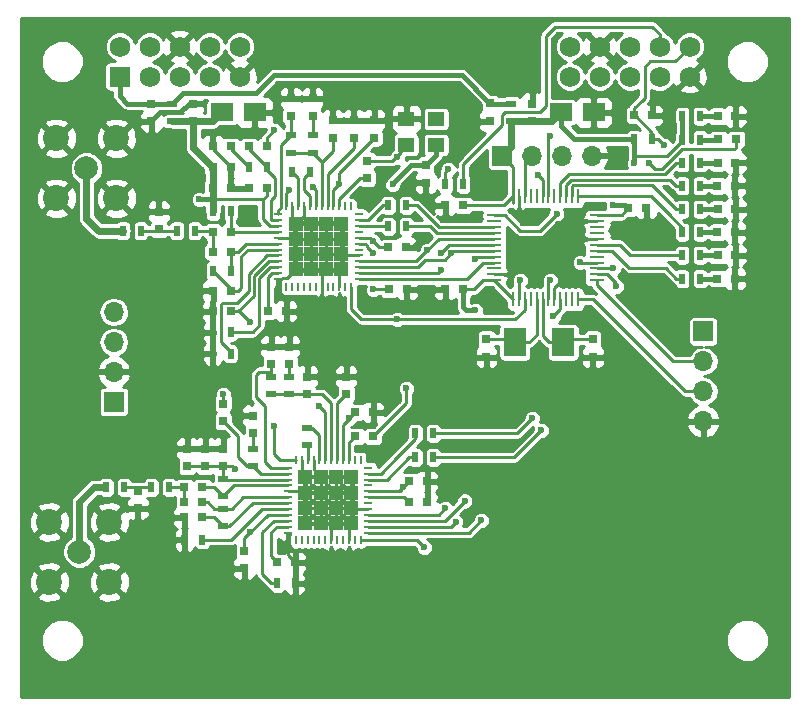
<source format=gtl>
G04 #@! TF.FileFunction,Copper,L1,Top,Signal*
%FSLAX46Y46*%
G04 Gerber Fmt 4.6, Leading zero omitted, Abs format (unit mm)*
G04 Created by KiCad (PCBNEW 4.0.7) date 01/27/18 12:09:31*
%MOMM*%
%LPD*%
G01*
G04 APERTURE LIST*
%ADD10C,0.100000*%
%ADD11R,1.700000X1.700000*%
%ADD12O,1.700000X1.700000*%
%ADD13C,0.600000*%
%ADD14C,2.200000*%
%ADD15C,2.000000*%
%ADD16R,0.700000X0.250000*%
%ADD17R,0.250000X0.700000*%
%ADD18R,1.287500X1.287500*%
%ADD19R,0.250000X1.300000*%
%ADD20R,1.300000X0.250000*%
%ADD21R,1.900000X2.400000*%
%ADD22R,0.750000X0.800000*%
%ADD23R,0.800000X0.750000*%
%ADD24R,0.797560X0.797560*%
%ADD25R,0.500000X0.900000*%
%ADD26R,0.900000X0.500000*%
%ADD27R,1.950000X1.500000*%
%ADD28R,1.727200X1.727200*%
%ADD29C,1.727200*%
%ADD30R,1.400000X1.200000*%
%ADD31C,0.250000*%
%ADD32C,0.400000*%
%ADD33C,0.600000*%
%ADD34C,0.254000*%
G04 APERTURE END LIST*
D10*
D11*
X82169000Y-66421000D03*
D12*
X82169000Y-63881000D03*
X82169000Y-61341000D03*
X82169000Y-58801000D03*
D13*
X118237000Y-63373000D03*
X92583000Y-43561000D03*
X89662000Y-83566000D03*
X88265000Y-53467000D03*
X87122000Y-59817000D03*
X85852000Y-63246000D03*
X101092000Y-81661000D03*
X81788000Y-54483000D03*
X88392000Y-48387000D03*
X105791000Y-82296000D03*
X84074000Y-50419000D03*
X82423000Y-46609000D03*
X84201000Y-46990000D03*
X77470000Y-52197000D03*
X84201000Y-43815000D03*
X123825000Y-77597000D03*
X101332500Y-55084500D03*
X100082500Y-55084500D03*
X98832500Y-55084500D03*
X97582500Y-55084500D03*
X101332500Y-53834500D03*
X100082500Y-53834500D03*
X98832500Y-53834500D03*
X97582500Y-53834500D03*
X101332500Y-52584500D03*
X100082500Y-52584500D03*
X98832500Y-52584500D03*
X97582500Y-52584500D03*
X101332500Y-51334500D03*
X100082500Y-51334500D03*
X98832500Y-51334500D03*
X97582500Y-51334500D03*
X135636000Y-59055000D03*
X127000000Y-57912000D03*
X133350000Y-40640000D03*
X116078000Y-35814000D03*
X93472000Y-61722000D03*
X112014000Y-60706000D03*
X133604000Y-77724000D03*
X113538000Y-47752000D03*
X108204000Y-40386000D03*
X87630000Y-46355000D03*
X105410000Y-43561000D03*
X111760000Y-43307000D03*
X88392000Y-49784000D03*
X93472000Y-50673000D03*
X104902000Y-58166000D03*
X100076000Y-58166000D03*
X126238000Y-51943000D03*
X116586000Y-53340000D03*
X114808000Y-57912000D03*
X101600000Y-40767000D03*
X103124000Y-49022000D03*
X108839000Y-49276000D03*
X103124000Y-61468000D03*
X108204000Y-52578000D03*
X112014000Y-62484000D03*
X128778000Y-40894000D03*
X124968000Y-40894000D03*
X124714000Y-45720000D03*
X120650000Y-56007000D03*
X116586000Y-54610000D03*
X116840000Y-51308000D03*
X121031000Y-50673000D03*
D11*
X132080000Y-60452000D03*
D12*
X132080000Y-62992000D03*
X132080000Y-65532000D03*
X132080000Y-68072000D03*
D14*
X77317600Y-49174400D03*
X77317600Y-44094400D03*
X82397600Y-44094400D03*
X82397600Y-49174400D03*
D15*
X79857600Y-46634400D03*
D16*
X96113750Y-50515750D03*
X96113750Y-51015750D03*
X96113750Y-51515750D03*
X96113750Y-52015750D03*
X96113750Y-52515750D03*
X96113750Y-53015750D03*
X96113750Y-53515750D03*
X96113750Y-54015750D03*
X96113750Y-54515750D03*
X96113750Y-55015750D03*
X96113750Y-55515750D03*
X96113750Y-56015750D03*
D17*
X96763750Y-56665750D03*
X97263750Y-56665750D03*
X97763750Y-56665750D03*
X98263750Y-56665750D03*
X98763750Y-56665750D03*
X99263750Y-56665750D03*
X99763750Y-56665750D03*
X100263750Y-56665750D03*
X100763750Y-56665750D03*
X101263750Y-56665750D03*
X101763750Y-56665750D03*
X102263750Y-56665750D03*
D16*
X102913750Y-56015750D03*
X102913750Y-55515750D03*
X102913750Y-55015750D03*
X102913750Y-54515750D03*
X102913750Y-54015750D03*
X102913750Y-53515750D03*
X102913750Y-53015750D03*
X102913750Y-52515750D03*
X102913750Y-52015750D03*
X102913750Y-51515750D03*
X102913750Y-51015750D03*
X102913750Y-50515750D03*
D17*
X102263750Y-49865750D03*
X101763750Y-49865750D03*
X101263750Y-49865750D03*
X100763750Y-49865750D03*
X100263750Y-49865750D03*
X99763750Y-49865750D03*
X99263750Y-49865750D03*
X98763750Y-49865750D03*
X98263750Y-49865750D03*
X97763750Y-49865750D03*
X97263750Y-49865750D03*
X96763750Y-49865750D03*
D18*
X101445000Y-55197000D03*
X101445000Y-53909500D03*
X101445000Y-52622000D03*
X101445000Y-51334500D03*
X100157500Y-55197000D03*
X100157500Y-53909500D03*
X100157500Y-52622000D03*
X100157500Y-51334500D03*
X98870000Y-55197000D03*
X98870000Y-53909500D03*
X98870000Y-52622000D03*
X98870000Y-51334500D03*
X97582500Y-55197000D03*
X97582500Y-53909500D03*
X97582500Y-52622000D03*
X97582500Y-51334500D03*
D19*
X115970000Y-57722000D03*
X116470000Y-57722000D03*
X116970000Y-57722000D03*
X117470000Y-57722000D03*
X117970000Y-57722000D03*
X118470000Y-57722000D03*
X118970000Y-57722000D03*
X119470000Y-57722000D03*
X119970000Y-57722000D03*
X120470000Y-57722000D03*
X120970000Y-57722000D03*
X121470000Y-57722000D03*
D20*
X123070000Y-56122000D03*
X123070000Y-55622000D03*
X123070000Y-55122000D03*
X123070000Y-54622000D03*
X123070000Y-54122000D03*
X123070000Y-53622000D03*
X123070000Y-53122000D03*
X123070000Y-52622000D03*
X123070000Y-52122000D03*
X123070000Y-51622000D03*
X123070000Y-51122000D03*
X123070000Y-50622000D03*
D19*
X121470000Y-49022000D03*
X120970000Y-49022000D03*
X120470000Y-49022000D03*
X119970000Y-49022000D03*
X119470000Y-49022000D03*
X118970000Y-49022000D03*
X118470000Y-49022000D03*
X117970000Y-49022000D03*
X117470000Y-49022000D03*
X116970000Y-49022000D03*
X116470000Y-49022000D03*
X115970000Y-49022000D03*
D20*
X114370000Y-50622000D03*
X114370000Y-51122000D03*
X114370000Y-51622000D03*
X114370000Y-52122000D03*
X114370000Y-52622000D03*
X114370000Y-53122000D03*
X114370000Y-53622000D03*
X114370000Y-54122000D03*
X114370000Y-54622000D03*
X114370000Y-55122000D03*
X114370000Y-55622000D03*
X114370000Y-56122000D03*
D21*
X116120000Y-61372000D03*
X120220000Y-61372000D03*
D22*
X85979000Y-51804000D03*
X85979000Y-50304000D03*
D23*
X90563000Y-48323500D03*
X92063000Y-48323500D03*
X90563000Y-46545500D03*
X92063000Y-46545500D03*
X92070000Y-52022000D03*
X90570000Y-52022000D03*
X92063000Y-53721000D03*
X90563000Y-53721000D03*
X92070000Y-57023000D03*
X90570000Y-57023000D03*
X92063000Y-58737500D03*
X90563000Y-58737500D03*
X92063000Y-44767500D03*
X90563000Y-44767500D03*
X95111000Y-48323500D03*
X93611000Y-48323500D03*
X95262000Y-58737500D03*
X96762000Y-58737500D03*
X95105000Y-44767500D03*
X93605000Y-44767500D03*
D22*
X97155000Y-42215500D03*
X97155000Y-40715500D03*
X98996500Y-42215500D03*
X98996500Y-40715500D03*
X100711000Y-44057000D03*
X100711000Y-42557000D03*
X102489000Y-42557000D03*
X102489000Y-44057000D03*
D23*
X126250000Y-42164000D03*
X127750000Y-42164000D03*
D22*
X104203500Y-44057000D03*
X104203500Y-42557000D03*
X103632000Y-45986000D03*
X103632000Y-47486000D03*
X108585000Y-46367000D03*
X108585000Y-47867000D03*
D23*
X106985500Y-56896000D03*
X105485500Y-56896000D03*
D22*
X113720000Y-62622000D03*
X113720000Y-61122000D03*
D23*
X106922000Y-53340000D03*
X105422000Y-53340000D03*
D22*
X122720000Y-62622000D03*
X122720000Y-61122000D03*
D23*
X111748000Y-56896000D03*
X110248000Y-56896000D03*
X125742000Y-50038000D03*
X127242000Y-50038000D03*
X111748000Y-49784000D03*
X110248000Y-49784000D03*
D24*
X133362700Y-44196000D03*
X134861300Y-44196000D03*
X133302700Y-42242000D03*
X134801300Y-42242000D03*
X133302700Y-46166000D03*
X134801300Y-46166000D03*
X133262700Y-48128000D03*
X134761300Y-48128000D03*
X133302700Y-50090000D03*
X134801300Y-50090000D03*
X133262700Y-52052000D03*
X134761300Y-52052000D03*
X133302700Y-54014000D03*
X134801300Y-54014000D03*
X133262700Y-55976000D03*
X134761300Y-55976000D03*
D25*
X82943000Y-51943000D03*
X84443000Y-51943000D03*
X87515000Y-51943000D03*
X89015000Y-51943000D03*
X92063000Y-50292000D03*
X90563000Y-50292000D03*
X90570000Y-55372000D03*
X92070000Y-55372000D03*
X110248000Y-48006000D03*
X111748000Y-48006000D03*
X92063000Y-62357000D03*
X90563000Y-62357000D03*
X92063000Y-60515500D03*
X90563000Y-60515500D03*
X95105000Y-46545500D03*
X93605000Y-46545500D03*
D26*
X97155000Y-45327000D03*
X97155000Y-43827000D03*
X98996500Y-45327000D03*
X98996500Y-43827000D03*
D25*
X127738000Y-44196000D03*
X126238000Y-44196000D03*
X106922000Y-49784000D03*
X105422000Y-49784000D03*
X106922000Y-51562000D03*
X105422000Y-51562000D03*
X131802000Y-42242000D03*
X130302000Y-42242000D03*
X131802000Y-46166000D03*
X130302000Y-46166000D03*
X131802000Y-48128000D03*
X130302000Y-48128000D03*
X131802000Y-50090000D03*
X130302000Y-50090000D03*
X131802000Y-52052000D03*
X130302000Y-52052000D03*
X131802000Y-54014000D03*
X130302000Y-54014000D03*
X131802000Y-55976000D03*
X130302000Y-55976000D03*
X130302000Y-44204000D03*
X131802000Y-44204000D03*
D22*
X114046000Y-41148000D03*
X114046000Y-42648000D03*
D27*
X120037000Y-41910000D03*
X122787000Y-41910000D03*
D22*
X117602000Y-42660000D03*
X117602000Y-41160000D03*
X85356000Y-41160000D03*
X85356000Y-42660000D03*
D27*
X91335000Y-41910000D03*
X94085000Y-41910000D03*
D22*
X88900000Y-42660000D03*
X88900000Y-41160000D03*
D26*
X115824000Y-41160000D03*
X115824000Y-42660000D03*
X87122000Y-41160000D03*
X87122000Y-42660000D03*
D11*
X115062000Y-45593000D03*
D12*
X117602000Y-45593000D03*
X120142000Y-45593000D03*
X122682000Y-45593000D03*
D13*
X128270000Y-51308000D03*
D22*
X84201000Y-75426000D03*
X84201000Y-73926000D03*
X91440000Y-70370000D03*
X91440000Y-71870000D03*
X89916000Y-70370000D03*
X89916000Y-71870000D03*
D23*
X88150000Y-73660000D03*
X89650000Y-73660000D03*
X88150000Y-74930000D03*
X89650000Y-74930000D03*
X88150000Y-76200000D03*
X89650000Y-76200000D03*
D22*
X93218000Y-80506000D03*
X93218000Y-79006000D03*
X93980000Y-67576000D03*
X93980000Y-69076000D03*
X88392000Y-70370000D03*
X88392000Y-71870000D03*
D23*
X97524000Y-80010000D03*
X96024000Y-80010000D03*
D22*
X91440000Y-68060000D03*
X91440000Y-66560000D03*
X95504000Y-61734000D03*
X95504000Y-63234000D03*
X97028000Y-61734000D03*
X97028000Y-63234000D03*
X98552000Y-64274000D03*
X98552000Y-65774000D03*
X101854000Y-65774000D03*
X101854000Y-64274000D03*
D23*
X104128000Y-67310000D03*
X102628000Y-67310000D03*
X107200000Y-74930000D03*
X108700000Y-74930000D03*
X107200000Y-73152000D03*
X108700000Y-73152000D03*
D25*
X81546000Y-73660000D03*
X83046000Y-73660000D03*
X85356000Y-73660000D03*
X86856000Y-73660000D03*
D26*
X91440000Y-74410000D03*
X91440000Y-72910000D03*
X91440000Y-76950000D03*
X91440000Y-75450000D03*
X98552000Y-70092000D03*
X98552000Y-68592000D03*
D25*
X89650000Y-78105000D03*
X88150000Y-78105000D03*
X96024000Y-81788000D03*
X97524000Y-81788000D03*
D26*
X93980000Y-71870000D03*
X93980000Y-70370000D03*
X95504000Y-65774000D03*
X95504000Y-64274000D03*
X97028000Y-65774000D03*
X97028000Y-64274000D03*
D25*
X109208000Y-69088000D03*
X107708000Y-69088000D03*
X109208000Y-71120000D03*
X107708000Y-71120000D03*
D16*
X96930000Y-71989500D03*
X96930000Y-72489500D03*
X96930000Y-72989500D03*
X96930000Y-73489500D03*
X96930000Y-73989500D03*
X96930000Y-74489500D03*
X96930000Y-74989500D03*
X96930000Y-75489500D03*
X96930000Y-75989500D03*
X96930000Y-76489500D03*
X96930000Y-76989500D03*
X96930000Y-77489500D03*
D17*
X97580000Y-78139500D03*
X98080000Y-78139500D03*
X98580000Y-78139500D03*
X99080000Y-78139500D03*
X99580000Y-78139500D03*
X100080000Y-78139500D03*
X100580000Y-78139500D03*
X101080000Y-78139500D03*
X101580000Y-78139500D03*
X102080000Y-78139500D03*
X102580000Y-78139500D03*
X103080000Y-78139500D03*
D16*
X103730000Y-77489500D03*
X103730000Y-76989500D03*
X103730000Y-76489500D03*
X103730000Y-75989500D03*
X103730000Y-75489500D03*
X103730000Y-74989500D03*
X103730000Y-74489500D03*
X103730000Y-73989500D03*
X103730000Y-73489500D03*
X103730000Y-72989500D03*
X103730000Y-72489500D03*
X103730000Y-71989500D03*
D17*
X103080000Y-71339500D03*
X102580000Y-71339500D03*
X102080000Y-71339500D03*
X101580000Y-71339500D03*
X101080000Y-71339500D03*
X100580000Y-71339500D03*
X100080000Y-71339500D03*
X99580000Y-71339500D03*
X99080000Y-71339500D03*
X98580000Y-71339500D03*
X98080000Y-71339500D03*
X97580000Y-71339500D03*
D18*
X102261250Y-76670750D03*
X102261250Y-75383250D03*
X102261250Y-74095750D03*
X102261250Y-72808250D03*
X100973750Y-76670750D03*
X100973750Y-75383250D03*
X100973750Y-74095750D03*
X100973750Y-72808250D03*
X99686250Y-76670750D03*
X99686250Y-75383250D03*
X99686250Y-74095750D03*
X99686250Y-72808250D03*
X98398750Y-76670750D03*
X98398750Y-75383250D03*
X98398750Y-74095750D03*
X98398750Y-72808250D03*
D14*
X76708000Y-81661000D03*
X76708000Y-76581000D03*
X81788000Y-76581000D03*
X81788000Y-81661000D03*
D15*
X79248000Y-79121000D03*
D23*
X104128000Y-69342000D03*
X102628000Y-69342000D03*
D28*
X82677000Y-38873000D03*
D29*
X82677000Y-36333000D03*
X85217000Y-38873000D03*
X85217000Y-36333000D03*
X87757000Y-38873000D03*
X87757000Y-36333000D03*
X90297000Y-38873000D03*
X90297000Y-36333000D03*
X92837000Y-38873000D03*
X92837000Y-36333000D03*
X120777000Y-38873000D03*
X120777000Y-36333000D03*
X123317000Y-38873000D03*
X123317000Y-36333000D03*
X125857000Y-38873000D03*
X125857000Y-36333000D03*
X128397000Y-38873000D03*
X128397000Y-36333000D03*
X130937000Y-38873000D03*
X130937000Y-36333000D03*
D25*
X97294000Y-46990000D03*
X98794000Y-46990000D03*
D30*
X109474000Y-42461000D03*
X106934000Y-42461000D03*
X106934000Y-44661000D03*
X109474000Y-44661000D03*
D13*
X85852000Y-80772000D03*
X123952000Y-69596000D03*
X99060000Y-73660000D03*
X100330000Y-73660000D03*
X101600000Y-73660000D03*
X99060000Y-74930000D03*
X100330000Y-74930000D03*
X101600000Y-74930000D03*
X99060000Y-76200000D03*
X100330000Y-76200000D03*
X101600000Y-76200000D03*
X84455000Y-71120000D03*
X86741000Y-68453000D03*
X76454000Y-72390000D03*
X83439000Y-69723000D03*
X85598000Y-69723000D03*
X85725000Y-78359000D03*
X95758000Y-43434000D03*
X97028000Y-48514000D03*
X128778000Y-44704000D03*
X119126000Y-56134000D03*
X106172000Y-45720000D03*
X106934000Y-65278000D03*
X119126000Y-43942000D03*
X118110000Y-47244000D03*
X110490000Y-46736000D03*
X112776000Y-54356000D03*
X111125000Y-76581000D03*
X109855000Y-55245000D03*
X109880400Y-53771800D03*
X111887000Y-74803000D03*
X110744000Y-53848000D03*
X108712000Y-53594000D03*
X110236000Y-75438000D03*
X104140000Y-56896000D03*
X104140000Y-53848000D03*
X106172000Y-59436000D03*
X108458000Y-78740000D03*
X119679999Y-50500001D03*
X116586000Y-56134000D03*
X127508000Y-46228000D03*
X105791000Y-48006000D03*
X106680000Y-73660000D03*
X99060000Y-48260000D03*
X92456000Y-72136000D03*
X93726000Y-77470000D03*
X99568000Y-66802000D03*
X102108000Y-67818000D03*
X93726000Y-59690000D03*
X101219000Y-48006000D03*
X89408000Y-49276000D03*
X104140000Y-52832000D03*
X119380000Y-59182000D03*
X112776000Y-58674000D03*
X124460000Y-49784000D03*
X126238000Y-46228000D03*
X95758000Y-68453000D03*
X91440000Y-65786000D03*
X117602000Y-67818000D03*
X124460000Y-55118000D03*
X118364000Y-68834000D03*
X124714000Y-56642000D03*
X113284000Y-76454000D03*
X121666000Y-54610000D03*
D31*
X114370000Y-55622000D02*
X115574000Y-55622000D01*
X115574000Y-55622000D02*
X116586000Y-54610000D01*
X117602000Y-41160000D02*
X117602000Y-37338000D01*
X117602000Y-37338000D02*
X116078000Y-35814000D01*
D32*
X88900000Y-41160000D02*
X88507000Y-41160000D01*
X86106000Y-41910000D02*
X85356000Y-42660000D01*
X87757000Y-41910000D02*
X86106000Y-41910000D01*
X88507000Y-41160000D02*
X87757000Y-41910000D01*
D31*
X106922000Y-53340000D02*
X107442000Y-53340000D01*
X107442000Y-53340000D02*
X108204000Y-52578000D01*
X103730000Y-75489500D02*
X102367500Y-75489500D01*
X102367500Y-75489500D02*
X102261250Y-75383250D01*
X102080000Y-78139500D02*
X102080000Y-76852000D01*
X102080000Y-76852000D02*
X102261250Y-76670750D01*
X100580000Y-78139500D02*
X100580000Y-77064500D01*
X100580000Y-77064500D02*
X100973750Y-76670750D01*
X96930000Y-77489500D02*
X96930000Y-79416000D01*
X96930000Y-79416000D02*
X97524000Y-80010000D01*
X96930000Y-73989500D02*
X98292500Y-73989500D01*
X98292500Y-73989500D02*
X98398750Y-74095750D01*
X98080000Y-71339500D02*
X98080000Y-72489500D01*
X98080000Y-72489500D02*
X98398750Y-72808250D01*
X99080000Y-71339500D02*
X99080000Y-72202000D01*
X99080000Y-72202000D02*
X99686250Y-72808250D01*
X99763750Y-56665750D02*
X99763750Y-57853750D01*
X99763750Y-57853750D02*
X100076000Y-58166000D01*
X101263750Y-56665750D02*
X101263750Y-55378250D01*
X101263750Y-55378250D02*
X101445000Y-55197000D01*
X90563000Y-44767500D02*
X90563000Y-45045500D01*
X90563000Y-45045500D02*
X92063000Y-46545500D01*
X123070000Y-52622000D02*
X122170000Y-52622000D01*
X116470000Y-49022000D02*
X116470000Y-50938000D01*
X116470000Y-50938000D02*
X116840000Y-51308000D01*
X119470000Y-57722000D02*
X119470000Y-56806000D01*
X119470000Y-56806000D02*
X120904000Y-55372000D01*
X127242000Y-50038000D02*
X127242000Y-50280000D01*
X98263750Y-50653250D02*
X97582500Y-51334500D01*
X97263750Y-49865750D02*
X97263750Y-51015750D01*
X97263750Y-51015750D02*
X97582500Y-51334500D01*
X96113750Y-52515750D02*
X97476250Y-52515750D01*
X97476250Y-52515750D02*
X97582500Y-52622000D01*
X96113750Y-56015750D02*
X96384250Y-56015750D01*
X96384250Y-56015750D02*
X96434249Y-55965751D01*
X96434249Y-55965751D02*
X96813749Y-55965751D01*
X96813749Y-55965751D02*
X97582500Y-55197000D01*
X99763750Y-56665750D02*
X99763750Y-55590750D01*
X99763750Y-55590750D02*
X100157500Y-55197000D01*
X102913750Y-54015750D02*
X101551250Y-54015750D01*
X101551250Y-54015750D02*
X101445000Y-53909500D01*
X98263750Y-49865750D02*
X98263750Y-50653250D01*
X122170000Y-52622000D02*
X120904000Y-51356000D01*
X120904000Y-51356000D02*
X120904000Y-51308000D01*
X123070000Y-51122000D02*
X121090000Y-51122000D01*
X121090000Y-51122000D02*
X120904000Y-51308000D01*
X92070000Y-52022000D02*
X92070000Y-50299000D01*
X92070000Y-50299000D02*
X92063000Y-50292000D01*
X96113750Y-52015750D02*
X92076250Y-52015750D01*
X92076250Y-52015750D02*
X92070000Y-52022000D01*
D32*
X85356000Y-41160000D02*
X87122000Y-41160000D01*
X82677000Y-38873000D02*
X82677000Y-40513000D01*
X83324000Y-41160000D02*
X82677000Y-40513000D01*
X83324000Y-41160000D02*
X87122000Y-41160000D01*
X95123000Y-39370000D02*
X95758000Y-38735000D01*
X94234000Y-40259000D02*
X95123000Y-39370000D01*
X93980000Y-40259000D02*
X94234000Y-40259000D01*
X111633000Y-38735000D02*
X114058000Y-41160000D01*
X95758000Y-38735000D02*
X111633000Y-38735000D01*
X114058000Y-41160000D02*
X115824000Y-41160000D01*
X94107000Y-40259000D02*
X93980000Y-40259000D01*
X93980000Y-40259000D02*
X88023000Y-40259000D01*
X88023000Y-40259000D02*
X87122000Y-41160000D01*
D31*
X92063000Y-44767500D02*
X92063000Y-45003500D01*
X92063000Y-45003500D02*
X93605000Y-46545500D01*
X95105000Y-44767500D02*
X95105000Y-44087000D01*
X95105000Y-44087000D02*
X95758000Y-43434000D01*
X96763750Y-49865750D02*
X96763750Y-48778250D01*
X96763750Y-48778250D02*
X97028000Y-48514000D01*
X127127000Y-39649400D02*
X127127000Y-40662000D01*
X127127000Y-39649400D02*
X127127000Y-38049200D01*
X127127000Y-38049200D02*
X127584200Y-37592000D01*
X127584200Y-37592000D02*
X129678000Y-37592000D01*
X130937000Y-36333000D02*
X129678000Y-37592000D01*
X126250000Y-41539000D02*
X126250000Y-42164000D01*
X126944001Y-40844999D02*
X126250000Y-41539000D01*
X127127000Y-40662000D02*
X126944001Y-40844999D01*
X127738000Y-44196000D02*
X128270000Y-44196000D01*
X128270000Y-44196000D02*
X128778000Y-44704000D01*
X119126000Y-56134000D02*
X118970000Y-56290000D01*
X118970000Y-56290000D02*
X118970000Y-57722000D01*
X126250000Y-42164000D02*
X126275000Y-42164000D01*
X126275000Y-42164000D02*
X127738000Y-43627000D01*
X127738000Y-43627000D02*
X127738000Y-44196000D01*
X104128000Y-69342000D02*
X104140000Y-69342000D01*
X104140000Y-69342000D02*
X106934000Y-66548000D01*
X106934000Y-66548000D02*
X106934000Y-65278000D01*
X106172000Y-45720000D02*
X106091000Y-45639000D01*
X106091000Y-45639000D02*
X106172000Y-45720000D01*
X106172000Y-45720000D02*
X106172000Y-45558000D01*
X103632000Y-45986000D02*
X105744000Y-45986000D01*
X105744000Y-45986000D02*
X106172000Y-45558000D01*
X106172000Y-45558000D02*
X106469000Y-45261000D01*
X106469000Y-45261000D02*
X106469000Y-44411000D01*
X120712199Y-47146979D02*
X128821021Y-47146979D01*
X128821021Y-47146979D02*
X129802000Y-46166000D01*
X129802000Y-46166000D02*
X130302000Y-46166000D01*
X119970000Y-49022000D02*
X119970000Y-47889178D01*
X119970000Y-47889178D02*
X120712199Y-47146979D01*
X120470000Y-49022000D02*
X120470000Y-48025588D01*
X129802000Y-48128000D02*
X130302000Y-48128000D01*
X129270989Y-47596989D02*
X129802000Y-48128000D01*
X120470000Y-48025588D02*
X120898599Y-47596989D01*
X120898599Y-47596989D02*
X129270989Y-47596989D01*
X129802000Y-50090000D02*
X130302000Y-50090000D01*
X120970000Y-49022000D02*
X120970000Y-48161998D01*
X120970000Y-48161998D02*
X121084999Y-48046999D01*
X121084999Y-48046999D02*
X127758999Y-48046999D01*
X127758999Y-48046999D02*
X129802000Y-50090000D01*
X130302000Y-52052000D02*
X130302000Y-51689000D01*
X130302000Y-51689000D02*
X129159000Y-50546000D01*
X126086002Y-49022000D02*
X127635000Y-49022000D01*
X126086002Y-49022000D02*
X121470000Y-49022000D01*
X127635000Y-49022000D02*
X129159000Y-50546000D01*
X123070000Y-53622000D02*
X124380998Y-53622000D01*
X124380998Y-53622000D02*
X125825997Y-55066999D01*
X125825997Y-55066999D02*
X128892999Y-55066999D01*
X128892999Y-55066999D02*
X129802000Y-55976000D01*
X129802000Y-55976000D02*
X130302000Y-55976000D01*
X124460000Y-53122000D02*
X125004000Y-53122000D01*
X125896000Y-54014000D02*
X130302000Y-54014000D01*
X125004000Y-53122000D02*
X125896000Y-54014000D01*
X123070000Y-53122000D02*
X124460000Y-53122000D01*
X124460000Y-53122000D02*
X124517408Y-53122000D01*
X129802000Y-54014000D02*
X130302000Y-54014000D01*
D33*
X79857600Y-50901600D02*
X79857600Y-46634400D01*
X80899000Y-51943000D02*
X79857600Y-50901600D01*
X82943000Y-51943000D02*
X80899000Y-51943000D01*
D31*
X116970000Y-49022000D02*
X116970000Y-46225000D01*
X116970000Y-46225000D02*
X117602000Y-45593000D01*
X118966999Y-44101001D02*
X119126000Y-43942000D01*
X118966999Y-46157001D02*
X118966999Y-44101001D01*
X118970000Y-46160002D02*
X118966999Y-46157001D01*
X118970000Y-49022000D02*
X118970000Y-46160002D01*
X118470000Y-47604000D02*
X118110000Y-47244000D01*
X118470000Y-49022000D02*
X118470000Y-47604000D01*
X132080000Y-65532000D02*
X130556000Y-65532000D01*
X122746000Y-57722000D02*
X121470000Y-57722000D01*
X130556000Y-65532000D02*
X122746000Y-57722000D01*
X132080000Y-62992000D02*
X129540000Y-62992000D01*
X123070000Y-56522000D02*
X123070000Y-56122000D01*
X129540000Y-62992000D02*
X123070000Y-56522000D01*
X110248000Y-48006000D02*
X110248000Y-46978000D01*
X110248000Y-46978000D02*
X110490000Y-46736000D01*
X114370000Y-54122000D02*
X113010000Y-54122000D01*
X113010000Y-54122000D02*
X112776000Y-54356000D01*
X114370000Y-51622000D02*
X109662410Y-51622000D01*
X109662410Y-51622000D02*
X107824410Y-49784000D01*
X107824410Y-49784000D02*
X107422000Y-49784000D01*
X107422000Y-49784000D02*
X106922000Y-49784000D01*
X109526000Y-52122000D02*
X108966000Y-51562000D01*
X108966000Y-51562000D02*
X106922000Y-51562000D01*
X114370000Y-52122000D02*
X109526000Y-52122000D01*
X102913750Y-56015750D02*
X112076250Y-56015750D01*
X112076250Y-56015750D02*
X113470000Y-54622000D01*
X113470000Y-54622000D02*
X114370000Y-54622000D01*
X103730000Y-76989500D02*
X110716500Y-76989500D01*
X110716500Y-76989500D02*
X111125000Y-76581000D01*
X102913750Y-55515750D02*
X109584250Y-55515750D01*
X109584250Y-55515750D02*
X109855000Y-55245000D01*
X114370000Y-53122000D02*
X110530200Y-53122000D01*
X110530200Y-53122000D02*
X109880400Y-53771800D01*
X103730000Y-76489500D02*
X110200500Y-76489500D01*
X110200500Y-76489500D02*
X110617000Y-76073000D01*
X110454500Y-76235500D02*
X110617000Y-76073000D01*
X110617000Y-76073000D02*
X111887000Y-74803000D01*
X110744000Y-53848000D02*
X110736601Y-53840601D01*
X110736601Y-53840601D02*
X110744000Y-53848000D01*
X110744000Y-53848000D02*
X110744000Y-53833202D01*
X114370000Y-53622000D02*
X110955202Y-53622000D01*
X110955202Y-53622000D02*
X110744000Y-53833202D01*
X110744000Y-53833202D02*
X110180401Y-54396801D01*
X110180401Y-54396801D02*
X108545609Y-54396801D01*
X108545609Y-54396801D02*
X107926660Y-55015750D01*
X107926660Y-55015750D02*
X103513750Y-55015750D01*
X103513750Y-55015750D02*
X102913750Y-55015750D01*
X103730000Y-75989500D02*
X109684500Y-75989500D01*
X109684500Y-75989500D02*
X110236000Y-75438000D01*
X109684000Y-52622000D02*
X108712000Y-53594000D01*
X108712000Y-53594000D02*
X107790250Y-54515750D01*
X107790250Y-54515750D02*
X102913750Y-54515750D01*
X114370000Y-52622000D02*
X109684000Y-52622000D01*
X84443000Y-51943000D02*
X85840000Y-51943000D01*
X85840000Y-51943000D02*
X85979000Y-51804000D01*
X87515000Y-51943000D02*
X86118000Y-51943000D01*
X86118000Y-51943000D02*
X85979000Y-51804000D01*
X89015000Y-51943000D02*
X90491000Y-51943000D01*
X90491000Y-51943000D02*
X90570000Y-52022000D01*
X90563000Y-53721000D02*
X90563000Y-52029000D01*
X90563000Y-52029000D02*
X90570000Y-52022000D01*
X96113750Y-53015750D02*
X93418250Y-53015750D01*
X92713000Y-53721000D02*
X92063000Y-53721000D01*
X93368251Y-53065749D02*
X92713000Y-53721000D01*
X93418250Y-53015750D02*
X93368251Y-53065749D01*
X92063000Y-53721000D02*
X92063000Y-55365000D01*
X92063000Y-55365000D02*
X92070000Y-55372000D01*
X96113750Y-53515750D02*
X93554660Y-53515750D01*
X93554660Y-53515750D02*
X92964000Y-54106410D01*
X92964000Y-56779000D02*
X92720000Y-57023000D01*
X92964000Y-54106410D02*
X92964000Y-56779000D01*
X92720000Y-57023000D02*
X92070000Y-57023000D01*
X92070000Y-56959500D02*
X92070000Y-57023000D01*
X92070000Y-57023000D02*
X92070000Y-56872000D01*
X92070000Y-56872000D02*
X90570000Y-55372000D01*
X90570000Y-55372000D02*
X90570000Y-55572000D01*
X96113750Y-55515750D02*
X95553748Y-55515750D01*
X95553748Y-55515750D02*
X95262000Y-55807498D01*
X95262000Y-55807498D02*
X95262000Y-58112500D01*
X95262000Y-58112500D02*
X95262000Y-58737500D01*
X95105000Y-46745500D02*
X95105000Y-46545500D01*
X95836001Y-47476501D02*
X95105000Y-46745500D01*
X93605000Y-44767500D02*
X93605000Y-45045500D01*
X93605000Y-45045500D02*
X95105000Y-46545500D01*
X96113750Y-51015750D02*
X95513750Y-51015750D01*
X95513750Y-51015750D02*
X95438749Y-50940749D01*
X95438749Y-50940749D02*
X95438749Y-49355753D01*
X95438749Y-49355753D02*
X95836001Y-48958501D01*
X95836001Y-48958501D02*
X95836001Y-47476501D01*
X96286011Y-46736000D02*
X96286011Y-44695989D01*
X96286011Y-44695989D02*
X97155000Y-43827000D01*
X97155000Y-42215500D02*
X97155000Y-43827000D01*
X96113750Y-50515750D02*
X96113750Y-50140750D01*
X96286011Y-49968489D02*
X96286011Y-46736000D01*
X96286011Y-46736000D02*
X96286011Y-46718489D01*
X96113750Y-50140750D02*
X96286011Y-49968489D01*
X98996500Y-42215500D02*
X98996500Y-43827000D01*
X100711000Y-44057000D02*
X100711000Y-45147000D01*
X100711000Y-45147000D02*
X99763750Y-46094250D01*
X97155000Y-45327000D02*
X98996500Y-45327000D01*
X99763750Y-48133000D02*
X99763750Y-46094250D01*
X99763750Y-46094250D02*
X98996500Y-45327000D01*
X99763750Y-49865750D02*
X99763750Y-48133000D01*
X99763750Y-48133000D02*
X99763750Y-48116750D01*
X100263750Y-49865750D02*
X100263750Y-47118660D01*
X100263750Y-47118660D02*
X102489000Y-44893410D01*
X102489000Y-44893410D02*
X102489000Y-44707000D01*
X102489000Y-44707000D02*
X102489000Y-44057000D01*
X104140000Y-56896000D02*
X105485500Y-56896000D01*
X102913750Y-53015750D02*
X103473752Y-53015750D01*
X103473752Y-53015750D02*
X103588751Y-53130749D01*
X103588751Y-53130749D02*
X103588751Y-53296751D01*
X103588751Y-53296751D02*
X104140000Y-53848000D01*
X113720000Y-61122000D02*
X115870000Y-61122000D01*
X115870000Y-61122000D02*
X116120000Y-61372000D01*
X117970000Y-57722000D02*
X117970000Y-60722000D01*
X117970000Y-60722000D02*
X117320000Y-61372000D01*
X117320000Y-61372000D02*
X116120000Y-61372000D01*
X122720000Y-61122000D02*
X120470000Y-61122000D01*
X120470000Y-61122000D02*
X120220000Y-61372000D01*
X118470000Y-57722000D02*
X118470000Y-60822000D01*
X118470000Y-60822000D02*
X119020000Y-61372000D01*
X119020000Y-61372000D02*
X120220000Y-61372000D01*
X96113750Y-54015750D02*
X95144518Y-54015750D01*
X92063000Y-62157000D02*
X92063000Y-62357000D01*
X95144518Y-54015750D02*
X93587982Y-55572288D01*
X93587982Y-55572288D02*
X93587982Y-57034018D01*
X93587982Y-57034018D02*
X92584501Y-58037499D01*
X92584501Y-58037499D02*
X91402999Y-58037499D01*
X91402999Y-58037499D02*
X91288001Y-58152497D01*
X91288001Y-58152497D02*
X91288001Y-61382001D01*
X91288001Y-61382001D02*
X92063000Y-62157000D01*
X105422000Y-51562000D02*
X102960000Y-51562000D01*
X102960000Y-51562000D02*
X102913750Y-51515750D01*
X103080000Y-78139500D02*
X107857500Y-78139500D01*
X107857500Y-78139500D02*
X108458000Y-78740000D01*
X103124000Y-59436000D02*
X102263750Y-58575750D01*
X102263750Y-58575750D02*
X102263750Y-56665750D01*
X116156000Y-59436000D02*
X106172000Y-59436000D01*
X106172000Y-59436000D02*
X103124000Y-59436000D01*
X116970000Y-57722000D02*
X116970000Y-58622000D01*
X116970000Y-58622000D02*
X116156000Y-59436000D01*
X114370000Y-50622000D02*
X115270000Y-50622000D01*
X115270000Y-50622000D02*
X116581001Y-51933001D01*
X116581001Y-51933001D02*
X118246999Y-51933001D01*
X118246999Y-51933001D02*
X119679999Y-50500001D01*
X116586000Y-56134000D02*
X116470000Y-56250000D01*
X116470000Y-56250000D02*
X116470000Y-57722000D01*
X128563031Y-46696969D02*
X127976969Y-46696969D01*
X127976969Y-46696969D02*
X127508000Y-46228000D01*
X134727079Y-44979001D02*
X130280999Y-44979001D01*
X130280999Y-44979001D02*
X128563031Y-46696969D01*
X134861300Y-44196000D02*
X134861300Y-44844780D01*
X134861300Y-44844780D02*
X134727079Y-44979001D01*
D32*
X131802000Y-44204000D02*
X133354700Y-44204000D01*
X133354700Y-44204000D02*
X133362700Y-44196000D01*
D31*
X94488000Y-59944000D02*
X93916500Y-60515500D01*
X93916500Y-60515500D02*
X92063000Y-60515500D01*
X94488000Y-55945088D02*
X94488000Y-59944000D01*
X96113750Y-55015750D02*
X95417338Y-55015750D01*
X95417338Y-55015750D02*
X94488000Y-55945088D01*
X105422000Y-49784000D02*
X104922000Y-49784000D01*
X104922000Y-49784000D02*
X103690250Y-51015750D01*
X103690250Y-51015750D02*
X103513750Y-51015750D01*
X103513750Y-51015750D02*
X102913750Y-51015750D01*
D32*
X131802000Y-42242000D02*
X133302700Y-42242000D01*
X131802000Y-46166000D02*
X133302700Y-46166000D01*
X131802000Y-48128000D02*
X133262700Y-48128000D01*
X131802000Y-50090000D02*
X133302700Y-50090000D01*
X131802000Y-52052000D02*
X133262700Y-52052000D01*
X131802000Y-54014000D02*
X133302700Y-54014000D01*
X131802000Y-55976000D02*
X133262700Y-55976000D01*
X109474000Y-44661000D02*
X109474000Y-45478000D01*
X109474000Y-45478000D02*
X108585000Y-46367000D01*
X105791000Y-48006000D02*
X105791000Y-47879000D01*
X107303000Y-46367000D02*
X108585000Y-46367000D01*
X105791000Y-47879000D02*
X107303000Y-46367000D01*
D33*
X90563000Y-46545500D02*
X88900000Y-44882500D01*
D31*
X106350500Y-73989500D02*
X106680000Y-73660000D01*
X103730000Y-73989500D02*
X106350500Y-73989500D01*
X109474000Y-44534000D02*
X109474000Y-44704000D01*
X99263750Y-49865750D02*
X99263750Y-48463750D01*
X99263750Y-48463750D02*
X99060000Y-48260000D01*
X100763750Y-49865750D02*
X100763750Y-48461250D01*
X100763750Y-48461250D02*
X101219000Y-48006000D01*
X91440000Y-71870000D02*
X92190000Y-71870000D01*
X92190000Y-71870000D02*
X92456000Y-72136000D01*
X89916000Y-71870000D02*
X88392000Y-71870000D01*
X103730000Y-73989500D02*
X106362500Y-73989500D01*
X106362500Y-73989500D02*
X107200000Y-73152000D01*
X91440000Y-71870000D02*
X89916000Y-71870000D01*
X91440000Y-72910000D02*
X91440000Y-71870000D01*
X96930000Y-72989500D02*
X91519500Y-72989500D01*
X91519500Y-72989500D02*
X91440000Y-72910000D01*
X100080000Y-71339500D02*
X100080000Y-67314000D01*
X100080000Y-67314000D02*
X99568000Y-66802000D01*
X102108000Y-67818000D02*
X102114000Y-67824000D01*
X102114000Y-67824000D02*
X102108000Y-67818000D01*
X102108000Y-67818000D02*
X102108000Y-67830000D01*
X101580000Y-71339500D02*
X101580000Y-68358000D01*
X101580000Y-68358000D02*
X102108000Y-67830000D01*
X102108000Y-67830000D02*
X102628000Y-67310000D01*
X95504000Y-75989500D02*
X95206500Y-75989500D01*
X95206500Y-75989500D02*
X93726000Y-77470000D01*
X93218000Y-77978000D02*
X93218000Y-79006000D01*
X93726000Y-77470000D02*
X93218000Y-77978000D01*
X104203500Y-44057000D02*
X104203500Y-44082000D01*
X104203500Y-44082000D02*
X101219000Y-47066500D01*
X101219000Y-47581736D02*
X101219000Y-48006000D01*
X101219000Y-47066500D02*
X101219000Y-47581736D01*
X92063000Y-58737500D02*
X92773500Y-58737500D01*
X92773500Y-58737500D02*
X93726000Y-59690000D01*
X92063000Y-58737500D02*
X92713000Y-58737500D01*
X92713000Y-58737500D02*
X94037990Y-57412510D01*
X94037990Y-57412510D02*
X94037991Y-55758687D01*
X94037991Y-55758687D02*
X95280928Y-54515750D01*
X95280928Y-54515750D02*
X95513750Y-54515750D01*
X95513750Y-54515750D02*
X96113750Y-54515750D01*
X104203500Y-44057000D02*
X104200998Y-44057000D01*
X95111000Y-48323500D02*
X95111000Y-48948500D01*
D33*
X88900000Y-44882500D02*
X88900000Y-42660000D01*
X88900000Y-42660000D02*
X90585000Y-42660000D01*
X90585000Y-42660000D02*
X91335000Y-41910000D01*
X87122000Y-42660000D02*
X88900000Y-42660000D01*
D31*
X102913750Y-52515750D02*
X103823750Y-52515750D01*
X103823750Y-52515750D02*
X104140000Y-52832000D01*
X105422000Y-53340000D02*
X104648000Y-53340000D01*
X104648000Y-53340000D02*
X104140000Y-52832000D01*
D33*
X90563000Y-49276000D02*
X90563000Y-50292000D01*
D32*
X90563000Y-49276000D02*
X89408000Y-49276000D01*
D33*
X90563000Y-48323500D02*
X90563000Y-49276000D01*
D31*
X94783500Y-49276000D02*
X90563000Y-49276000D01*
D33*
X90563000Y-46545500D02*
X90563000Y-48323500D01*
D31*
X94783500Y-50921910D02*
X94783500Y-50292000D01*
X94783500Y-50292000D02*
X94783500Y-49276000D01*
X96113750Y-51515750D02*
X95377340Y-51515750D01*
X95377340Y-51515750D02*
X94783500Y-50921910D01*
X95111000Y-48948500D02*
X94783500Y-49276000D01*
X95460500Y-75989500D02*
X95504000Y-75989500D01*
X95504000Y-75989500D02*
X96930000Y-75989500D01*
X115189000Y-49784000D02*
X115208000Y-49784000D01*
X115208000Y-49784000D02*
X115970000Y-49022000D01*
X119970000Y-57722000D02*
X119970000Y-58592000D01*
X119970000Y-58592000D02*
X119380000Y-59182000D01*
X114370000Y-56122000D02*
X115970000Y-57722000D01*
D32*
X112014000Y-58674000D02*
X111748000Y-58408000D01*
X111748000Y-58408000D02*
X111748000Y-56896000D01*
X112776000Y-58674000D02*
X112014000Y-58674000D01*
X126238000Y-44196000D02*
X126238000Y-45720000D01*
X126238000Y-45720000D02*
X126238000Y-46228000D01*
D31*
X130302000Y-44204000D02*
X130302000Y-44321590D01*
X130302000Y-44321590D02*
X129020591Y-45602999D01*
X129020591Y-45602999D02*
X126355001Y-45602999D01*
X126355001Y-45602999D02*
X126238000Y-45720000D01*
D32*
X130302000Y-42242000D02*
X130302000Y-44204000D01*
D31*
X114370000Y-56122000D02*
X113470000Y-56122000D01*
X113470000Y-56122000D02*
X112696000Y-56896000D01*
X112696000Y-56896000D02*
X112398000Y-56896000D01*
X112398000Y-56896000D02*
X111748000Y-56896000D01*
D32*
X124460000Y-49784000D02*
X125488000Y-49784000D01*
X125488000Y-49784000D02*
X125742000Y-50038000D01*
X126238000Y-44196000D02*
X121173000Y-44196000D01*
X121173000Y-44196000D02*
X120037000Y-43060000D01*
X120037000Y-43060000D02*
X120037000Y-41910000D01*
D31*
X111748000Y-49784000D02*
X115189000Y-49784000D01*
X115970000Y-46501000D02*
X115062000Y-45593000D01*
D33*
X115824000Y-42660000D02*
X115824000Y-44831000D01*
X115824000Y-44831000D02*
X115062000Y-45593000D01*
X117602000Y-42660000D02*
X119287000Y-42660000D01*
X119287000Y-42660000D02*
X120037000Y-41910000D01*
X115824000Y-42660000D02*
X117602000Y-42660000D01*
D31*
X123070000Y-50622000D02*
X125158000Y-50622000D01*
X125158000Y-50622000D02*
X125742000Y-50038000D01*
X115970000Y-49547000D02*
X115970000Y-49022000D01*
X115970000Y-49022000D02*
X115970000Y-46501000D01*
X101263750Y-49865750D02*
X101263750Y-49229250D01*
X101263750Y-49229250D02*
X103007000Y-47486000D01*
X103007000Y-47486000D02*
X103632000Y-47486000D01*
X85356000Y-73660000D02*
X84455000Y-73660000D01*
X84455000Y-73660000D02*
X83185000Y-73660000D01*
X88150000Y-73660000D02*
X86856000Y-73660000D01*
X88150000Y-73660000D02*
X88150000Y-74930000D01*
X89650000Y-73660000D02*
X90690000Y-73660000D01*
X90690000Y-73660000D02*
X91440000Y-74410000D01*
X96930000Y-73489500D02*
X92360500Y-73489500D01*
X92360500Y-73489500D02*
X91440000Y-74410000D01*
X91440000Y-75450000D02*
X90690000Y-75450000D01*
X90170000Y-74930000D02*
X89650000Y-74930000D01*
X90690000Y-75450000D02*
X90170000Y-74930000D01*
X91440000Y-75450000D02*
X92190000Y-75450000D01*
X93150500Y-74489500D02*
X96930000Y-74489500D01*
X92190000Y-75450000D02*
X93150500Y-74489500D01*
X89650000Y-76200000D02*
X90690000Y-76200000D01*
X90690000Y-76200000D02*
X91440000Y-76950000D01*
X96930000Y-74989500D02*
X93920500Y-74989500D01*
X91960000Y-76950000D02*
X91440000Y-76950000D01*
X93920500Y-74989500D02*
X91960000Y-76950000D01*
X93980000Y-70370000D02*
X93980000Y-69088000D01*
X96930000Y-76989500D02*
X95984500Y-76989500D01*
X95504000Y-79490000D02*
X96024000Y-80010000D01*
X95504000Y-77470000D02*
X95504000Y-79490000D01*
X95984500Y-76989500D02*
X95504000Y-77470000D01*
X96930000Y-72489500D02*
X94599500Y-72489500D01*
X94599500Y-72489500D02*
X93980000Y-71870000D01*
X93980000Y-71870000D02*
X93460000Y-71870000D01*
X93460000Y-71870000D02*
X92710000Y-71120000D01*
X92710000Y-71120000D02*
X92710000Y-69330000D01*
X92710000Y-69330000D02*
X91440000Y-68060000D01*
X97580000Y-71339500D02*
X96231500Y-71339500D01*
X91440000Y-65786000D02*
X91440000Y-66560000D01*
X95758000Y-70866000D02*
X95758000Y-68453000D01*
X96231500Y-71339500D02*
X95758000Y-70866000D01*
X96930000Y-71989500D02*
X95484500Y-71989500D01*
X94488000Y-63881000D02*
X95504000Y-63881000D01*
X94234000Y-64135000D02*
X94488000Y-63881000D01*
X94234000Y-66040000D02*
X94234000Y-64135000D01*
X94996000Y-66802000D02*
X94234000Y-66040000D01*
X94996000Y-71501000D02*
X94996000Y-66802000D01*
X95484500Y-71989500D02*
X94996000Y-71501000D01*
X95504000Y-63234000D02*
X95504000Y-63881000D01*
X95504000Y-63881000D02*
X95504000Y-64274000D01*
X97028000Y-63234000D02*
X97028000Y-64274000D01*
X100580000Y-71339500D02*
X100580000Y-66544000D01*
X99810000Y-65774000D02*
X98552000Y-65774000D01*
X100580000Y-66544000D02*
X99810000Y-65774000D01*
X98552000Y-65774000D02*
X95504000Y-65774000D01*
X101080000Y-71339500D02*
X101080000Y-66548000D01*
X101080000Y-66548000D02*
X101854000Y-65774000D01*
X103730000Y-74489500D02*
X106759500Y-74489500D01*
X106759500Y-74489500D02*
X107200000Y-74930000D01*
X98580000Y-71339500D02*
X98580000Y-70120000D01*
X98580000Y-70120000D02*
X98552000Y-70092000D01*
X99580000Y-71339500D02*
X99580000Y-69227000D01*
X99580000Y-69227000D02*
X98945000Y-68592000D01*
X98945000Y-68592000D02*
X98552000Y-68592000D01*
X89650000Y-78105000D02*
X92075000Y-78105000D01*
X94690500Y-75489500D02*
X96930000Y-75489500D01*
X92075000Y-78105000D02*
X94690500Y-75489500D01*
X95758000Y-76489500D02*
X95722500Y-76489500D01*
X95722500Y-76489500D02*
X94742000Y-77470000D01*
X95504000Y-81788000D02*
X96024000Y-81788000D01*
X94742000Y-81026000D02*
X95504000Y-81788000D01*
X94742000Y-77470000D02*
X94742000Y-81026000D01*
X96930000Y-76489500D02*
X95758000Y-76489500D01*
X116332000Y-69088000D02*
X117602000Y-67818000D01*
X124460000Y-55118000D02*
X124456000Y-55122000D01*
X123070000Y-55122000D02*
X124456000Y-55122000D01*
X116332000Y-69088000D02*
X109208000Y-69088000D01*
X106172000Y-71120000D02*
X107696000Y-69596000D01*
X104802500Y-72489500D02*
X106172000Y-71120000D01*
X103730000Y-72489500D02*
X104802500Y-72489500D01*
X107696000Y-69596000D02*
X107696000Y-69100000D01*
X107696000Y-69100000D02*
X107708000Y-69088000D01*
X123070000Y-55622000D02*
X123948000Y-55622000D01*
X116078000Y-71120000D02*
X109208000Y-71120000D01*
X118364000Y-68834000D02*
X116078000Y-71120000D01*
X124714000Y-56388000D02*
X124714000Y-56642000D01*
X123948000Y-55622000D02*
X124714000Y-56388000D01*
X103730000Y-72989500D02*
X105318500Y-72989500D01*
X107188000Y-71120000D02*
X107708000Y-71120000D01*
X105318500Y-72989500D02*
X107188000Y-71120000D01*
X112248500Y-77489500D02*
X113284000Y-76454000D01*
X112248500Y-77489500D02*
X103730000Y-77489500D01*
X121666000Y-54610000D02*
X121678000Y-54622000D01*
X121678000Y-54622000D02*
X123070000Y-54622000D01*
X128397000Y-36333000D02*
X128397000Y-35306000D01*
X118736999Y-35441001D02*
X118736999Y-40899999D01*
X119507000Y-34671000D02*
X118736999Y-35441001D01*
X127762000Y-34671000D02*
X119507000Y-34671000D01*
X128397000Y-35306000D02*
X127762000Y-34671000D01*
X111748000Y-47752000D02*
X111748000Y-46306002D01*
X111748000Y-46306002D02*
X115048999Y-43005003D01*
X118237001Y-41885001D02*
X118736999Y-41385003D01*
X115048999Y-43005003D02*
X115048999Y-42149999D01*
X115048999Y-42149999D02*
X115313997Y-41885001D01*
X115313997Y-41885001D02*
X118237001Y-41885001D01*
X118736999Y-41385003D02*
X118736999Y-40899999D01*
D33*
X81280000Y-73660000D02*
X80518000Y-73660000D01*
X79248000Y-74930000D02*
X79248000Y-79121000D01*
X80518000Y-73660000D02*
X79248000Y-74930000D01*
D31*
X102080000Y-71339500D02*
X102080000Y-69890000D01*
X102080000Y-69890000D02*
X102628000Y-69342000D01*
X97763750Y-49865750D02*
X97763750Y-47459750D01*
X97763750Y-47459750D02*
X97294000Y-46990000D01*
X98763750Y-49865750D02*
X98763750Y-48979750D01*
X98298000Y-47486000D02*
X98794000Y-46990000D01*
X98298000Y-48514000D02*
X98298000Y-47486000D01*
X98763750Y-48979750D02*
X98298000Y-48514000D01*
D34*
G36*
X139319000Y-91440000D02*
X74295000Y-91440000D01*
X74295000Y-86959867D01*
X76004688Y-86959867D01*
X76278448Y-87622417D01*
X76784916Y-88129770D01*
X77446988Y-88404686D01*
X78163867Y-88405312D01*
X78826417Y-88131552D01*
X79333770Y-87625084D01*
X79608686Y-86963012D01*
X79608688Y-86959867D01*
X134004688Y-86959867D01*
X134278448Y-87622417D01*
X134784916Y-88129770D01*
X135446988Y-88404686D01*
X136163867Y-88405312D01*
X136826417Y-88131552D01*
X137333770Y-87625084D01*
X137608686Y-86963012D01*
X137609312Y-86246133D01*
X137335552Y-85583583D01*
X136829084Y-85076230D01*
X136167012Y-84801314D01*
X135450133Y-84800688D01*
X134787583Y-85074448D01*
X134280230Y-85580916D01*
X134005314Y-86242988D01*
X134004688Y-86959867D01*
X79608688Y-86959867D01*
X79609312Y-86246133D01*
X79335552Y-85583583D01*
X78829084Y-85076230D01*
X78167012Y-84801314D01*
X77450133Y-84800688D01*
X76787583Y-85074448D01*
X76280230Y-85580916D01*
X76005314Y-86242988D01*
X76004688Y-86959867D01*
X74295000Y-86959867D01*
X74295000Y-82885868D01*
X75662737Y-82885868D01*
X75773641Y-83163099D01*
X76419593Y-83406323D01*
X77109453Y-83383836D01*
X77642359Y-83163099D01*
X77753263Y-82885868D01*
X80742737Y-82885868D01*
X80853641Y-83163099D01*
X81499593Y-83406323D01*
X82189453Y-83383836D01*
X82722359Y-83163099D01*
X82833263Y-82885868D01*
X81788000Y-81840605D01*
X80742737Y-82885868D01*
X77753263Y-82885868D01*
X76708000Y-81840605D01*
X75662737Y-82885868D01*
X74295000Y-82885868D01*
X74295000Y-81372593D01*
X74962677Y-81372593D01*
X74985164Y-82062453D01*
X75205901Y-82595359D01*
X75483132Y-82706263D01*
X76528395Y-81661000D01*
X76887605Y-81661000D01*
X77932868Y-82706263D01*
X78210099Y-82595359D01*
X78453323Y-81949407D01*
X78434521Y-81372593D01*
X80042677Y-81372593D01*
X80065164Y-82062453D01*
X80285901Y-82595359D01*
X80563132Y-82706263D01*
X81608395Y-81661000D01*
X81967605Y-81661000D01*
X83012868Y-82706263D01*
X83290099Y-82595359D01*
X83533323Y-81949407D01*
X83510836Y-81259547D01*
X83317069Y-80791750D01*
X92208000Y-80791750D01*
X92208000Y-81032309D01*
X92304673Y-81265698D01*
X92483301Y-81444327D01*
X92716690Y-81541000D01*
X92932250Y-81541000D01*
X93091000Y-81382250D01*
X93091000Y-80633000D01*
X92366750Y-80633000D01*
X92208000Y-80791750D01*
X83317069Y-80791750D01*
X83290099Y-80726641D01*
X83012868Y-80615737D01*
X81967605Y-81661000D01*
X81608395Y-81661000D01*
X80563132Y-80615737D01*
X80285901Y-80726641D01*
X80042677Y-81372593D01*
X78434521Y-81372593D01*
X78430836Y-81259547D01*
X78210099Y-80726641D01*
X77932868Y-80615737D01*
X76887605Y-81661000D01*
X76528395Y-81661000D01*
X75483132Y-80615737D01*
X75205901Y-80726641D01*
X74962677Y-81372593D01*
X74295000Y-81372593D01*
X74295000Y-80436132D01*
X75662737Y-80436132D01*
X76708000Y-81481395D01*
X77753263Y-80436132D01*
X77642359Y-80158901D01*
X76996407Y-79915677D01*
X76306547Y-79938164D01*
X75773641Y-80158901D01*
X75662737Y-80436132D01*
X74295000Y-80436132D01*
X74295000Y-79403603D01*
X77820752Y-79403603D01*
X78037543Y-79928275D01*
X78438614Y-80330047D01*
X78962907Y-80547752D01*
X79530603Y-80548248D01*
X79801943Y-80436132D01*
X80742737Y-80436132D01*
X81788000Y-81481395D01*
X82833263Y-80436132D01*
X82722359Y-80158901D01*
X82076407Y-79915677D01*
X81386547Y-79938164D01*
X80853641Y-80158901D01*
X80742737Y-80436132D01*
X79801943Y-80436132D01*
X80055275Y-80331457D01*
X80457047Y-79930386D01*
X80674752Y-79406093D01*
X80675248Y-78838397D01*
X80490284Y-78390750D01*
X87265000Y-78390750D01*
X87265000Y-78681310D01*
X87361673Y-78914699D01*
X87540302Y-79093327D01*
X87773691Y-79190000D01*
X87866250Y-79190000D01*
X88025000Y-79031250D01*
X88025000Y-78232000D01*
X87423750Y-78232000D01*
X87265000Y-78390750D01*
X80490284Y-78390750D01*
X80458457Y-78313725D01*
X80057386Y-77911953D01*
X79975000Y-77877743D01*
X79975000Y-77805868D01*
X80742737Y-77805868D01*
X80853641Y-78083099D01*
X81499593Y-78326323D01*
X82189453Y-78303836D01*
X82722359Y-78083099D01*
X82833263Y-77805868D01*
X81788000Y-76760605D01*
X80742737Y-77805868D01*
X79975000Y-77805868D01*
X79975000Y-76292593D01*
X80042677Y-76292593D01*
X80065164Y-76982453D01*
X80285901Y-77515359D01*
X80563132Y-77626263D01*
X81608395Y-76581000D01*
X81967605Y-76581000D01*
X83012868Y-77626263D01*
X83290099Y-77515359D01*
X83533323Y-76869407D01*
X83520818Y-76485750D01*
X87115000Y-76485750D01*
X87115000Y-76701310D01*
X87211673Y-76934699D01*
X87390302Y-77113327D01*
X87498734Y-77158241D01*
X87361673Y-77295301D01*
X87265000Y-77528690D01*
X87265000Y-77819250D01*
X87423750Y-77978000D01*
X88025000Y-77978000D01*
X88025000Y-77178750D01*
X87960250Y-77114000D01*
X88023000Y-77051250D01*
X88023000Y-76327000D01*
X87273750Y-76327000D01*
X87115000Y-76485750D01*
X83520818Y-76485750D01*
X83517551Y-76385556D01*
X83699690Y-76461000D01*
X83915250Y-76461000D01*
X84074000Y-76302250D01*
X84074000Y-75553000D01*
X84328000Y-75553000D01*
X84328000Y-76302250D01*
X84486750Y-76461000D01*
X84702310Y-76461000D01*
X84935699Y-76364327D01*
X85114327Y-76185698D01*
X85211000Y-75952309D01*
X85211000Y-75711750D01*
X85052250Y-75553000D01*
X84328000Y-75553000D01*
X84074000Y-75553000D01*
X83349750Y-75553000D01*
X83265821Y-75636929D01*
X83012868Y-75535737D01*
X81967605Y-76581000D01*
X81608395Y-76581000D01*
X80563132Y-75535737D01*
X80285901Y-75646641D01*
X80042677Y-76292593D01*
X79975000Y-76292593D01*
X79975000Y-75356132D01*
X80742737Y-75356132D01*
X81788000Y-76401395D01*
X82833263Y-75356132D01*
X82722359Y-75078901D01*
X82076407Y-74835677D01*
X81386547Y-74858164D01*
X80853641Y-75078901D01*
X80742737Y-75356132D01*
X79975000Y-75356132D01*
X79975000Y-75231134D01*
X80819133Y-74387000D01*
X80966831Y-74387000D01*
X80983927Y-74413567D01*
X81126619Y-74511064D01*
X81296000Y-74545365D01*
X81796000Y-74545365D01*
X81954237Y-74515591D01*
X82099567Y-74422073D01*
X82197064Y-74279381D01*
X82231365Y-74110000D01*
X82231365Y-73210000D01*
X82360635Y-73210000D01*
X82360635Y-74110000D01*
X82390409Y-74268237D01*
X82483927Y-74413567D01*
X82626619Y-74511064D01*
X82796000Y-74545365D01*
X83296000Y-74545365D01*
X83434709Y-74519265D01*
X83287673Y-74666302D01*
X83191000Y-74899691D01*
X83191000Y-75140250D01*
X83349750Y-75299000D01*
X84074000Y-75299000D01*
X84074000Y-75279000D01*
X84328000Y-75279000D01*
X84328000Y-75299000D01*
X85052250Y-75299000D01*
X85211000Y-75140250D01*
X85211000Y-74899691D01*
X85114327Y-74666302D01*
X84964796Y-74516770D01*
X85106000Y-74545365D01*
X85606000Y-74545365D01*
X85764237Y-74515591D01*
X85909567Y-74422073D01*
X86007064Y-74279381D01*
X86041365Y-74110000D01*
X86041365Y-73210000D01*
X86170635Y-73210000D01*
X86170635Y-74110000D01*
X86200409Y-74268237D01*
X86293927Y-74413567D01*
X86436619Y-74511064D01*
X86606000Y-74545365D01*
X87106000Y-74545365D01*
X87264237Y-74515591D01*
X87331363Y-74472396D01*
X87314635Y-74555000D01*
X87314635Y-75305000D01*
X87323715Y-75353259D01*
X87211673Y-75465301D01*
X87115000Y-75698690D01*
X87115000Y-75914250D01*
X87273750Y-76073000D01*
X88023000Y-76073000D01*
X88023000Y-76053000D01*
X88277000Y-76053000D01*
X88277000Y-76073000D01*
X88297000Y-76073000D01*
X88297000Y-76327000D01*
X88277000Y-76327000D01*
X88277000Y-77051250D01*
X88339750Y-77114000D01*
X88275000Y-77178750D01*
X88275000Y-77978000D01*
X88297000Y-77978000D01*
X88297000Y-78232000D01*
X88275000Y-78232000D01*
X88275000Y-79031250D01*
X88433750Y-79190000D01*
X88526309Y-79190000D01*
X88759698Y-79093327D01*
X88938327Y-78914699D01*
X89011058Y-78739110D01*
X89087927Y-78858567D01*
X89230619Y-78956064D01*
X89400000Y-78990365D01*
X89900000Y-78990365D01*
X90058237Y-78960591D01*
X90203567Y-78867073D01*
X90301064Y-78724381D01*
X90314709Y-78657000D01*
X92075000Y-78657000D01*
X92286242Y-78614982D01*
X92424528Y-78522582D01*
X92407635Y-78606000D01*
X92407635Y-79406000D01*
X92437409Y-79564237D01*
X92456723Y-79594251D01*
X92304673Y-79746302D01*
X92208000Y-79979691D01*
X92208000Y-80220250D01*
X92366750Y-80379000D01*
X93091000Y-80379000D01*
X93091000Y-80359000D01*
X93345000Y-80359000D01*
X93345000Y-80379000D01*
X93365000Y-80379000D01*
X93365000Y-80633000D01*
X93345000Y-80633000D01*
X93345000Y-81382250D01*
X93503750Y-81541000D01*
X93719310Y-81541000D01*
X93952699Y-81444327D01*
X94131327Y-81265698D01*
X94203176Y-81092240D01*
X94232018Y-81237242D01*
X94351677Y-81416323D01*
X95113677Y-82178323D01*
X95292758Y-82297982D01*
X95352144Y-82309794D01*
X95368409Y-82396237D01*
X95461927Y-82541567D01*
X95604619Y-82639064D01*
X95774000Y-82673365D01*
X96274000Y-82673365D01*
X96432237Y-82643591D01*
X96577567Y-82550073D01*
X96663719Y-82423986D01*
X96735673Y-82597699D01*
X96914302Y-82776327D01*
X97147691Y-82873000D01*
X97240250Y-82873000D01*
X97399000Y-82714250D01*
X97399000Y-81915000D01*
X97649000Y-81915000D01*
X97649000Y-82714250D01*
X97807750Y-82873000D01*
X97900309Y-82873000D01*
X98133698Y-82776327D01*
X98312327Y-82597699D01*
X98409000Y-82364310D01*
X98409000Y-82073750D01*
X98250250Y-81915000D01*
X97649000Y-81915000D01*
X97399000Y-81915000D01*
X97377000Y-81915000D01*
X97377000Y-81661000D01*
X97399000Y-81661000D01*
X97399000Y-80861750D01*
X97649000Y-80861750D01*
X97649000Y-81661000D01*
X98250250Y-81661000D01*
X98409000Y-81502250D01*
X98409000Y-81211690D01*
X98312327Y-80978301D01*
X98265069Y-80931043D01*
X98283698Y-80923327D01*
X98462327Y-80744699D01*
X98559000Y-80511310D01*
X98559000Y-80295750D01*
X98400250Y-80137000D01*
X97651000Y-80137000D01*
X97651000Y-80859750D01*
X97649000Y-80861750D01*
X97399000Y-80861750D01*
X97397000Y-80859750D01*
X97397000Y-80137000D01*
X97377000Y-80137000D01*
X97377000Y-79883000D01*
X97397000Y-79883000D01*
X97397000Y-79158750D01*
X97651000Y-79158750D01*
X97651000Y-79883000D01*
X98400250Y-79883000D01*
X98559000Y-79724250D01*
X98559000Y-79508690D01*
X98462327Y-79275301D01*
X98283698Y-79096673D01*
X98050309Y-79000000D01*
X97809750Y-79000000D01*
X97651000Y-79158750D01*
X97397000Y-79158750D01*
X97238250Y-79000000D01*
X96997691Y-79000000D01*
X96764302Y-79096673D01*
X96613376Y-79247598D01*
X96593381Y-79233936D01*
X96424000Y-79199635D01*
X96056000Y-79199635D01*
X96056000Y-77988526D01*
X96220302Y-78152827D01*
X96453691Y-78249500D01*
X96644250Y-78249500D01*
X96803000Y-78090750D01*
X96803000Y-77552000D01*
X96783000Y-77552000D01*
X96783000Y-77549865D01*
X97077000Y-77549865D01*
X97077000Y-77552000D01*
X97057000Y-77552000D01*
X97057000Y-77615635D01*
X97053936Y-77620119D01*
X97019635Y-77789500D01*
X97019635Y-78489500D01*
X97049409Y-78647737D01*
X97142927Y-78793067D01*
X97285619Y-78890564D01*
X97455000Y-78924865D01*
X97705000Y-78924865D01*
X97834591Y-78900481D01*
X97955000Y-78924865D01*
X98205000Y-78924865D01*
X98334591Y-78900481D01*
X98455000Y-78924865D01*
X98705000Y-78924865D01*
X98834591Y-78900481D01*
X98955000Y-78924865D01*
X99205000Y-78924865D01*
X99334591Y-78900481D01*
X99455000Y-78924865D01*
X99705000Y-78924865D01*
X99834591Y-78900481D01*
X99955000Y-78924865D01*
X99992340Y-78924865D01*
X100095301Y-79027827D01*
X100328690Y-79124500D01*
X100358750Y-79124500D01*
X100517500Y-78965750D01*
X100517500Y-78788499D01*
X100580580Y-78696178D01*
X100642500Y-78792403D01*
X100642500Y-78965750D01*
X100801250Y-79124500D01*
X100831310Y-79124500D01*
X101064699Y-79027827D01*
X101167660Y-78924865D01*
X101205000Y-78924865D01*
X101334591Y-78900481D01*
X101455000Y-78924865D01*
X101492340Y-78924865D01*
X101595301Y-79027827D01*
X101828690Y-79124500D01*
X101858750Y-79124500D01*
X102017500Y-78965750D01*
X102017500Y-78788499D01*
X102080580Y-78696178D01*
X102142500Y-78792403D01*
X102142500Y-78965750D01*
X102301250Y-79124500D01*
X102331310Y-79124500D01*
X102564699Y-79027827D01*
X102667660Y-78924865D01*
X102705000Y-78924865D01*
X102834591Y-78900481D01*
X102955000Y-78924865D01*
X103205000Y-78924865D01*
X103363237Y-78895091D01*
X103508567Y-78801573D01*
X103583776Y-78691500D01*
X107628854Y-78691500D01*
X107730953Y-78793599D01*
X107730874Y-78883975D01*
X107841320Y-79151275D01*
X108045650Y-79355961D01*
X108312756Y-79466874D01*
X108601975Y-79467126D01*
X108869275Y-79356680D01*
X109073961Y-79152350D01*
X109184874Y-78885244D01*
X109185126Y-78596025D01*
X109074680Y-78328725D01*
X108870350Y-78124039D01*
X108671576Y-78041500D01*
X112248500Y-78041500D01*
X112459742Y-77999482D01*
X112638823Y-77879823D01*
X113337599Y-77181047D01*
X113427975Y-77181126D01*
X113695275Y-77070680D01*
X113899961Y-76866350D01*
X114010874Y-76599244D01*
X114011126Y-76310025D01*
X113900680Y-76042725D01*
X113696350Y-75838039D01*
X113429244Y-75727126D01*
X113140025Y-75726874D01*
X112872725Y-75837320D01*
X112668039Y-76041650D01*
X112557126Y-76308756D01*
X112557046Y-76400308D01*
X112019854Y-76937500D01*
X111764152Y-76937500D01*
X111851874Y-76726244D01*
X111852126Y-76437025D01*
X111741680Y-76169725D01*
X111537350Y-75965039D01*
X111514921Y-75955725D01*
X111940599Y-75530047D01*
X112030975Y-75530126D01*
X112298275Y-75419680D01*
X112502961Y-75215350D01*
X112613874Y-74948244D01*
X112614126Y-74659025D01*
X112503680Y-74391725D01*
X112299350Y-74187039D01*
X112032244Y-74076126D01*
X111743025Y-74075874D01*
X111475725Y-74186320D01*
X111271039Y-74390650D01*
X111160126Y-74657756D01*
X111160046Y-74749308D01*
X110861437Y-75047917D01*
X110852680Y-75026725D01*
X110648350Y-74822039D01*
X110381244Y-74711126D01*
X110092025Y-74710874D01*
X109824725Y-74821320D01*
X109735000Y-74910889D01*
X109735000Y-74802998D01*
X109576252Y-74802998D01*
X109735000Y-74644250D01*
X109735000Y-74428690D01*
X109638327Y-74195301D01*
X109484025Y-74041000D01*
X109638327Y-73886699D01*
X109735000Y-73653310D01*
X109735000Y-73437750D01*
X109576250Y-73279000D01*
X108827000Y-73279000D01*
X108827000Y-74003250D01*
X108864750Y-74041000D01*
X108827000Y-74078750D01*
X108827000Y-74803000D01*
X108847000Y-74803000D01*
X108847000Y-75057000D01*
X108827000Y-75057000D01*
X108827000Y-75077000D01*
X108573000Y-75077000D01*
X108573000Y-75057000D01*
X108553000Y-75057000D01*
X108553000Y-74803000D01*
X108573000Y-74803000D01*
X108573000Y-74078750D01*
X108535250Y-74041000D01*
X108573000Y-74003250D01*
X108573000Y-73279000D01*
X108553000Y-73279000D01*
X108553000Y-73025000D01*
X108573000Y-73025000D01*
X108573000Y-72300750D01*
X108827000Y-72300750D01*
X108827000Y-73025000D01*
X109576250Y-73025000D01*
X109735000Y-72866250D01*
X109735000Y-72650690D01*
X109638327Y-72417301D01*
X109459698Y-72238673D01*
X109226309Y-72142000D01*
X108985750Y-72142000D01*
X108827000Y-72300750D01*
X108573000Y-72300750D01*
X108414250Y-72142000D01*
X108173691Y-72142000D01*
X107940302Y-72238673D01*
X107789376Y-72389598D01*
X107769381Y-72375936D01*
X107600000Y-72341635D01*
X106800000Y-72341635D01*
X106734730Y-72353916D01*
X107187009Y-71901637D01*
X107288619Y-71971064D01*
X107458000Y-72005365D01*
X107958000Y-72005365D01*
X108116237Y-71975591D01*
X108261567Y-71882073D01*
X108359064Y-71739381D01*
X108393365Y-71570000D01*
X108393365Y-70670000D01*
X108363591Y-70511763D01*
X108270073Y-70366433D01*
X108127381Y-70268936D01*
X107958000Y-70234635D01*
X107838011Y-70234635D01*
X108086323Y-69986323D01*
X108114680Y-69943884D01*
X108116237Y-69943591D01*
X108261567Y-69850073D01*
X108359064Y-69707381D01*
X108393365Y-69538000D01*
X108393365Y-68638000D01*
X108522635Y-68638000D01*
X108522635Y-69538000D01*
X108552409Y-69696237D01*
X108645927Y-69841567D01*
X108788619Y-69939064D01*
X108958000Y-69973365D01*
X109458000Y-69973365D01*
X109616237Y-69943591D01*
X109761567Y-69850073D01*
X109859064Y-69707381D01*
X109872709Y-69640000D01*
X116332000Y-69640000D01*
X116543242Y-69597982D01*
X116722323Y-69478323D01*
X117655599Y-68545047D01*
X117696785Y-68545083D01*
X117637126Y-68688756D01*
X117637046Y-68780308D01*
X115849354Y-70568000D01*
X109874173Y-70568000D01*
X109863591Y-70511763D01*
X109770073Y-70366433D01*
X109627381Y-70268936D01*
X109458000Y-70234635D01*
X108958000Y-70234635D01*
X108799763Y-70264409D01*
X108654433Y-70357927D01*
X108556936Y-70500619D01*
X108522635Y-70670000D01*
X108522635Y-71570000D01*
X108552409Y-71728237D01*
X108645927Y-71873567D01*
X108788619Y-71971064D01*
X108958000Y-72005365D01*
X109458000Y-72005365D01*
X109616237Y-71975591D01*
X109761567Y-71882073D01*
X109859064Y-71739381D01*
X109872709Y-71672000D01*
X116078000Y-71672000D01*
X116289242Y-71629982D01*
X116468323Y-71510323D01*
X118417599Y-69561047D01*
X118507975Y-69561126D01*
X118775275Y-69450680D01*
X118979961Y-69246350D01*
X119090874Y-68979244D01*
X119091126Y-68690025D01*
X118983228Y-68428890D01*
X130638524Y-68428890D01*
X130808355Y-68838924D01*
X131198642Y-69267183D01*
X131723108Y-69513486D01*
X131953000Y-69392819D01*
X131953000Y-68199000D01*
X132207000Y-68199000D01*
X132207000Y-69392819D01*
X132436892Y-69513486D01*
X132961358Y-69267183D01*
X133351645Y-68838924D01*
X133521476Y-68428890D01*
X133400155Y-68199000D01*
X132207000Y-68199000D01*
X131953000Y-68199000D01*
X130759845Y-68199000D01*
X130638524Y-68428890D01*
X118983228Y-68428890D01*
X118980680Y-68422725D01*
X118776350Y-68218039D01*
X118509244Y-68107126D01*
X118269215Y-68106917D01*
X118328874Y-67963244D01*
X118329126Y-67674025D01*
X118218680Y-67406725D01*
X118014350Y-67202039D01*
X117747244Y-67091126D01*
X117458025Y-67090874D01*
X117190725Y-67201320D01*
X116986039Y-67405650D01*
X116875126Y-67672756D01*
X116875046Y-67764308D01*
X116103354Y-68536000D01*
X109874173Y-68536000D01*
X109863591Y-68479763D01*
X109770073Y-68334433D01*
X109627381Y-68236936D01*
X109458000Y-68202635D01*
X108958000Y-68202635D01*
X108799763Y-68232409D01*
X108654433Y-68325927D01*
X108556936Y-68468619D01*
X108522635Y-68638000D01*
X108393365Y-68638000D01*
X108363591Y-68479763D01*
X108270073Y-68334433D01*
X108127381Y-68236936D01*
X107958000Y-68202635D01*
X107458000Y-68202635D01*
X107299763Y-68232409D01*
X107154433Y-68325927D01*
X107056936Y-68468619D01*
X107022635Y-68638000D01*
X107022635Y-69488719D01*
X104573854Y-71937500D01*
X104515365Y-71937500D01*
X104515365Y-71864500D01*
X104485591Y-71706263D01*
X104392073Y-71560933D01*
X104249381Y-71463436D01*
X104080000Y-71429135D01*
X103640365Y-71429135D01*
X103640365Y-70989500D01*
X103610591Y-70831263D01*
X103517073Y-70685933D01*
X103374381Y-70588436D01*
X103205000Y-70554135D01*
X102955000Y-70554135D01*
X102825409Y-70578519D01*
X102705000Y-70554135D01*
X102632000Y-70554135D01*
X102632000Y-70152365D01*
X103028000Y-70152365D01*
X103186237Y-70122591D01*
X103331567Y-70029073D01*
X103377831Y-69961364D01*
X103415927Y-70020567D01*
X103558619Y-70118064D01*
X103728000Y-70152365D01*
X104528000Y-70152365D01*
X104686237Y-70122591D01*
X104831567Y-70029073D01*
X104929064Y-69886381D01*
X104963365Y-69717000D01*
X104963365Y-69299281D01*
X107324323Y-66938323D01*
X107443982Y-66759242D01*
X107486000Y-66548000D01*
X107486000Y-65754200D01*
X107549961Y-65690350D01*
X107660874Y-65423244D01*
X107661126Y-65134025D01*
X107550680Y-64866725D01*
X107346350Y-64662039D01*
X107079244Y-64551126D01*
X106790025Y-64550874D01*
X106522725Y-64661320D01*
X106318039Y-64865650D01*
X106207126Y-65132756D01*
X106206874Y-65421975D01*
X106317320Y-65689275D01*
X106382000Y-65754068D01*
X106382000Y-66319354D01*
X105134302Y-67567052D01*
X105004250Y-67437000D01*
X104255000Y-67437000D01*
X104255000Y-68161250D01*
X104397552Y-68303802D01*
X104169719Y-68531635D01*
X103728000Y-68531635D01*
X103569763Y-68561409D01*
X103424433Y-68654927D01*
X103378169Y-68722636D01*
X103340073Y-68663433D01*
X103197381Y-68565936D01*
X103028000Y-68531635D01*
X102284626Y-68531635D01*
X102519275Y-68434680D01*
X102723961Y-68230350D01*
X102769631Y-68120365D01*
X103028000Y-68120365D01*
X103186237Y-68090591D01*
X103216251Y-68071277D01*
X103368302Y-68223327D01*
X103601691Y-68320000D01*
X103842250Y-68320000D01*
X104001000Y-68161250D01*
X104001000Y-67437000D01*
X103981000Y-67437000D01*
X103981000Y-67183000D01*
X104001000Y-67183000D01*
X104001000Y-66458750D01*
X104255000Y-66458750D01*
X104255000Y-67183000D01*
X105004250Y-67183000D01*
X105163000Y-67024250D01*
X105163000Y-66808690D01*
X105066327Y-66575301D01*
X104887698Y-66396673D01*
X104654309Y-66300000D01*
X104413750Y-66300000D01*
X104255000Y-66458750D01*
X104001000Y-66458750D01*
X103842250Y-66300000D01*
X103601691Y-66300000D01*
X103368302Y-66396673D01*
X103217376Y-66547598D01*
X103197381Y-66533936D01*
X103028000Y-66499635D01*
X102511491Y-66499635D01*
X102532567Y-66486073D01*
X102630064Y-66343381D01*
X102664365Y-66174000D01*
X102664365Y-65374000D01*
X102634591Y-65215763D01*
X102615277Y-65185749D01*
X102767327Y-65033698D01*
X102864000Y-64800309D01*
X102864000Y-64559750D01*
X102705250Y-64401000D01*
X101981000Y-64401000D01*
X101981000Y-64421000D01*
X101727000Y-64421000D01*
X101727000Y-64401000D01*
X101002750Y-64401000D01*
X100844000Y-64559750D01*
X100844000Y-64800309D01*
X100940673Y-65033698D01*
X101091598Y-65184624D01*
X101077936Y-65204619D01*
X101043635Y-65374000D01*
X101043635Y-65803719D01*
X100832000Y-66015354D01*
X100200323Y-65383677D01*
X100021242Y-65264018D01*
X99810000Y-65222000D01*
X99333765Y-65222000D01*
X99332591Y-65215763D01*
X99313277Y-65185749D01*
X99465327Y-65033698D01*
X99562000Y-64800309D01*
X99562000Y-64559750D01*
X99403250Y-64401000D01*
X98679000Y-64401000D01*
X98679000Y-64421000D01*
X98425000Y-64421000D01*
X98425000Y-64401000D01*
X98405000Y-64401000D01*
X98405000Y-64147000D01*
X98425000Y-64147000D01*
X98425000Y-63397750D01*
X98679000Y-63397750D01*
X98679000Y-64147000D01*
X99403250Y-64147000D01*
X99562000Y-63988250D01*
X99562000Y-63747691D01*
X100844000Y-63747691D01*
X100844000Y-63988250D01*
X101002750Y-64147000D01*
X101727000Y-64147000D01*
X101727000Y-63397750D01*
X101981000Y-63397750D01*
X101981000Y-64147000D01*
X102705250Y-64147000D01*
X102864000Y-63988250D01*
X102864000Y-63747691D01*
X102767327Y-63514302D01*
X102588699Y-63335673D01*
X102355310Y-63239000D01*
X102139750Y-63239000D01*
X101981000Y-63397750D01*
X101727000Y-63397750D01*
X101568250Y-63239000D01*
X101352690Y-63239000D01*
X101119301Y-63335673D01*
X100940673Y-63514302D01*
X100844000Y-63747691D01*
X99562000Y-63747691D01*
X99465327Y-63514302D01*
X99286699Y-63335673D01*
X99053310Y-63239000D01*
X98837750Y-63239000D01*
X98679000Y-63397750D01*
X98425000Y-63397750D01*
X98266250Y-63239000D01*
X98050690Y-63239000D01*
X97838365Y-63326948D01*
X97838365Y-62907750D01*
X112710000Y-62907750D01*
X112710000Y-63148309D01*
X112806673Y-63381698D01*
X112985301Y-63560327D01*
X113218690Y-63657000D01*
X113434250Y-63657000D01*
X113593000Y-63498250D01*
X113593000Y-62749000D01*
X113847000Y-62749000D01*
X113847000Y-63498250D01*
X114005750Y-63657000D01*
X114221310Y-63657000D01*
X114454699Y-63560327D01*
X114633327Y-63381698D01*
X114730000Y-63148309D01*
X114730000Y-62907750D01*
X114571250Y-62749000D01*
X113847000Y-62749000D01*
X113593000Y-62749000D01*
X112868750Y-62749000D01*
X112710000Y-62907750D01*
X97838365Y-62907750D01*
X97838365Y-62834000D01*
X97808591Y-62675763D01*
X97789277Y-62645749D01*
X97941327Y-62493698D01*
X98038000Y-62260309D01*
X98038000Y-62019750D01*
X97879250Y-61861000D01*
X97155000Y-61861000D01*
X97155000Y-61881000D01*
X96901000Y-61881000D01*
X96901000Y-61861000D01*
X95631000Y-61861000D01*
X95631000Y-61881000D01*
X95377000Y-61881000D01*
X95377000Y-61861000D01*
X94652750Y-61861000D01*
X94494000Y-62019750D01*
X94494000Y-62260309D01*
X94590673Y-62493698D01*
X94741598Y-62644624D01*
X94727936Y-62664619D01*
X94693635Y-62834000D01*
X94693635Y-63329000D01*
X94488000Y-63329000D01*
X94276758Y-63371018D01*
X94097677Y-63490677D01*
X93843677Y-63744677D01*
X93724018Y-63923758D01*
X93704079Y-64024000D01*
X93682000Y-64135000D01*
X93682000Y-66040000D01*
X93724018Y-66251242D01*
X93843677Y-66430323D01*
X93954354Y-66541000D01*
X93852998Y-66541000D01*
X93852998Y-66699748D01*
X93694250Y-66541000D01*
X93478690Y-66541000D01*
X93245301Y-66637673D01*
X93066673Y-66816302D01*
X92970000Y-67049691D01*
X92970000Y-67290250D01*
X93128750Y-67449000D01*
X93853000Y-67449000D01*
X93853000Y-67429000D01*
X94107000Y-67429000D01*
X94107000Y-67449000D01*
X94127000Y-67449000D01*
X94127000Y-67703000D01*
X94107000Y-67703000D01*
X94107000Y-67723000D01*
X93853000Y-67723000D01*
X93853000Y-67703000D01*
X93128750Y-67703000D01*
X92970000Y-67861750D01*
X92970000Y-68102309D01*
X93066673Y-68335698D01*
X93217598Y-68486624D01*
X93203936Y-68506619D01*
X93169635Y-68676000D01*
X93169635Y-69043409D01*
X93100323Y-68939677D01*
X92250365Y-68089719D01*
X92250365Y-67660000D01*
X92220591Y-67501763D01*
X92127073Y-67356433D01*
X92059364Y-67310169D01*
X92118567Y-67272073D01*
X92216064Y-67129381D01*
X92250365Y-66960000D01*
X92250365Y-66160000D01*
X92220591Y-66001763D01*
X92166885Y-65918303D01*
X92167126Y-65642025D01*
X92056680Y-65374725D01*
X91852350Y-65170039D01*
X91585244Y-65059126D01*
X91296025Y-65058874D01*
X91028725Y-65169320D01*
X90824039Y-65373650D01*
X90713126Y-65640756D01*
X90712884Y-65918982D01*
X90663936Y-65990619D01*
X90629635Y-66160000D01*
X90629635Y-66960000D01*
X90659409Y-67118237D01*
X90752927Y-67263567D01*
X90820636Y-67309831D01*
X90761433Y-67347927D01*
X90663936Y-67490619D01*
X90629635Y-67660000D01*
X90629635Y-68460000D01*
X90659409Y-68618237D01*
X90752927Y-68763567D01*
X90895619Y-68861064D01*
X91065000Y-68895365D01*
X91494719Y-68895365D01*
X91934354Y-69335000D01*
X91725750Y-69335000D01*
X91567000Y-69493750D01*
X91567000Y-70243000D01*
X91587000Y-70243000D01*
X91587000Y-70497000D01*
X91567000Y-70497000D01*
X91567000Y-70517000D01*
X91313000Y-70517000D01*
X91313000Y-70497000D01*
X90043000Y-70497000D01*
X90043000Y-70517000D01*
X89789000Y-70517000D01*
X89789000Y-70497000D01*
X88519000Y-70497000D01*
X88519000Y-70517000D01*
X88265000Y-70517000D01*
X88265000Y-70497000D01*
X87540750Y-70497000D01*
X87382000Y-70655750D01*
X87382000Y-70896309D01*
X87478673Y-71129698D01*
X87629598Y-71280624D01*
X87615936Y-71300619D01*
X87581635Y-71470000D01*
X87581635Y-72270000D01*
X87611409Y-72428237D01*
X87704927Y-72573567D01*
X87847619Y-72671064D01*
X88017000Y-72705365D01*
X88767000Y-72705365D01*
X88925237Y-72675591D01*
X89070567Y-72582073D01*
X89154940Y-72458589D01*
X89228927Y-72573567D01*
X89371619Y-72671064D01*
X89541000Y-72705365D01*
X90291000Y-72705365D01*
X90449237Y-72675591D01*
X90566797Y-72599943D01*
X90554635Y-72660000D01*
X90554635Y-73108000D01*
X90443517Y-73108000D01*
X90362073Y-72981433D01*
X90219381Y-72883936D01*
X90050000Y-72849635D01*
X89250000Y-72849635D01*
X89091763Y-72879409D01*
X88946433Y-72972927D01*
X88900169Y-73040636D01*
X88862073Y-72981433D01*
X88719381Y-72883936D01*
X88550000Y-72849635D01*
X87750000Y-72849635D01*
X87591763Y-72879409D01*
X87456636Y-72966361D01*
X87418073Y-72906433D01*
X87275381Y-72808936D01*
X87106000Y-72774635D01*
X86606000Y-72774635D01*
X86447763Y-72804409D01*
X86302433Y-72897927D01*
X86204936Y-73040619D01*
X86170635Y-73210000D01*
X86041365Y-73210000D01*
X86011591Y-73051763D01*
X85918073Y-72906433D01*
X85775381Y-72808936D01*
X85606000Y-72774635D01*
X85106000Y-72774635D01*
X84947763Y-72804409D01*
X84802433Y-72897927D01*
X84704936Y-73040619D01*
X84691291Y-73108000D01*
X84661750Y-73108000D01*
X84576000Y-73090635D01*
X83826000Y-73090635D01*
X83733712Y-73108000D01*
X83712173Y-73108000D01*
X83701591Y-73051763D01*
X83608073Y-72906433D01*
X83465381Y-72808936D01*
X83296000Y-72774635D01*
X82796000Y-72774635D01*
X82637763Y-72804409D01*
X82492433Y-72897927D01*
X82394936Y-73040619D01*
X82360635Y-73210000D01*
X82231365Y-73210000D01*
X82201591Y-73051763D01*
X82108073Y-72906433D01*
X81965381Y-72808936D01*
X81796000Y-72774635D01*
X81296000Y-72774635D01*
X81137763Y-72804409D01*
X80992433Y-72897927D01*
X80968469Y-72933000D01*
X80518000Y-72933000D01*
X80239789Y-72988340D01*
X80003933Y-73145933D01*
X80003931Y-73145936D01*
X78733933Y-74415933D01*
X78576340Y-74651789D01*
X78576340Y-74651790D01*
X78520999Y-74930000D01*
X78521000Y-74930005D01*
X78521000Y-77877374D01*
X78440725Y-77910543D01*
X78038953Y-78311614D01*
X77821248Y-78835907D01*
X77820752Y-79403603D01*
X74295000Y-79403603D01*
X74295000Y-77805868D01*
X75662737Y-77805868D01*
X75773641Y-78083099D01*
X76419593Y-78326323D01*
X77109453Y-78303836D01*
X77642359Y-78083099D01*
X77753263Y-77805868D01*
X76708000Y-76760605D01*
X75662737Y-77805868D01*
X74295000Y-77805868D01*
X74295000Y-76292593D01*
X74962677Y-76292593D01*
X74985164Y-76982453D01*
X75205901Y-77515359D01*
X75483132Y-77626263D01*
X76528395Y-76581000D01*
X76887605Y-76581000D01*
X77932868Y-77626263D01*
X78210099Y-77515359D01*
X78453323Y-76869407D01*
X78430836Y-76179547D01*
X78210099Y-75646641D01*
X77932868Y-75535737D01*
X76887605Y-76581000D01*
X76528395Y-76581000D01*
X75483132Y-75535737D01*
X75205901Y-75646641D01*
X74962677Y-76292593D01*
X74295000Y-76292593D01*
X74295000Y-75356132D01*
X75662737Y-75356132D01*
X76708000Y-76401395D01*
X77753263Y-75356132D01*
X77642359Y-75078901D01*
X76996407Y-74835677D01*
X76306547Y-74858164D01*
X75773641Y-75078901D01*
X75662737Y-75356132D01*
X74295000Y-75356132D01*
X74295000Y-69843691D01*
X87382000Y-69843691D01*
X87382000Y-70084250D01*
X87540750Y-70243000D01*
X88265000Y-70243000D01*
X88265000Y-69493750D01*
X88519000Y-69493750D01*
X88519000Y-70243000D01*
X89789000Y-70243000D01*
X89789000Y-69493750D01*
X90043000Y-69493750D01*
X90043000Y-70243000D01*
X91313000Y-70243000D01*
X91313000Y-69493750D01*
X91154250Y-69335000D01*
X90938690Y-69335000D01*
X90705301Y-69431673D01*
X90678000Y-69458974D01*
X90650699Y-69431673D01*
X90417310Y-69335000D01*
X90201750Y-69335000D01*
X90043000Y-69493750D01*
X89789000Y-69493750D01*
X89630250Y-69335000D01*
X89414690Y-69335000D01*
X89181301Y-69431673D01*
X89154000Y-69458974D01*
X89126699Y-69431673D01*
X88893310Y-69335000D01*
X88677750Y-69335000D01*
X88519000Y-69493750D01*
X88265000Y-69493750D01*
X88106250Y-69335000D01*
X87890690Y-69335000D01*
X87657301Y-69431673D01*
X87478673Y-69610302D01*
X87382000Y-69843691D01*
X74295000Y-69843691D01*
X74295000Y-64237890D01*
X80727524Y-64237890D01*
X80897355Y-64647924D01*
X81287642Y-65076183D01*
X81414236Y-65135635D01*
X81319000Y-65135635D01*
X81160763Y-65165409D01*
X81015433Y-65258927D01*
X80917936Y-65401619D01*
X80883635Y-65571000D01*
X80883635Y-67271000D01*
X80913409Y-67429237D01*
X81006927Y-67574567D01*
X81149619Y-67672064D01*
X81319000Y-67706365D01*
X83019000Y-67706365D01*
X83177237Y-67676591D01*
X83322567Y-67583073D01*
X83420064Y-67440381D01*
X83454365Y-67271000D01*
X83454365Y-65571000D01*
X83424591Y-65412763D01*
X83331073Y-65267433D01*
X83188381Y-65169936D01*
X83019000Y-65135635D01*
X82923764Y-65135635D01*
X83050358Y-65076183D01*
X83440645Y-64647924D01*
X83610476Y-64237890D01*
X83489155Y-64008000D01*
X82296000Y-64008000D01*
X82296000Y-64028000D01*
X82042000Y-64028000D01*
X82042000Y-64008000D01*
X80848845Y-64008000D01*
X80727524Y-64237890D01*
X74295000Y-64237890D01*
X74295000Y-63524110D01*
X80727524Y-63524110D01*
X80848845Y-63754000D01*
X82042000Y-63754000D01*
X82042000Y-63734000D01*
X82296000Y-63734000D01*
X82296000Y-63754000D01*
X83489155Y-63754000D01*
X83610476Y-63524110D01*
X83440645Y-63114076D01*
X83050358Y-62685817D01*
X82958654Y-62642750D01*
X89678000Y-62642750D01*
X89678000Y-62933310D01*
X89774673Y-63166699D01*
X89953302Y-63345327D01*
X90186691Y-63442000D01*
X90279250Y-63442000D01*
X90438000Y-63283250D01*
X90438000Y-62484000D01*
X89836750Y-62484000D01*
X89678000Y-62642750D01*
X82958654Y-62642750D01*
X82689417Y-62516309D01*
X83096993Y-62243975D01*
X83373812Y-61829687D01*
X83471018Y-61341000D01*
X83373812Y-60852313D01*
X83339693Y-60801250D01*
X89678000Y-60801250D01*
X89678000Y-61091810D01*
X89774673Y-61325199D01*
X89885725Y-61436250D01*
X89774673Y-61547301D01*
X89678000Y-61780690D01*
X89678000Y-62071250D01*
X89836750Y-62230000D01*
X90438000Y-62230000D01*
X90438000Y-60642500D01*
X89836750Y-60642500D01*
X89678000Y-60801250D01*
X83339693Y-60801250D01*
X83096993Y-60438025D01*
X82682705Y-60161206D01*
X82229209Y-60071000D01*
X82682705Y-59980794D01*
X83096993Y-59703975D01*
X83373812Y-59289687D01*
X83426809Y-59023250D01*
X89528000Y-59023250D01*
X89528000Y-59238810D01*
X89624673Y-59472199D01*
X89803302Y-59650827D01*
X89821931Y-59658543D01*
X89774673Y-59705801D01*
X89678000Y-59939190D01*
X89678000Y-60229750D01*
X89836750Y-60388500D01*
X90438000Y-60388500D01*
X90438000Y-59589250D01*
X90436000Y-59587250D01*
X90436000Y-58864500D01*
X89686750Y-58864500D01*
X89528000Y-59023250D01*
X83426809Y-59023250D01*
X83471018Y-58801000D01*
X83373812Y-58312313D01*
X83322949Y-58236190D01*
X89528000Y-58236190D01*
X89528000Y-58451750D01*
X89686750Y-58610500D01*
X90436000Y-58610500D01*
X90436000Y-57886250D01*
X90433500Y-57883750D01*
X90443000Y-57874250D01*
X90443000Y-57150000D01*
X89693750Y-57150000D01*
X89535000Y-57308750D01*
X89535000Y-57524310D01*
X89631673Y-57757699D01*
X89750725Y-57876750D01*
X89624673Y-58002801D01*
X89528000Y-58236190D01*
X83322949Y-58236190D01*
X83096993Y-57898025D01*
X82682705Y-57621206D01*
X82194018Y-57524000D01*
X82143982Y-57524000D01*
X81655295Y-57621206D01*
X81241007Y-57898025D01*
X80964188Y-58312313D01*
X80866982Y-58801000D01*
X80964188Y-59289687D01*
X81241007Y-59703975D01*
X81655295Y-59980794D01*
X82108791Y-60071000D01*
X81655295Y-60161206D01*
X81241007Y-60438025D01*
X80964188Y-60852313D01*
X80866982Y-61341000D01*
X80964188Y-61829687D01*
X81241007Y-62243975D01*
X81648583Y-62516309D01*
X81287642Y-62685817D01*
X80897355Y-63114076D01*
X80727524Y-63524110D01*
X74295000Y-63524110D01*
X74295000Y-50399268D01*
X76272337Y-50399268D01*
X76383241Y-50676499D01*
X77029193Y-50919723D01*
X77719053Y-50897236D01*
X78251959Y-50676499D01*
X78362863Y-50399268D01*
X77317600Y-49354005D01*
X76272337Y-50399268D01*
X74295000Y-50399268D01*
X74295000Y-48885993D01*
X75572277Y-48885993D01*
X75594764Y-49575853D01*
X75815501Y-50108759D01*
X76092732Y-50219663D01*
X77137995Y-49174400D01*
X77497205Y-49174400D01*
X78542468Y-50219663D01*
X78819699Y-50108759D01*
X79062923Y-49462807D01*
X79040436Y-48772947D01*
X78819699Y-48240041D01*
X78542468Y-48129137D01*
X77497205Y-49174400D01*
X77137995Y-49174400D01*
X76092732Y-48129137D01*
X75815501Y-48240041D01*
X75572277Y-48885993D01*
X74295000Y-48885993D01*
X74295000Y-47949532D01*
X76272337Y-47949532D01*
X77317600Y-48994795D01*
X78362863Y-47949532D01*
X78251959Y-47672301D01*
X77606007Y-47429077D01*
X76916147Y-47451564D01*
X76383241Y-47672301D01*
X76272337Y-47949532D01*
X74295000Y-47949532D01*
X74295000Y-46917003D01*
X78430352Y-46917003D01*
X78647143Y-47441675D01*
X79048214Y-47843447D01*
X79130600Y-47877657D01*
X79130600Y-50901595D01*
X79130599Y-50901600D01*
X79173383Y-51116681D01*
X79185940Y-51179811D01*
X79300163Y-51350759D01*
X79343533Y-51415667D01*
X80384933Y-52457067D01*
X80620789Y-52614660D01*
X80666948Y-52623842D01*
X80899000Y-52670001D01*
X80899005Y-52670000D01*
X82363831Y-52670000D01*
X82380927Y-52696567D01*
X82523619Y-52794064D01*
X82693000Y-52828365D01*
X83193000Y-52828365D01*
X83351237Y-52798591D01*
X83496567Y-52705073D01*
X83594064Y-52562381D01*
X83628365Y-52393000D01*
X83628365Y-52152312D01*
X83670000Y-51943000D01*
X83628365Y-51733688D01*
X83628365Y-51493000D01*
X83757635Y-51493000D01*
X83757635Y-52393000D01*
X83787409Y-52551237D01*
X83880927Y-52696567D01*
X84023619Y-52794064D01*
X84193000Y-52828365D01*
X84693000Y-52828365D01*
X84851237Y-52798591D01*
X84996567Y-52705073D01*
X85094064Y-52562381D01*
X85107709Y-52495000D01*
X85283840Y-52495000D01*
X85291927Y-52507567D01*
X85434619Y-52605064D01*
X85604000Y-52639365D01*
X86354000Y-52639365D01*
X86512237Y-52609591D01*
X86657567Y-52516073D01*
X86671966Y-52495000D01*
X86848827Y-52495000D01*
X86859409Y-52551237D01*
X86952927Y-52696567D01*
X87095619Y-52794064D01*
X87265000Y-52828365D01*
X87765000Y-52828365D01*
X87923237Y-52798591D01*
X88068567Y-52705073D01*
X88166064Y-52562381D01*
X88200365Y-52393000D01*
X88200365Y-51493000D01*
X88170591Y-51334763D01*
X88077073Y-51189433D01*
X87934381Y-51091936D01*
X87765000Y-51057635D01*
X87265000Y-51057635D01*
X87106763Y-51087409D01*
X86961433Y-51180927D01*
X86863936Y-51323619D01*
X86850291Y-51391000D01*
X86786919Y-51391000D01*
X86759591Y-51245763D01*
X86740277Y-51215749D01*
X86892327Y-51063698D01*
X86989000Y-50830309D01*
X86989000Y-50589750D01*
X86830250Y-50431000D01*
X86106000Y-50431000D01*
X86106000Y-50451000D01*
X85852000Y-50451000D01*
X85852000Y-50431000D01*
X85127750Y-50431000D01*
X84969000Y-50589750D01*
X84969000Y-50830309D01*
X85065673Y-51063698D01*
X85216598Y-51214624D01*
X85202936Y-51234619D01*
X85171268Y-51391000D01*
X85109173Y-51391000D01*
X85098591Y-51334763D01*
X85005073Y-51189433D01*
X84862381Y-51091936D01*
X84693000Y-51057635D01*
X84193000Y-51057635D01*
X84034763Y-51087409D01*
X83889433Y-51180927D01*
X83791936Y-51323619D01*
X83757635Y-51493000D01*
X83628365Y-51493000D01*
X83598591Y-51334763D01*
X83505073Y-51189433D01*
X83362381Y-51091936D01*
X83193000Y-51057635D01*
X82693000Y-51057635D01*
X82534763Y-51087409D01*
X82389433Y-51180927D01*
X82365469Y-51216000D01*
X81200134Y-51216000D01*
X80584600Y-50600466D01*
X80584600Y-50399268D01*
X81352337Y-50399268D01*
X81463241Y-50676499D01*
X82109193Y-50919723D01*
X82799053Y-50897236D01*
X83331959Y-50676499D01*
X83442863Y-50399268D01*
X82397600Y-49354005D01*
X81352337Y-50399268D01*
X80584600Y-50399268D01*
X80584600Y-48885993D01*
X80652277Y-48885993D01*
X80674764Y-49575853D01*
X80895501Y-50108759D01*
X81172732Y-50219663D01*
X82217995Y-49174400D01*
X82577205Y-49174400D01*
X83622468Y-50219663D01*
X83899699Y-50108759D01*
X84024357Y-49777691D01*
X84969000Y-49777691D01*
X84969000Y-50018250D01*
X85127750Y-50177000D01*
X85852000Y-50177000D01*
X85852000Y-49427750D01*
X86106000Y-49427750D01*
X86106000Y-50177000D01*
X86830250Y-50177000D01*
X86989000Y-50018250D01*
X86989000Y-49777691D01*
X86892327Y-49544302D01*
X86713699Y-49365673D01*
X86480310Y-49269000D01*
X86264750Y-49269000D01*
X86106000Y-49427750D01*
X85852000Y-49427750D01*
X85693250Y-49269000D01*
X85477690Y-49269000D01*
X85244301Y-49365673D01*
X85065673Y-49544302D01*
X84969000Y-49777691D01*
X84024357Y-49777691D01*
X84142923Y-49462807D01*
X84120436Y-48772947D01*
X83899699Y-48240041D01*
X83622468Y-48129137D01*
X82577205Y-49174400D01*
X82217995Y-49174400D01*
X81172732Y-48129137D01*
X80895501Y-48240041D01*
X80652277Y-48885993D01*
X80584600Y-48885993D01*
X80584600Y-47949532D01*
X81352337Y-47949532D01*
X82397600Y-48994795D01*
X83442863Y-47949532D01*
X83331959Y-47672301D01*
X82686007Y-47429077D01*
X81996147Y-47451564D01*
X81463241Y-47672301D01*
X81352337Y-47949532D01*
X80584600Y-47949532D01*
X80584600Y-47878026D01*
X80664875Y-47844857D01*
X81066647Y-47443786D01*
X81284352Y-46919493D01*
X81284848Y-46351797D01*
X81068057Y-45827125D01*
X80666986Y-45425353D01*
X80411505Y-45319268D01*
X81352337Y-45319268D01*
X81463241Y-45596499D01*
X82109193Y-45839723D01*
X82799053Y-45817236D01*
X83331959Y-45596499D01*
X83442863Y-45319268D01*
X82397600Y-44274005D01*
X81352337Y-45319268D01*
X80411505Y-45319268D01*
X80142693Y-45207648D01*
X79574997Y-45207152D01*
X79050325Y-45423943D01*
X78648553Y-45825014D01*
X78430848Y-46349307D01*
X78430352Y-46917003D01*
X74295000Y-46917003D01*
X74295000Y-45319268D01*
X76272337Y-45319268D01*
X76383241Y-45596499D01*
X77029193Y-45839723D01*
X77719053Y-45817236D01*
X78251959Y-45596499D01*
X78362863Y-45319268D01*
X77317600Y-44274005D01*
X76272337Y-45319268D01*
X74295000Y-45319268D01*
X74295000Y-43805993D01*
X75572277Y-43805993D01*
X75594764Y-44495853D01*
X75815501Y-45028759D01*
X76092732Y-45139663D01*
X77137995Y-44094400D01*
X77497205Y-44094400D01*
X78542468Y-45139663D01*
X78819699Y-45028759D01*
X79062923Y-44382807D01*
X79044121Y-43805993D01*
X80652277Y-43805993D01*
X80674764Y-44495853D01*
X80895501Y-45028759D01*
X81172732Y-45139663D01*
X82217995Y-44094400D01*
X82577205Y-44094400D01*
X83622468Y-45139663D01*
X83899699Y-45028759D01*
X84142923Y-44382807D01*
X84120436Y-43692947D01*
X83899699Y-43160041D01*
X83622468Y-43049137D01*
X82577205Y-44094400D01*
X82217995Y-44094400D01*
X81172732Y-43049137D01*
X80895501Y-43160041D01*
X80652277Y-43805993D01*
X79044121Y-43805993D01*
X79040436Y-43692947D01*
X78819699Y-43160041D01*
X78542468Y-43049137D01*
X77497205Y-44094400D01*
X77137995Y-44094400D01*
X76092732Y-43049137D01*
X75815501Y-43160041D01*
X75572277Y-43805993D01*
X74295000Y-43805993D01*
X74295000Y-42869532D01*
X76272337Y-42869532D01*
X77317600Y-43914795D01*
X78362863Y-42869532D01*
X81352337Y-42869532D01*
X82397600Y-43914795D01*
X83366645Y-42945750D01*
X84346000Y-42945750D01*
X84346000Y-43186309D01*
X84442673Y-43419698D01*
X84621301Y-43598327D01*
X84854690Y-43695000D01*
X85070250Y-43695000D01*
X85229000Y-43536250D01*
X85229000Y-42787000D01*
X84504750Y-42787000D01*
X84346000Y-42945750D01*
X83366645Y-42945750D01*
X83442863Y-42869532D01*
X83331959Y-42592301D01*
X82686007Y-42349077D01*
X81996147Y-42371564D01*
X81463241Y-42592301D01*
X81352337Y-42869532D01*
X78362863Y-42869532D01*
X78251959Y-42592301D01*
X77606007Y-42349077D01*
X76916147Y-42371564D01*
X76383241Y-42592301D01*
X76272337Y-42869532D01*
X74295000Y-42869532D01*
X74295000Y-37959867D01*
X76004688Y-37959867D01*
X76278448Y-38622417D01*
X76784916Y-39129770D01*
X77446988Y-39404686D01*
X78163867Y-39405312D01*
X78826417Y-39131552D01*
X79333770Y-38625084D01*
X79589424Y-38009400D01*
X81378035Y-38009400D01*
X81378035Y-39736600D01*
X81407809Y-39894837D01*
X81501327Y-40040167D01*
X81644019Y-40137664D01*
X81813400Y-40171965D01*
X82050000Y-40171965D01*
X82050000Y-40513000D01*
X82097728Y-40752943D01*
X82233644Y-40956356D01*
X82880644Y-41603356D01*
X83084057Y-41739272D01*
X83324000Y-41787000D01*
X84555974Y-41787000D01*
X84442673Y-41900302D01*
X84346000Y-42133691D01*
X84346000Y-42374250D01*
X84504750Y-42533000D01*
X85229000Y-42533000D01*
X85229000Y-42513000D01*
X85483000Y-42513000D01*
X85483000Y-42533000D01*
X85503000Y-42533000D01*
X85503000Y-42787000D01*
X85483000Y-42787000D01*
X85483000Y-43536250D01*
X85641750Y-43695000D01*
X85857310Y-43695000D01*
X86090699Y-43598327D01*
X86269327Y-43419698D01*
X86356753Y-43208634D01*
X86359927Y-43213567D01*
X86502619Y-43311064D01*
X86672000Y-43345365D01*
X86912688Y-43345365D01*
X87122000Y-43387000D01*
X88173000Y-43387000D01*
X88173000Y-44882495D01*
X88172999Y-44882500D01*
X88215731Y-45097323D01*
X88228340Y-45160711D01*
X88329348Y-45311881D01*
X88385933Y-45396567D01*
X89727635Y-46738269D01*
X89727635Y-46920500D01*
X89757409Y-47078737D01*
X89836000Y-47200870D01*
X89836000Y-47670722D01*
X89761936Y-47779119D01*
X89727635Y-47948500D01*
X89727635Y-48621540D01*
X89553244Y-48549126D01*
X89264025Y-48548874D01*
X88996725Y-48659320D01*
X88792039Y-48863650D01*
X88681126Y-49130756D01*
X88680874Y-49419975D01*
X88791320Y-49687275D01*
X88995650Y-49891961D01*
X89262756Y-50002874D01*
X89551975Y-50003126D01*
X89794299Y-49903000D01*
X89836000Y-49903000D01*
X89836000Y-50292000D01*
X89877635Y-50501312D01*
X89877635Y-50742000D01*
X89907409Y-50900237D01*
X90000927Y-51045567D01*
X90143619Y-51143064D01*
X90313000Y-51177365D01*
X90813000Y-51177365D01*
X90971237Y-51147591D01*
X91116567Y-51054073D01*
X91214064Y-50911381D01*
X91248365Y-50742000D01*
X91248365Y-50501312D01*
X91290000Y-50292000D01*
X91290000Y-49828000D01*
X91380470Y-49828000D01*
X91377635Y-49842000D01*
X91377635Y-50742000D01*
X91407409Y-50900237D01*
X91500927Y-51045567D01*
X91518000Y-51057232D01*
X91518000Y-51240235D01*
X91511763Y-51241409D01*
X91366433Y-51334927D01*
X91320169Y-51402636D01*
X91282073Y-51343433D01*
X91139381Y-51245936D01*
X90970000Y-51211635D01*
X90170000Y-51211635D01*
X90011763Y-51241409D01*
X89866433Y-51334927D01*
X89828120Y-51391000D01*
X89681173Y-51391000D01*
X89670591Y-51334763D01*
X89577073Y-51189433D01*
X89434381Y-51091936D01*
X89265000Y-51057635D01*
X88765000Y-51057635D01*
X88606763Y-51087409D01*
X88461433Y-51180927D01*
X88363936Y-51323619D01*
X88329635Y-51493000D01*
X88329635Y-52393000D01*
X88359409Y-52551237D01*
X88452927Y-52696567D01*
X88595619Y-52794064D01*
X88765000Y-52828365D01*
X89265000Y-52828365D01*
X89423237Y-52798591D01*
X89568567Y-52705073D01*
X89666064Y-52562381D01*
X89679709Y-52495000D01*
X89753075Y-52495000D01*
X89764409Y-52555237D01*
X89857927Y-52700567D01*
X90000619Y-52798064D01*
X90011000Y-52800166D01*
X90011000Y-52939235D01*
X90004763Y-52940409D01*
X89859433Y-53033927D01*
X89761936Y-53176619D01*
X89727635Y-53346000D01*
X89727635Y-54096000D01*
X89757409Y-54254237D01*
X89850927Y-54399567D01*
X89993619Y-54497064D01*
X90144381Y-54527594D01*
X90016433Y-54609927D01*
X89918936Y-54752619D01*
X89884635Y-54922000D01*
X89884635Y-55822000D01*
X89914409Y-55980237D01*
X89958262Y-56048386D01*
X89810302Y-56109673D01*
X89631673Y-56288301D01*
X89535000Y-56521690D01*
X89535000Y-56737250D01*
X89693750Y-56896000D01*
X90443000Y-56896000D01*
X90443000Y-56876000D01*
X90697000Y-56876000D01*
X90697000Y-56896000D01*
X90717000Y-56896000D01*
X90717000Y-57150000D01*
X90697000Y-57150000D01*
X90697000Y-57874250D01*
X90699500Y-57876750D01*
X90690000Y-57886250D01*
X90690000Y-58610500D01*
X90710000Y-58610500D01*
X90710000Y-58864500D01*
X90690000Y-58864500D01*
X90690000Y-59587250D01*
X90688000Y-59589250D01*
X90688000Y-60388500D01*
X90710000Y-60388500D01*
X90710000Y-60642500D01*
X90688000Y-60642500D01*
X90688000Y-62230000D01*
X90710000Y-62230000D01*
X90710000Y-62484000D01*
X90688000Y-62484000D01*
X90688000Y-63283250D01*
X90846750Y-63442000D01*
X90939309Y-63442000D01*
X91172698Y-63345327D01*
X91351327Y-63166699D01*
X91424058Y-62991110D01*
X91500927Y-63110567D01*
X91643619Y-63208064D01*
X91813000Y-63242365D01*
X92313000Y-63242365D01*
X92471237Y-63212591D01*
X92616567Y-63119073D01*
X92714064Y-62976381D01*
X92748365Y-62807000D01*
X92748365Y-61907000D01*
X92718591Y-61748763D01*
X92625073Y-61603433D01*
X92482381Y-61505936D01*
X92313000Y-61471635D01*
X92158281Y-61471635D01*
X92087511Y-61400865D01*
X92313000Y-61400865D01*
X92471237Y-61371091D01*
X92616567Y-61277573D01*
X92664315Y-61207691D01*
X94494000Y-61207691D01*
X94494000Y-61448250D01*
X94652750Y-61607000D01*
X95377000Y-61607000D01*
X95377000Y-60857750D01*
X95631000Y-60857750D01*
X95631000Y-61607000D01*
X96901000Y-61607000D01*
X96901000Y-60857750D01*
X97155000Y-60857750D01*
X97155000Y-61607000D01*
X97879250Y-61607000D01*
X98038000Y-61448250D01*
X98038000Y-61207691D01*
X97941327Y-60974302D01*
X97762699Y-60795673D01*
X97529310Y-60699000D01*
X97313750Y-60699000D01*
X97155000Y-60857750D01*
X96901000Y-60857750D01*
X96742250Y-60699000D01*
X96526690Y-60699000D01*
X96293301Y-60795673D01*
X96266000Y-60822974D01*
X96238699Y-60795673D01*
X96005310Y-60699000D01*
X95789750Y-60699000D01*
X95631000Y-60857750D01*
X95377000Y-60857750D01*
X95218250Y-60699000D01*
X95002690Y-60699000D01*
X94769301Y-60795673D01*
X94590673Y-60974302D01*
X94494000Y-61207691D01*
X92664315Y-61207691D01*
X92714064Y-61134881D01*
X92727709Y-61067500D01*
X93916500Y-61067500D01*
X94127742Y-61025482D01*
X94306823Y-60905823D01*
X94878323Y-60334323D01*
X94997982Y-60155242D01*
X95040000Y-59944000D01*
X95040000Y-59547865D01*
X95662000Y-59547865D01*
X95820237Y-59518091D01*
X95850251Y-59498777D01*
X96002302Y-59650827D01*
X96235691Y-59747500D01*
X96476250Y-59747500D01*
X96635000Y-59588750D01*
X96635000Y-58864500D01*
X96889000Y-58864500D01*
X96889000Y-59588750D01*
X97047750Y-59747500D01*
X97288309Y-59747500D01*
X97521698Y-59650827D01*
X97700327Y-59472199D01*
X97797000Y-59238810D01*
X97797000Y-59023250D01*
X97638250Y-58864500D01*
X96889000Y-58864500D01*
X96635000Y-58864500D01*
X96615000Y-58864500D01*
X96615000Y-58610500D01*
X96635000Y-58610500D01*
X96635000Y-57886250D01*
X96889000Y-57886250D01*
X96889000Y-58610500D01*
X97638250Y-58610500D01*
X97797000Y-58451750D01*
X97797000Y-58236190D01*
X97700327Y-58002801D01*
X97521698Y-57824173D01*
X97288309Y-57727500D01*
X97047750Y-57727500D01*
X96889000Y-57886250D01*
X96635000Y-57886250D01*
X96476250Y-57727500D01*
X96235691Y-57727500D01*
X96002302Y-57824173D01*
X95851376Y-57975098D01*
X95831381Y-57961436D01*
X95814000Y-57957916D01*
X95814000Y-56775750D01*
X95828000Y-56775750D01*
X95986750Y-56617000D01*
X95986750Y-56078250D01*
X95966750Y-56078250D01*
X95966750Y-56076115D01*
X96260750Y-56076115D01*
X96260750Y-56078250D01*
X96240750Y-56078250D01*
X96240750Y-56141885D01*
X96237686Y-56146369D01*
X96203385Y-56315750D01*
X96203385Y-57015750D01*
X96233159Y-57173987D01*
X96326677Y-57319317D01*
X96469369Y-57416814D01*
X96638750Y-57451115D01*
X96888750Y-57451115D01*
X97018341Y-57426731D01*
X97138750Y-57451115D01*
X97388750Y-57451115D01*
X97518341Y-57426731D01*
X97638750Y-57451115D01*
X97888750Y-57451115D01*
X98018341Y-57426731D01*
X98138750Y-57451115D01*
X98388750Y-57451115D01*
X98518341Y-57426731D01*
X98638750Y-57451115D01*
X98888750Y-57451115D01*
X99018341Y-57426731D01*
X99138750Y-57451115D01*
X99176090Y-57451115D01*
X99279051Y-57554077D01*
X99512440Y-57650750D01*
X99542500Y-57650750D01*
X99701250Y-57492000D01*
X99701250Y-57314749D01*
X99764330Y-57222428D01*
X99826250Y-57318653D01*
X99826250Y-57492000D01*
X99985000Y-57650750D01*
X100015060Y-57650750D01*
X100248449Y-57554077D01*
X100351410Y-57451115D01*
X100388750Y-57451115D01*
X100518341Y-57426731D01*
X100638750Y-57451115D01*
X100676090Y-57451115D01*
X100779051Y-57554077D01*
X101012440Y-57650750D01*
X101042500Y-57650750D01*
X101201250Y-57492000D01*
X101201250Y-57314749D01*
X101264330Y-57222428D01*
X101326250Y-57318653D01*
X101326250Y-57492000D01*
X101485000Y-57650750D01*
X101515060Y-57650750D01*
X101711750Y-57569278D01*
X101711750Y-58575750D01*
X101753768Y-58786992D01*
X101873427Y-58966073D01*
X102733677Y-59826323D01*
X102912758Y-59945982D01*
X103124000Y-59988000D01*
X105695800Y-59988000D01*
X105759650Y-60051961D01*
X106026756Y-60162874D01*
X106315975Y-60163126D01*
X106583275Y-60052680D01*
X106648068Y-59988000D01*
X114778925Y-59988000D01*
X114768936Y-60002619D01*
X114734635Y-60172000D01*
X114734635Y-60570000D01*
X114501765Y-60570000D01*
X114500591Y-60563763D01*
X114407073Y-60418433D01*
X114264381Y-60320936D01*
X114095000Y-60286635D01*
X113345000Y-60286635D01*
X113186763Y-60316409D01*
X113041433Y-60409927D01*
X112943936Y-60552619D01*
X112909635Y-60722000D01*
X112909635Y-61522000D01*
X112939409Y-61680237D01*
X112958723Y-61710251D01*
X112806673Y-61862302D01*
X112710000Y-62095691D01*
X112710000Y-62336250D01*
X112868750Y-62495000D01*
X113593000Y-62495000D01*
X113593000Y-62475000D01*
X113847000Y-62475000D01*
X113847000Y-62495000D01*
X114571250Y-62495000D01*
X114730000Y-62336250D01*
X114730000Y-62095691D01*
X114633327Y-61862302D01*
X114482402Y-61711376D01*
X114496064Y-61691381D01*
X114499584Y-61674000D01*
X114734635Y-61674000D01*
X114734635Y-62572000D01*
X114764409Y-62730237D01*
X114857927Y-62875567D01*
X115000619Y-62973064D01*
X115170000Y-63007365D01*
X117070000Y-63007365D01*
X117228237Y-62977591D01*
X117373567Y-62884073D01*
X117471064Y-62741381D01*
X117505365Y-62572000D01*
X117505365Y-61887129D01*
X117531242Y-61881982D01*
X117710323Y-61762323D01*
X118170000Y-61302646D01*
X118629677Y-61762323D01*
X118808759Y-61881982D01*
X118834635Y-61887129D01*
X118834635Y-62572000D01*
X118864409Y-62730237D01*
X118957927Y-62875567D01*
X119100619Y-62973064D01*
X119270000Y-63007365D01*
X121170000Y-63007365D01*
X121328237Y-62977591D01*
X121436772Y-62907750D01*
X121710000Y-62907750D01*
X121710000Y-63148309D01*
X121806673Y-63381698D01*
X121985301Y-63560327D01*
X122218690Y-63657000D01*
X122434250Y-63657000D01*
X122593000Y-63498250D01*
X122593000Y-62749000D01*
X122847000Y-62749000D01*
X122847000Y-63498250D01*
X123005750Y-63657000D01*
X123221310Y-63657000D01*
X123454699Y-63560327D01*
X123633327Y-63381698D01*
X123730000Y-63148309D01*
X123730000Y-62907750D01*
X123571250Y-62749000D01*
X122847000Y-62749000D01*
X122593000Y-62749000D01*
X121868750Y-62749000D01*
X121710000Y-62907750D01*
X121436772Y-62907750D01*
X121473567Y-62884073D01*
X121571064Y-62741381D01*
X121605365Y-62572000D01*
X121605365Y-61674000D01*
X121938235Y-61674000D01*
X121939409Y-61680237D01*
X121958723Y-61710251D01*
X121806673Y-61862302D01*
X121710000Y-62095691D01*
X121710000Y-62336250D01*
X121868750Y-62495000D01*
X122593000Y-62495000D01*
X122593000Y-62475000D01*
X122847000Y-62475000D01*
X122847000Y-62495000D01*
X123571250Y-62495000D01*
X123730000Y-62336250D01*
X123730000Y-62095691D01*
X123633327Y-61862302D01*
X123482402Y-61711376D01*
X123496064Y-61691381D01*
X123530365Y-61522000D01*
X123530365Y-60722000D01*
X123500591Y-60563763D01*
X123407073Y-60418433D01*
X123264381Y-60320936D01*
X123095000Y-60286635D01*
X122345000Y-60286635D01*
X122186763Y-60316409D01*
X122041433Y-60409927D01*
X121943936Y-60552619D01*
X121940416Y-60570000D01*
X121605365Y-60570000D01*
X121605365Y-60172000D01*
X121575591Y-60013763D01*
X121482073Y-59868433D01*
X121339381Y-59770936D01*
X121170000Y-59736635D01*
X119853428Y-59736635D01*
X119995961Y-59594350D01*
X120106874Y-59327244D01*
X120106954Y-59235692D01*
X120360323Y-58982323D01*
X120477227Y-58807365D01*
X120595000Y-58807365D01*
X120724591Y-58782981D01*
X120845000Y-58807365D01*
X121095000Y-58807365D01*
X121224591Y-58782981D01*
X121345000Y-58807365D01*
X121595000Y-58807365D01*
X121753237Y-58777591D01*
X121898567Y-58684073D01*
X121996064Y-58541381D01*
X122030365Y-58372000D01*
X122030365Y-58274000D01*
X122517354Y-58274000D01*
X130165677Y-65922323D01*
X130344758Y-66041982D01*
X130556000Y-66084000D01*
X130917492Y-66084000D01*
X131152007Y-66434975D01*
X131559583Y-66707309D01*
X131198642Y-66876817D01*
X130808355Y-67305076D01*
X130638524Y-67715110D01*
X130759845Y-67945000D01*
X131953000Y-67945000D01*
X131953000Y-67925000D01*
X132207000Y-67925000D01*
X132207000Y-67945000D01*
X133400155Y-67945000D01*
X133521476Y-67715110D01*
X133351645Y-67305076D01*
X132961358Y-66876817D01*
X132600417Y-66707309D01*
X133007993Y-66434975D01*
X133284812Y-66020687D01*
X133382018Y-65532000D01*
X133284812Y-65043313D01*
X133007993Y-64629025D01*
X132593705Y-64352206D01*
X132140209Y-64262000D01*
X132593705Y-64171794D01*
X133007993Y-63894975D01*
X133284812Y-63480687D01*
X133382018Y-62992000D01*
X133284812Y-62503313D01*
X133007993Y-62089025D01*
X132593705Y-61812206D01*
X132217454Y-61737365D01*
X132930000Y-61737365D01*
X133088237Y-61707591D01*
X133233567Y-61614073D01*
X133331064Y-61471381D01*
X133365365Y-61302000D01*
X133365365Y-59602000D01*
X133335591Y-59443763D01*
X133242073Y-59298433D01*
X133099381Y-59200936D01*
X132930000Y-59166635D01*
X131230000Y-59166635D01*
X131071763Y-59196409D01*
X130926433Y-59289927D01*
X130828936Y-59432619D01*
X130794635Y-59602000D01*
X130794635Y-61302000D01*
X130824409Y-61460237D01*
X130917927Y-61605567D01*
X131060619Y-61703064D01*
X131230000Y-61737365D01*
X131942546Y-61737365D01*
X131566295Y-61812206D01*
X131152007Y-62089025D01*
X130917492Y-62440000D01*
X129768646Y-62440000D01*
X124697632Y-57368986D01*
X124857975Y-57369126D01*
X125125275Y-57258680D01*
X125329961Y-57054350D01*
X125440874Y-56787244D01*
X125441126Y-56498025D01*
X125330680Y-56230725D01*
X125126350Y-56026039D01*
X125122093Y-56024271D01*
X125104323Y-55997677D01*
X124850083Y-55743437D01*
X124871275Y-55734680D01*
X125075961Y-55530350D01*
X125186874Y-55263244D01*
X125186922Y-55208570D01*
X125435674Y-55457322D01*
X125614755Y-55576981D01*
X125825997Y-55618999D01*
X128664353Y-55618999D01*
X129411677Y-56366323D01*
X129590759Y-56485982D01*
X129629366Y-56493661D01*
X129646409Y-56584237D01*
X129739927Y-56729567D01*
X129882619Y-56827064D01*
X130052000Y-56861365D01*
X130552000Y-56861365D01*
X130710237Y-56831591D01*
X130855567Y-56738073D01*
X130953064Y-56595381D01*
X130987365Y-56426000D01*
X130987365Y-55526000D01*
X130957591Y-55367763D01*
X130864073Y-55222433D01*
X130721381Y-55124936D01*
X130552000Y-55090635D01*
X130052000Y-55090635D01*
X129893763Y-55120409D01*
X129792327Y-55185681D01*
X129283322Y-54676676D01*
X129117685Y-54566000D01*
X129635827Y-54566000D01*
X129646409Y-54622237D01*
X129739927Y-54767567D01*
X129882619Y-54865064D01*
X130052000Y-54899365D01*
X130552000Y-54899365D01*
X130710237Y-54869591D01*
X130855567Y-54776073D01*
X130953064Y-54633381D01*
X130987365Y-54464000D01*
X130987365Y-53564000D01*
X130957591Y-53405763D01*
X130864073Y-53260433D01*
X130721381Y-53162936D01*
X130552000Y-53128635D01*
X130052000Y-53128635D01*
X129893763Y-53158409D01*
X129748433Y-53251927D01*
X129650936Y-53394619D01*
X129637291Y-53462000D01*
X126124646Y-53462000D01*
X125394323Y-52731677D01*
X125215242Y-52612018D01*
X125004000Y-52570000D01*
X124355000Y-52570000D01*
X124355000Y-52494998D01*
X124260752Y-52494998D01*
X124355000Y-52400750D01*
X124355000Y-52370690D01*
X124258327Y-52137301D01*
X124155365Y-52034340D01*
X124155365Y-51997000D01*
X124130981Y-51867409D01*
X124155365Y-51747000D01*
X124155365Y-51709660D01*
X124258327Y-51606699D01*
X124355000Y-51373310D01*
X124355000Y-51343250D01*
X124260752Y-51249002D01*
X124355000Y-51249002D01*
X124355000Y-51174000D01*
X125158000Y-51174000D01*
X125369242Y-51131982D01*
X125548323Y-51012323D01*
X125712281Y-50848365D01*
X126142000Y-50848365D01*
X126300237Y-50818591D01*
X126330251Y-50799277D01*
X126482302Y-50951327D01*
X126715691Y-51048000D01*
X126956250Y-51048000D01*
X127115000Y-50889250D01*
X127115000Y-50165000D01*
X127095000Y-50165000D01*
X127095000Y-49911000D01*
X127115000Y-49911000D01*
X127115000Y-49891000D01*
X127369000Y-49891000D01*
X127369000Y-49911000D01*
X127389000Y-49911000D01*
X127389000Y-50165000D01*
X127369000Y-50165000D01*
X127369000Y-50889250D01*
X127527750Y-51048000D01*
X127768309Y-51048000D01*
X128001698Y-50951327D01*
X128180327Y-50772699D01*
X128277000Y-50539310D01*
X128277000Y-50444646D01*
X129616635Y-51784281D01*
X129616635Y-52502000D01*
X129646409Y-52660237D01*
X129739927Y-52805567D01*
X129882619Y-52903064D01*
X130052000Y-52937365D01*
X130552000Y-52937365D01*
X130710237Y-52907591D01*
X130855567Y-52814073D01*
X130953064Y-52671381D01*
X130987365Y-52502000D01*
X130987365Y-51602000D01*
X130957591Y-51443763D01*
X130864073Y-51298433D01*
X130721381Y-51200936D01*
X130562384Y-51168738D01*
X130369011Y-50975365D01*
X130552000Y-50975365D01*
X130710237Y-50945591D01*
X130855567Y-50852073D01*
X130953064Y-50709381D01*
X130987365Y-50540000D01*
X130987365Y-49640000D01*
X130957591Y-49481763D01*
X130864073Y-49336433D01*
X130721381Y-49238936D01*
X130552000Y-49204635D01*
X130052000Y-49204635D01*
X129893763Y-49234409D01*
X129792327Y-49299681D01*
X128641635Y-48148989D01*
X129042343Y-48148989D01*
X129411677Y-48518323D01*
X129590758Y-48637982D01*
X129629366Y-48645662D01*
X129646409Y-48736237D01*
X129739927Y-48881567D01*
X129882619Y-48979064D01*
X130052000Y-49013365D01*
X130552000Y-49013365D01*
X130710237Y-48983591D01*
X130855567Y-48890073D01*
X130953064Y-48747381D01*
X130987365Y-48578000D01*
X130987365Y-47678000D01*
X130957591Y-47519763D01*
X130864073Y-47374433D01*
X130721381Y-47276936D01*
X130552000Y-47242635D01*
X130052000Y-47242635D01*
X129893763Y-47272409D01*
X129792327Y-47337681D01*
X129661312Y-47206666D01*
X129589778Y-47158868D01*
X129792891Y-46955755D01*
X129882619Y-47017064D01*
X130052000Y-47051365D01*
X130552000Y-47051365D01*
X130710237Y-47021591D01*
X130855567Y-46928073D01*
X130953064Y-46785381D01*
X130987365Y-46616000D01*
X130987365Y-45716000D01*
X130957591Y-45557763D01*
X130940370Y-45531001D01*
X131161607Y-45531001D01*
X131150936Y-45546619D01*
X131116635Y-45716000D01*
X131116635Y-46616000D01*
X131146409Y-46774237D01*
X131239927Y-46919567D01*
X131382619Y-47017064D01*
X131552000Y-47051365D01*
X132052000Y-47051365D01*
X132210237Y-47021591D01*
X132355567Y-46928073D01*
X132447858Y-46793000D01*
X132543362Y-46793000D01*
X132591847Y-46868347D01*
X132734539Y-46965844D01*
X132903920Y-47000145D01*
X133701480Y-47000145D01*
X133859717Y-46970371D01*
X133890364Y-46950650D01*
X134042822Y-47103107D01*
X134128789Y-47138716D01*
X134002822Y-47190893D01*
X133851474Y-47342240D01*
X133830861Y-47328156D01*
X133661480Y-47293855D01*
X132863920Y-47293855D01*
X132705683Y-47323629D01*
X132560353Y-47417147D01*
X132503059Y-47501000D01*
X132445517Y-47501000D01*
X132364073Y-47374433D01*
X132221381Y-47276936D01*
X132052000Y-47242635D01*
X131552000Y-47242635D01*
X131393763Y-47272409D01*
X131248433Y-47365927D01*
X131150936Y-47508619D01*
X131116635Y-47678000D01*
X131116635Y-48578000D01*
X131146409Y-48736237D01*
X131239927Y-48881567D01*
X131382619Y-48979064D01*
X131552000Y-49013365D01*
X132052000Y-49013365D01*
X132210237Y-48983591D01*
X132355567Y-48890073D01*
X132447858Y-48755000D01*
X132503362Y-48755000D01*
X132551847Y-48830347D01*
X132694539Y-48927844D01*
X132863920Y-48962145D01*
X133661480Y-48962145D01*
X133819717Y-48932371D01*
X133850364Y-48912650D01*
X134002822Y-49065107D01*
X134128789Y-49117284D01*
X134042822Y-49152893D01*
X133891474Y-49304240D01*
X133870861Y-49290156D01*
X133701480Y-49255855D01*
X132903920Y-49255855D01*
X132745683Y-49285629D01*
X132600353Y-49379147D01*
X132543059Y-49463000D01*
X132445517Y-49463000D01*
X132364073Y-49336433D01*
X132221381Y-49238936D01*
X132052000Y-49204635D01*
X131552000Y-49204635D01*
X131393763Y-49234409D01*
X131248433Y-49327927D01*
X131150936Y-49470619D01*
X131116635Y-49640000D01*
X131116635Y-50540000D01*
X131146409Y-50698237D01*
X131239927Y-50843567D01*
X131382619Y-50941064D01*
X131552000Y-50975365D01*
X132052000Y-50975365D01*
X132210237Y-50945591D01*
X132355567Y-50852073D01*
X132447858Y-50717000D01*
X132543362Y-50717000D01*
X132591847Y-50792347D01*
X132734539Y-50889844D01*
X132903920Y-50924145D01*
X133701480Y-50924145D01*
X133859717Y-50894371D01*
X133890364Y-50874650D01*
X134042822Y-51027107D01*
X134128789Y-51062716D01*
X134002822Y-51114893D01*
X133851474Y-51266240D01*
X133830861Y-51252156D01*
X133661480Y-51217855D01*
X132863920Y-51217855D01*
X132705683Y-51247629D01*
X132560353Y-51341147D01*
X132503059Y-51425000D01*
X132445517Y-51425000D01*
X132364073Y-51298433D01*
X132221381Y-51200936D01*
X132052000Y-51166635D01*
X131552000Y-51166635D01*
X131393763Y-51196409D01*
X131248433Y-51289927D01*
X131150936Y-51432619D01*
X131116635Y-51602000D01*
X131116635Y-52502000D01*
X131146409Y-52660237D01*
X131239927Y-52805567D01*
X131382619Y-52903064D01*
X131552000Y-52937365D01*
X132052000Y-52937365D01*
X132210237Y-52907591D01*
X132355567Y-52814073D01*
X132447858Y-52679000D01*
X132503362Y-52679000D01*
X132551847Y-52754347D01*
X132694539Y-52851844D01*
X132863920Y-52886145D01*
X133661480Y-52886145D01*
X133819717Y-52856371D01*
X133850364Y-52836650D01*
X134002822Y-52989107D01*
X134128789Y-53041284D01*
X134042822Y-53076893D01*
X133891474Y-53228240D01*
X133870861Y-53214156D01*
X133701480Y-53179855D01*
X132903920Y-53179855D01*
X132745683Y-53209629D01*
X132600353Y-53303147D01*
X132543059Y-53387000D01*
X132445517Y-53387000D01*
X132364073Y-53260433D01*
X132221381Y-53162936D01*
X132052000Y-53128635D01*
X131552000Y-53128635D01*
X131393763Y-53158409D01*
X131248433Y-53251927D01*
X131150936Y-53394619D01*
X131116635Y-53564000D01*
X131116635Y-54464000D01*
X131146409Y-54622237D01*
X131239927Y-54767567D01*
X131382619Y-54865064D01*
X131552000Y-54899365D01*
X132052000Y-54899365D01*
X132210237Y-54869591D01*
X132355567Y-54776073D01*
X132447858Y-54641000D01*
X132543362Y-54641000D01*
X132591847Y-54716347D01*
X132734539Y-54813844D01*
X132903920Y-54848145D01*
X133701480Y-54848145D01*
X133859717Y-54818371D01*
X133890364Y-54798650D01*
X134042822Y-54951107D01*
X134128789Y-54986716D01*
X134002822Y-55038893D01*
X133851474Y-55190240D01*
X133830861Y-55176156D01*
X133661480Y-55141855D01*
X132863920Y-55141855D01*
X132705683Y-55171629D01*
X132560353Y-55265147D01*
X132503059Y-55349000D01*
X132445517Y-55349000D01*
X132364073Y-55222433D01*
X132221381Y-55124936D01*
X132052000Y-55090635D01*
X131552000Y-55090635D01*
X131393763Y-55120409D01*
X131248433Y-55213927D01*
X131150936Y-55356619D01*
X131116635Y-55526000D01*
X131116635Y-56426000D01*
X131146409Y-56584237D01*
X131239927Y-56729567D01*
X131382619Y-56827064D01*
X131552000Y-56861365D01*
X132052000Y-56861365D01*
X132210237Y-56831591D01*
X132355567Y-56738073D01*
X132447858Y-56603000D01*
X132503362Y-56603000D01*
X132551847Y-56678347D01*
X132694539Y-56775844D01*
X132863920Y-56810145D01*
X133661480Y-56810145D01*
X133819717Y-56780371D01*
X133850364Y-56760650D01*
X134002822Y-56913107D01*
X134236211Y-57009780D01*
X134475550Y-57009780D01*
X134634300Y-56851030D01*
X134634300Y-56103000D01*
X134888300Y-56103000D01*
X134888300Y-56851030D01*
X135047050Y-57009780D01*
X135286389Y-57009780D01*
X135519778Y-56913107D01*
X135698407Y-56734479D01*
X135795080Y-56501090D01*
X135795080Y-56261750D01*
X135636330Y-56103000D01*
X134888300Y-56103000D01*
X134634300Y-56103000D01*
X134614300Y-56103000D01*
X134614300Y-55849000D01*
X134634300Y-55849000D01*
X134634300Y-55100970D01*
X134888300Y-55100970D01*
X134888300Y-55849000D01*
X135636330Y-55849000D01*
X135795080Y-55690250D01*
X135795080Y-55450910D01*
X135698407Y-55217521D01*
X135519778Y-55038893D01*
X135433811Y-55003284D01*
X135559778Y-54951107D01*
X135738407Y-54772479D01*
X135835080Y-54539090D01*
X135835080Y-54299750D01*
X135676330Y-54141000D01*
X134928300Y-54141000D01*
X134928300Y-54889030D01*
X135014270Y-54975000D01*
X134888300Y-55100970D01*
X134634300Y-55100970D01*
X134548330Y-55015000D01*
X134674300Y-54889030D01*
X134674300Y-54141000D01*
X134654300Y-54141000D01*
X134654300Y-53887000D01*
X134674300Y-53887000D01*
X134674300Y-53138970D01*
X134548330Y-53013000D01*
X134634300Y-52927030D01*
X134634300Y-52179000D01*
X134888300Y-52179000D01*
X134888300Y-52927030D01*
X135014270Y-53053000D01*
X134928300Y-53138970D01*
X134928300Y-53887000D01*
X135676330Y-53887000D01*
X135835080Y-53728250D01*
X135835080Y-53488910D01*
X135738407Y-53255521D01*
X135559778Y-53076893D01*
X135433811Y-53024716D01*
X135519778Y-52989107D01*
X135698407Y-52810479D01*
X135795080Y-52577090D01*
X135795080Y-52337750D01*
X135636330Y-52179000D01*
X134888300Y-52179000D01*
X134634300Y-52179000D01*
X134614300Y-52179000D01*
X134614300Y-51925000D01*
X134634300Y-51925000D01*
X134634300Y-51176970D01*
X134888300Y-51176970D01*
X134888300Y-51925000D01*
X135636330Y-51925000D01*
X135795080Y-51766250D01*
X135795080Y-51526910D01*
X135698407Y-51293521D01*
X135519778Y-51114893D01*
X135433811Y-51079284D01*
X135559778Y-51027107D01*
X135738407Y-50848479D01*
X135835080Y-50615090D01*
X135835080Y-50375750D01*
X135676330Y-50217000D01*
X134928300Y-50217000D01*
X134928300Y-50965030D01*
X135014270Y-51051000D01*
X134888300Y-51176970D01*
X134634300Y-51176970D01*
X134548330Y-51091000D01*
X134674300Y-50965030D01*
X134674300Y-50217000D01*
X134654300Y-50217000D01*
X134654300Y-49963000D01*
X134674300Y-49963000D01*
X134674300Y-49214970D01*
X134548330Y-49089000D01*
X134634300Y-49003030D01*
X134634300Y-48255000D01*
X134888300Y-48255000D01*
X134888300Y-49003030D01*
X135014270Y-49129000D01*
X134928300Y-49214970D01*
X134928300Y-49963000D01*
X135676330Y-49963000D01*
X135835080Y-49804250D01*
X135835080Y-49564910D01*
X135738407Y-49331521D01*
X135559778Y-49152893D01*
X135433811Y-49100716D01*
X135519778Y-49065107D01*
X135698407Y-48886479D01*
X135795080Y-48653090D01*
X135795080Y-48413750D01*
X135636330Y-48255000D01*
X134888300Y-48255000D01*
X134634300Y-48255000D01*
X134614300Y-48255000D01*
X134614300Y-48001000D01*
X134634300Y-48001000D01*
X134634300Y-47252970D01*
X134888300Y-47252970D01*
X134888300Y-48001000D01*
X135636330Y-48001000D01*
X135795080Y-47842250D01*
X135795080Y-47602910D01*
X135698407Y-47369521D01*
X135519778Y-47190893D01*
X135433811Y-47155284D01*
X135559778Y-47103107D01*
X135738407Y-46924479D01*
X135835080Y-46691090D01*
X135835080Y-46451750D01*
X135676330Y-46293000D01*
X134928300Y-46293000D01*
X134928300Y-47041030D01*
X135014270Y-47127000D01*
X134888300Y-47252970D01*
X134634300Y-47252970D01*
X134548330Y-47167000D01*
X134674300Y-47041030D01*
X134674300Y-46293000D01*
X134654300Y-46293000D01*
X134654300Y-46039000D01*
X134674300Y-46039000D01*
X134674300Y-46019000D01*
X134928300Y-46019000D01*
X134928300Y-46039000D01*
X135676330Y-46039000D01*
X135835080Y-45880250D01*
X135835080Y-45640910D01*
X135738407Y-45407521D01*
X135559778Y-45228893D01*
X135326389Y-45132220D01*
X135320368Y-45132220D01*
X135371282Y-45056022D01*
X135380953Y-45007401D01*
X135418317Y-45000371D01*
X135563647Y-44906853D01*
X135661144Y-44764161D01*
X135695445Y-44594780D01*
X135695445Y-43797220D01*
X135665671Y-43638983D01*
X135572153Y-43493653D01*
X135429461Y-43396156D01*
X135260080Y-43361855D01*
X134462520Y-43361855D01*
X134304283Y-43391629D01*
X134158953Y-43485147D01*
X134112154Y-43553640D01*
X134073553Y-43493653D01*
X133930861Y-43396156D01*
X133761480Y-43361855D01*
X132963920Y-43361855D01*
X132805683Y-43391629D01*
X132660353Y-43485147D01*
X132597593Y-43577000D01*
X132445517Y-43577000D01*
X132364073Y-43450433D01*
X132221381Y-43352936D01*
X132052000Y-43318635D01*
X131552000Y-43318635D01*
X131393763Y-43348409D01*
X131248433Y-43441927D01*
X131150936Y-43584619D01*
X131116635Y-43754000D01*
X131116635Y-44427001D01*
X130987365Y-44427001D01*
X130987365Y-43754000D01*
X130957591Y-43595763D01*
X130929000Y-43551332D01*
X130929000Y-42896600D01*
X130953064Y-42861381D01*
X130987365Y-42692000D01*
X130987365Y-41792000D01*
X131116635Y-41792000D01*
X131116635Y-42692000D01*
X131146409Y-42850237D01*
X131239927Y-42995567D01*
X131382619Y-43093064D01*
X131552000Y-43127365D01*
X132052000Y-43127365D01*
X132210237Y-43097591D01*
X132355567Y-43004073D01*
X132447858Y-42869000D01*
X132543362Y-42869000D01*
X132591847Y-42944347D01*
X132734539Y-43041844D01*
X132903920Y-43076145D01*
X133701480Y-43076145D01*
X133859717Y-43046371D01*
X133890364Y-43026650D01*
X134042822Y-43179107D01*
X134276211Y-43275780D01*
X134515550Y-43275780D01*
X134674300Y-43117030D01*
X134674300Y-42369000D01*
X134928300Y-42369000D01*
X134928300Y-43117030D01*
X135087050Y-43275780D01*
X135326389Y-43275780D01*
X135559778Y-43179107D01*
X135738407Y-43000479D01*
X135835080Y-42767090D01*
X135835080Y-42527750D01*
X135676330Y-42369000D01*
X134928300Y-42369000D01*
X134674300Y-42369000D01*
X134654300Y-42369000D01*
X134654300Y-42115000D01*
X134674300Y-42115000D01*
X134674300Y-41366970D01*
X134928300Y-41366970D01*
X134928300Y-42115000D01*
X135676330Y-42115000D01*
X135835080Y-41956250D01*
X135835080Y-41716910D01*
X135738407Y-41483521D01*
X135559778Y-41304893D01*
X135326389Y-41208220D01*
X135087050Y-41208220D01*
X134928300Y-41366970D01*
X134674300Y-41366970D01*
X134515550Y-41208220D01*
X134276211Y-41208220D01*
X134042822Y-41304893D01*
X133891474Y-41456240D01*
X133870861Y-41442156D01*
X133701480Y-41407855D01*
X132903920Y-41407855D01*
X132745683Y-41437629D01*
X132600353Y-41531147D01*
X132543059Y-41615000D01*
X132445517Y-41615000D01*
X132364073Y-41488433D01*
X132221381Y-41390936D01*
X132052000Y-41356635D01*
X131552000Y-41356635D01*
X131393763Y-41386409D01*
X131248433Y-41479927D01*
X131150936Y-41622619D01*
X131116635Y-41792000D01*
X130987365Y-41792000D01*
X130957591Y-41633763D01*
X130864073Y-41488433D01*
X130721381Y-41390936D01*
X130552000Y-41356635D01*
X130052000Y-41356635D01*
X129893763Y-41386409D01*
X129748433Y-41479927D01*
X129650936Y-41622619D01*
X129616635Y-41792000D01*
X129616635Y-42692000D01*
X129646409Y-42850237D01*
X129675000Y-42894668D01*
X129675000Y-43549400D01*
X129650936Y-43584619D01*
X129616635Y-43754000D01*
X129616635Y-44226309D01*
X129440157Y-44402787D01*
X129394680Y-44292725D01*
X129190350Y-44088039D01*
X128923244Y-43977126D01*
X128831692Y-43977046D01*
X128660323Y-43805677D01*
X128481242Y-43686018D01*
X128409390Y-43671726D01*
X128393591Y-43587763D01*
X128300073Y-43442433D01*
X128237017Y-43399349D01*
X128128323Y-43236677D01*
X128065646Y-43174000D01*
X128276309Y-43174000D01*
X128509698Y-43077327D01*
X128688327Y-42898699D01*
X128785000Y-42665310D01*
X128785000Y-42449750D01*
X128626250Y-42291000D01*
X127877000Y-42291000D01*
X127877000Y-42311000D01*
X127623000Y-42311000D01*
X127623000Y-42291000D01*
X127603000Y-42291000D01*
X127603000Y-42037000D01*
X127623000Y-42037000D01*
X127623000Y-41312750D01*
X127877000Y-41312750D01*
X127877000Y-42037000D01*
X128626250Y-42037000D01*
X128785000Y-41878250D01*
X128785000Y-41662690D01*
X128688327Y-41429301D01*
X128509698Y-41250673D01*
X128276309Y-41154000D01*
X128035750Y-41154000D01*
X127877000Y-41312750D01*
X127623000Y-41312750D01*
X127464250Y-41154000D01*
X127415646Y-41154000D01*
X127517323Y-41052323D01*
X127636982Y-40873242D01*
X127679000Y-40662000D01*
X127679000Y-39972301D01*
X128139158Y-40163375D01*
X128652590Y-40163823D01*
X129127111Y-39967755D01*
X129168132Y-39926805D01*
X130062800Y-39926805D01*
X130144741Y-40179516D01*
X130705030Y-40383248D01*
X131300635Y-40357058D01*
X131729259Y-40179516D01*
X131811200Y-39926805D01*
X130937000Y-39052605D01*
X130062800Y-39926805D01*
X129168132Y-39926805D01*
X129490479Y-39605020D01*
X129548077Y-39466310D01*
X129630484Y-39665259D01*
X129883195Y-39747200D01*
X130757395Y-38873000D01*
X131116605Y-38873000D01*
X131990805Y-39747200D01*
X132243516Y-39665259D01*
X132447248Y-39104970D01*
X132421058Y-38509365D01*
X132243516Y-38080741D01*
X131990805Y-37998800D01*
X131116605Y-38873000D01*
X130757395Y-38873000D01*
X130743253Y-38858858D01*
X130922858Y-38679253D01*
X130937000Y-38693395D01*
X131670528Y-37959867D01*
X134004688Y-37959867D01*
X134278448Y-38622417D01*
X134784916Y-39129770D01*
X135446988Y-39404686D01*
X136163867Y-39405312D01*
X136826417Y-39131552D01*
X137333770Y-38625084D01*
X137608686Y-37963012D01*
X137609312Y-37246133D01*
X137335552Y-36583583D01*
X136829084Y-36076230D01*
X136167012Y-35801314D01*
X135450133Y-35800688D01*
X134787583Y-36074448D01*
X134280230Y-36580916D01*
X134005314Y-37242988D01*
X134004688Y-37959867D01*
X131670528Y-37959867D01*
X131811200Y-37819195D01*
X131729259Y-37566484D01*
X131517614Y-37489526D01*
X131667111Y-37427755D01*
X132030479Y-37065020D01*
X132227375Y-36590842D01*
X132227823Y-36077410D01*
X132031755Y-35602889D01*
X131669020Y-35239521D01*
X131194842Y-35042625D01*
X130681410Y-35042177D01*
X130206889Y-35238245D01*
X129843521Y-35600980D01*
X129666808Y-36026551D01*
X129491755Y-35602889D01*
X129129020Y-35239521D01*
X128918379Y-35152055D01*
X128906982Y-35094758D01*
X128787323Y-34915677D01*
X128152323Y-34280677D01*
X127973242Y-34161018D01*
X127762000Y-34119000D01*
X119507000Y-34119000D01*
X119295758Y-34161018D01*
X119116677Y-34280677D01*
X118346676Y-35050678D01*
X118227017Y-35229759D01*
X118227017Y-35229760D01*
X118184999Y-35441001D01*
X118184999Y-40158837D01*
X118103310Y-40125000D01*
X117887750Y-40125000D01*
X117729000Y-40283750D01*
X117729000Y-41033000D01*
X117749000Y-41033000D01*
X117749000Y-41287000D01*
X117729000Y-41287000D01*
X117729000Y-41307000D01*
X117475000Y-41307000D01*
X117475000Y-41287000D01*
X117455000Y-41287000D01*
X117455000Y-41033000D01*
X117475000Y-41033000D01*
X117475000Y-40283750D01*
X117316250Y-40125000D01*
X117100690Y-40125000D01*
X116867301Y-40221673D01*
X116688673Y-40400302D01*
X116596548Y-40622711D01*
X116586073Y-40606433D01*
X116443381Y-40508936D01*
X116274000Y-40474635D01*
X115374000Y-40474635D01*
X115215763Y-40504409D01*
X115171332Y-40533000D01*
X114790065Y-40533000D01*
X114733073Y-40444433D01*
X114590381Y-40346936D01*
X114421000Y-40312635D01*
X114097347Y-40312635D01*
X112076356Y-38291644D01*
X112029659Y-38260442D01*
X111872943Y-38155728D01*
X111633000Y-38108000D01*
X95758000Y-38108000D01*
X95518058Y-38155727D01*
X95314644Y-38291644D01*
X94259214Y-39347074D01*
X94347248Y-39104970D01*
X94321058Y-38509365D01*
X94143516Y-38080741D01*
X93890805Y-37998800D01*
X93016605Y-38873000D01*
X93030748Y-38887143D01*
X92851143Y-39066748D01*
X92837000Y-39052605D01*
X92822858Y-39066748D01*
X92643253Y-38887143D01*
X92657395Y-38873000D01*
X91783195Y-37998800D01*
X91530484Y-38080741D01*
X91453526Y-38292386D01*
X91391755Y-38142889D01*
X91029020Y-37779521D01*
X90603449Y-37602808D01*
X91027111Y-37427755D01*
X91390479Y-37065020D01*
X91567192Y-36639449D01*
X91742245Y-37063111D01*
X92104980Y-37426479D01*
X92243690Y-37484077D01*
X92044741Y-37566484D01*
X91962800Y-37819195D01*
X92837000Y-38693395D01*
X93711200Y-37819195D01*
X93629259Y-37566484D01*
X93417614Y-37489526D01*
X93567111Y-37427755D01*
X93930479Y-37065020D01*
X94127375Y-36590842D01*
X94127823Y-36077410D01*
X93931755Y-35602889D01*
X93569020Y-35239521D01*
X93094842Y-35042625D01*
X92581410Y-35042177D01*
X92106889Y-35238245D01*
X91743521Y-35600980D01*
X91566808Y-36026551D01*
X91391755Y-35602889D01*
X91029020Y-35239521D01*
X90554842Y-35042625D01*
X90041410Y-35042177D01*
X89566889Y-35238245D01*
X89203521Y-35600980D01*
X89145923Y-35739690D01*
X89063516Y-35540741D01*
X88810805Y-35458800D01*
X87936605Y-36333000D01*
X88810805Y-37207200D01*
X89063516Y-37125259D01*
X89140474Y-36913614D01*
X89202245Y-37063111D01*
X89564980Y-37426479D01*
X89990551Y-37603192D01*
X89566889Y-37778245D01*
X89203521Y-38140980D01*
X89026808Y-38566551D01*
X88851755Y-38142889D01*
X88489020Y-37779521D01*
X88350310Y-37721923D01*
X88549259Y-37639516D01*
X88631200Y-37386805D01*
X87757000Y-36512605D01*
X86882800Y-37386805D01*
X86964741Y-37639516D01*
X87176386Y-37716474D01*
X87026889Y-37778245D01*
X86663521Y-38140980D01*
X86486808Y-38566551D01*
X86311755Y-38142889D01*
X85949020Y-37779521D01*
X85523449Y-37602808D01*
X85947111Y-37427755D01*
X86310479Y-37065020D01*
X86368077Y-36926310D01*
X86450484Y-37125259D01*
X86703195Y-37207200D01*
X87577395Y-36333000D01*
X86703195Y-35458800D01*
X86450484Y-35540741D01*
X86373526Y-35752386D01*
X86311755Y-35602889D01*
X85988625Y-35279195D01*
X86882800Y-35279195D01*
X87757000Y-36153395D01*
X88631200Y-35279195D01*
X88549259Y-35026484D01*
X87988970Y-34822752D01*
X87393365Y-34848942D01*
X86964741Y-35026484D01*
X86882800Y-35279195D01*
X85988625Y-35279195D01*
X85949020Y-35239521D01*
X85474842Y-35042625D01*
X84961410Y-35042177D01*
X84486889Y-35238245D01*
X84123521Y-35600980D01*
X83946808Y-36026551D01*
X83771755Y-35602889D01*
X83409020Y-35239521D01*
X82934842Y-35042625D01*
X82421410Y-35042177D01*
X81946889Y-35238245D01*
X81583521Y-35600980D01*
X81386625Y-36075158D01*
X81386177Y-36588590D01*
X81582245Y-37063111D01*
X81944980Y-37426479D01*
X82300334Y-37574035D01*
X81813400Y-37574035D01*
X81655163Y-37603809D01*
X81509833Y-37697327D01*
X81412336Y-37840019D01*
X81378035Y-38009400D01*
X79589424Y-38009400D01*
X79608686Y-37963012D01*
X79609312Y-37246133D01*
X79335552Y-36583583D01*
X78829084Y-36076230D01*
X78167012Y-35801314D01*
X77450133Y-35800688D01*
X76787583Y-36074448D01*
X76280230Y-36580916D01*
X76005314Y-37242988D01*
X76004688Y-37959867D01*
X74295000Y-37959867D01*
X74295000Y-33909000D01*
X139319000Y-33909000D01*
X139319000Y-91440000D01*
X139319000Y-91440000D01*
G37*
X139319000Y-91440000D02*
X74295000Y-91440000D01*
X74295000Y-86959867D01*
X76004688Y-86959867D01*
X76278448Y-87622417D01*
X76784916Y-88129770D01*
X77446988Y-88404686D01*
X78163867Y-88405312D01*
X78826417Y-88131552D01*
X79333770Y-87625084D01*
X79608686Y-86963012D01*
X79608688Y-86959867D01*
X134004688Y-86959867D01*
X134278448Y-87622417D01*
X134784916Y-88129770D01*
X135446988Y-88404686D01*
X136163867Y-88405312D01*
X136826417Y-88131552D01*
X137333770Y-87625084D01*
X137608686Y-86963012D01*
X137609312Y-86246133D01*
X137335552Y-85583583D01*
X136829084Y-85076230D01*
X136167012Y-84801314D01*
X135450133Y-84800688D01*
X134787583Y-85074448D01*
X134280230Y-85580916D01*
X134005314Y-86242988D01*
X134004688Y-86959867D01*
X79608688Y-86959867D01*
X79609312Y-86246133D01*
X79335552Y-85583583D01*
X78829084Y-85076230D01*
X78167012Y-84801314D01*
X77450133Y-84800688D01*
X76787583Y-85074448D01*
X76280230Y-85580916D01*
X76005314Y-86242988D01*
X76004688Y-86959867D01*
X74295000Y-86959867D01*
X74295000Y-82885868D01*
X75662737Y-82885868D01*
X75773641Y-83163099D01*
X76419593Y-83406323D01*
X77109453Y-83383836D01*
X77642359Y-83163099D01*
X77753263Y-82885868D01*
X80742737Y-82885868D01*
X80853641Y-83163099D01*
X81499593Y-83406323D01*
X82189453Y-83383836D01*
X82722359Y-83163099D01*
X82833263Y-82885868D01*
X81788000Y-81840605D01*
X80742737Y-82885868D01*
X77753263Y-82885868D01*
X76708000Y-81840605D01*
X75662737Y-82885868D01*
X74295000Y-82885868D01*
X74295000Y-81372593D01*
X74962677Y-81372593D01*
X74985164Y-82062453D01*
X75205901Y-82595359D01*
X75483132Y-82706263D01*
X76528395Y-81661000D01*
X76887605Y-81661000D01*
X77932868Y-82706263D01*
X78210099Y-82595359D01*
X78453323Y-81949407D01*
X78434521Y-81372593D01*
X80042677Y-81372593D01*
X80065164Y-82062453D01*
X80285901Y-82595359D01*
X80563132Y-82706263D01*
X81608395Y-81661000D01*
X81967605Y-81661000D01*
X83012868Y-82706263D01*
X83290099Y-82595359D01*
X83533323Y-81949407D01*
X83510836Y-81259547D01*
X83317069Y-80791750D01*
X92208000Y-80791750D01*
X92208000Y-81032309D01*
X92304673Y-81265698D01*
X92483301Y-81444327D01*
X92716690Y-81541000D01*
X92932250Y-81541000D01*
X93091000Y-81382250D01*
X93091000Y-80633000D01*
X92366750Y-80633000D01*
X92208000Y-80791750D01*
X83317069Y-80791750D01*
X83290099Y-80726641D01*
X83012868Y-80615737D01*
X81967605Y-81661000D01*
X81608395Y-81661000D01*
X80563132Y-80615737D01*
X80285901Y-80726641D01*
X80042677Y-81372593D01*
X78434521Y-81372593D01*
X78430836Y-81259547D01*
X78210099Y-80726641D01*
X77932868Y-80615737D01*
X76887605Y-81661000D01*
X76528395Y-81661000D01*
X75483132Y-80615737D01*
X75205901Y-80726641D01*
X74962677Y-81372593D01*
X74295000Y-81372593D01*
X74295000Y-80436132D01*
X75662737Y-80436132D01*
X76708000Y-81481395D01*
X77753263Y-80436132D01*
X77642359Y-80158901D01*
X76996407Y-79915677D01*
X76306547Y-79938164D01*
X75773641Y-80158901D01*
X75662737Y-80436132D01*
X74295000Y-80436132D01*
X74295000Y-79403603D01*
X77820752Y-79403603D01*
X78037543Y-79928275D01*
X78438614Y-80330047D01*
X78962907Y-80547752D01*
X79530603Y-80548248D01*
X79801943Y-80436132D01*
X80742737Y-80436132D01*
X81788000Y-81481395D01*
X82833263Y-80436132D01*
X82722359Y-80158901D01*
X82076407Y-79915677D01*
X81386547Y-79938164D01*
X80853641Y-80158901D01*
X80742737Y-80436132D01*
X79801943Y-80436132D01*
X80055275Y-80331457D01*
X80457047Y-79930386D01*
X80674752Y-79406093D01*
X80675248Y-78838397D01*
X80490284Y-78390750D01*
X87265000Y-78390750D01*
X87265000Y-78681310D01*
X87361673Y-78914699D01*
X87540302Y-79093327D01*
X87773691Y-79190000D01*
X87866250Y-79190000D01*
X88025000Y-79031250D01*
X88025000Y-78232000D01*
X87423750Y-78232000D01*
X87265000Y-78390750D01*
X80490284Y-78390750D01*
X80458457Y-78313725D01*
X80057386Y-77911953D01*
X79975000Y-77877743D01*
X79975000Y-77805868D01*
X80742737Y-77805868D01*
X80853641Y-78083099D01*
X81499593Y-78326323D01*
X82189453Y-78303836D01*
X82722359Y-78083099D01*
X82833263Y-77805868D01*
X81788000Y-76760605D01*
X80742737Y-77805868D01*
X79975000Y-77805868D01*
X79975000Y-76292593D01*
X80042677Y-76292593D01*
X80065164Y-76982453D01*
X80285901Y-77515359D01*
X80563132Y-77626263D01*
X81608395Y-76581000D01*
X81967605Y-76581000D01*
X83012868Y-77626263D01*
X83290099Y-77515359D01*
X83533323Y-76869407D01*
X83520818Y-76485750D01*
X87115000Y-76485750D01*
X87115000Y-76701310D01*
X87211673Y-76934699D01*
X87390302Y-77113327D01*
X87498734Y-77158241D01*
X87361673Y-77295301D01*
X87265000Y-77528690D01*
X87265000Y-77819250D01*
X87423750Y-77978000D01*
X88025000Y-77978000D01*
X88025000Y-77178750D01*
X87960250Y-77114000D01*
X88023000Y-77051250D01*
X88023000Y-76327000D01*
X87273750Y-76327000D01*
X87115000Y-76485750D01*
X83520818Y-76485750D01*
X83517551Y-76385556D01*
X83699690Y-76461000D01*
X83915250Y-76461000D01*
X84074000Y-76302250D01*
X84074000Y-75553000D01*
X84328000Y-75553000D01*
X84328000Y-76302250D01*
X84486750Y-76461000D01*
X84702310Y-76461000D01*
X84935699Y-76364327D01*
X85114327Y-76185698D01*
X85211000Y-75952309D01*
X85211000Y-75711750D01*
X85052250Y-75553000D01*
X84328000Y-75553000D01*
X84074000Y-75553000D01*
X83349750Y-75553000D01*
X83265821Y-75636929D01*
X83012868Y-75535737D01*
X81967605Y-76581000D01*
X81608395Y-76581000D01*
X80563132Y-75535737D01*
X80285901Y-75646641D01*
X80042677Y-76292593D01*
X79975000Y-76292593D01*
X79975000Y-75356132D01*
X80742737Y-75356132D01*
X81788000Y-76401395D01*
X82833263Y-75356132D01*
X82722359Y-75078901D01*
X82076407Y-74835677D01*
X81386547Y-74858164D01*
X80853641Y-75078901D01*
X80742737Y-75356132D01*
X79975000Y-75356132D01*
X79975000Y-75231134D01*
X80819133Y-74387000D01*
X80966831Y-74387000D01*
X80983927Y-74413567D01*
X81126619Y-74511064D01*
X81296000Y-74545365D01*
X81796000Y-74545365D01*
X81954237Y-74515591D01*
X82099567Y-74422073D01*
X82197064Y-74279381D01*
X82231365Y-74110000D01*
X82231365Y-73210000D01*
X82360635Y-73210000D01*
X82360635Y-74110000D01*
X82390409Y-74268237D01*
X82483927Y-74413567D01*
X82626619Y-74511064D01*
X82796000Y-74545365D01*
X83296000Y-74545365D01*
X83434709Y-74519265D01*
X83287673Y-74666302D01*
X83191000Y-74899691D01*
X83191000Y-75140250D01*
X83349750Y-75299000D01*
X84074000Y-75299000D01*
X84074000Y-75279000D01*
X84328000Y-75279000D01*
X84328000Y-75299000D01*
X85052250Y-75299000D01*
X85211000Y-75140250D01*
X85211000Y-74899691D01*
X85114327Y-74666302D01*
X84964796Y-74516770D01*
X85106000Y-74545365D01*
X85606000Y-74545365D01*
X85764237Y-74515591D01*
X85909567Y-74422073D01*
X86007064Y-74279381D01*
X86041365Y-74110000D01*
X86041365Y-73210000D01*
X86170635Y-73210000D01*
X86170635Y-74110000D01*
X86200409Y-74268237D01*
X86293927Y-74413567D01*
X86436619Y-74511064D01*
X86606000Y-74545365D01*
X87106000Y-74545365D01*
X87264237Y-74515591D01*
X87331363Y-74472396D01*
X87314635Y-74555000D01*
X87314635Y-75305000D01*
X87323715Y-75353259D01*
X87211673Y-75465301D01*
X87115000Y-75698690D01*
X87115000Y-75914250D01*
X87273750Y-76073000D01*
X88023000Y-76073000D01*
X88023000Y-76053000D01*
X88277000Y-76053000D01*
X88277000Y-76073000D01*
X88297000Y-76073000D01*
X88297000Y-76327000D01*
X88277000Y-76327000D01*
X88277000Y-77051250D01*
X88339750Y-77114000D01*
X88275000Y-77178750D01*
X88275000Y-77978000D01*
X88297000Y-77978000D01*
X88297000Y-78232000D01*
X88275000Y-78232000D01*
X88275000Y-79031250D01*
X88433750Y-79190000D01*
X88526309Y-79190000D01*
X88759698Y-79093327D01*
X88938327Y-78914699D01*
X89011058Y-78739110D01*
X89087927Y-78858567D01*
X89230619Y-78956064D01*
X89400000Y-78990365D01*
X89900000Y-78990365D01*
X90058237Y-78960591D01*
X90203567Y-78867073D01*
X90301064Y-78724381D01*
X90314709Y-78657000D01*
X92075000Y-78657000D01*
X92286242Y-78614982D01*
X92424528Y-78522582D01*
X92407635Y-78606000D01*
X92407635Y-79406000D01*
X92437409Y-79564237D01*
X92456723Y-79594251D01*
X92304673Y-79746302D01*
X92208000Y-79979691D01*
X92208000Y-80220250D01*
X92366750Y-80379000D01*
X93091000Y-80379000D01*
X93091000Y-80359000D01*
X93345000Y-80359000D01*
X93345000Y-80379000D01*
X93365000Y-80379000D01*
X93365000Y-80633000D01*
X93345000Y-80633000D01*
X93345000Y-81382250D01*
X93503750Y-81541000D01*
X93719310Y-81541000D01*
X93952699Y-81444327D01*
X94131327Y-81265698D01*
X94203176Y-81092240D01*
X94232018Y-81237242D01*
X94351677Y-81416323D01*
X95113677Y-82178323D01*
X95292758Y-82297982D01*
X95352144Y-82309794D01*
X95368409Y-82396237D01*
X95461927Y-82541567D01*
X95604619Y-82639064D01*
X95774000Y-82673365D01*
X96274000Y-82673365D01*
X96432237Y-82643591D01*
X96577567Y-82550073D01*
X96663719Y-82423986D01*
X96735673Y-82597699D01*
X96914302Y-82776327D01*
X97147691Y-82873000D01*
X97240250Y-82873000D01*
X97399000Y-82714250D01*
X97399000Y-81915000D01*
X97649000Y-81915000D01*
X97649000Y-82714250D01*
X97807750Y-82873000D01*
X97900309Y-82873000D01*
X98133698Y-82776327D01*
X98312327Y-82597699D01*
X98409000Y-82364310D01*
X98409000Y-82073750D01*
X98250250Y-81915000D01*
X97649000Y-81915000D01*
X97399000Y-81915000D01*
X97377000Y-81915000D01*
X97377000Y-81661000D01*
X97399000Y-81661000D01*
X97399000Y-80861750D01*
X97649000Y-80861750D01*
X97649000Y-81661000D01*
X98250250Y-81661000D01*
X98409000Y-81502250D01*
X98409000Y-81211690D01*
X98312327Y-80978301D01*
X98265069Y-80931043D01*
X98283698Y-80923327D01*
X98462327Y-80744699D01*
X98559000Y-80511310D01*
X98559000Y-80295750D01*
X98400250Y-80137000D01*
X97651000Y-80137000D01*
X97651000Y-80859750D01*
X97649000Y-80861750D01*
X97399000Y-80861750D01*
X97397000Y-80859750D01*
X97397000Y-80137000D01*
X97377000Y-80137000D01*
X97377000Y-79883000D01*
X97397000Y-79883000D01*
X97397000Y-79158750D01*
X97651000Y-79158750D01*
X97651000Y-79883000D01*
X98400250Y-79883000D01*
X98559000Y-79724250D01*
X98559000Y-79508690D01*
X98462327Y-79275301D01*
X98283698Y-79096673D01*
X98050309Y-79000000D01*
X97809750Y-79000000D01*
X97651000Y-79158750D01*
X97397000Y-79158750D01*
X97238250Y-79000000D01*
X96997691Y-79000000D01*
X96764302Y-79096673D01*
X96613376Y-79247598D01*
X96593381Y-79233936D01*
X96424000Y-79199635D01*
X96056000Y-79199635D01*
X96056000Y-77988526D01*
X96220302Y-78152827D01*
X96453691Y-78249500D01*
X96644250Y-78249500D01*
X96803000Y-78090750D01*
X96803000Y-77552000D01*
X96783000Y-77552000D01*
X96783000Y-77549865D01*
X97077000Y-77549865D01*
X97077000Y-77552000D01*
X97057000Y-77552000D01*
X97057000Y-77615635D01*
X97053936Y-77620119D01*
X97019635Y-77789500D01*
X97019635Y-78489500D01*
X97049409Y-78647737D01*
X97142927Y-78793067D01*
X97285619Y-78890564D01*
X97455000Y-78924865D01*
X97705000Y-78924865D01*
X97834591Y-78900481D01*
X97955000Y-78924865D01*
X98205000Y-78924865D01*
X98334591Y-78900481D01*
X98455000Y-78924865D01*
X98705000Y-78924865D01*
X98834591Y-78900481D01*
X98955000Y-78924865D01*
X99205000Y-78924865D01*
X99334591Y-78900481D01*
X99455000Y-78924865D01*
X99705000Y-78924865D01*
X99834591Y-78900481D01*
X99955000Y-78924865D01*
X99992340Y-78924865D01*
X100095301Y-79027827D01*
X100328690Y-79124500D01*
X100358750Y-79124500D01*
X100517500Y-78965750D01*
X100517500Y-78788499D01*
X100580580Y-78696178D01*
X100642500Y-78792403D01*
X100642500Y-78965750D01*
X100801250Y-79124500D01*
X100831310Y-79124500D01*
X101064699Y-79027827D01*
X101167660Y-78924865D01*
X101205000Y-78924865D01*
X101334591Y-78900481D01*
X101455000Y-78924865D01*
X101492340Y-78924865D01*
X101595301Y-79027827D01*
X101828690Y-79124500D01*
X101858750Y-79124500D01*
X102017500Y-78965750D01*
X102017500Y-78788499D01*
X102080580Y-78696178D01*
X102142500Y-78792403D01*
X102142500Y-78965750D01*
X102301250Y-79124500D01*
X102331310Y-79124500D01*
X102564699Y-79027827D01*
X102667660Y-78924865D01*
X102705000Y-78924865D01*
X102834591Y-78900481D01*
X102955000Y-78924865D01*
X103205000Y-78924865D01*
X103363237Y-78895091D01*
X103508567Y-78801573D01*
X103583776Y-78691500D01*
X107628854Y-78691500D01*
X107730953Y-78793599D01*
X107730874Y-78883975D01*
X107841320Y-79151275D01*
X108045650Y-79355961D01*
X108312756Y-79466874D01*
X108601975Y-79467126D01*
X108869275Y-79356680D01*
X109073961Y-79152350D01*
X109184874Y-78885244D01*
X109185126Y-78596025D01*
X109074680Y-78328725D01*
X108870350Y-78124039D01*
X108671576Y-78041500D01*
X112248500Y-78041500D01*
X112459742Y-77999482D01*
X112638823Y-77879823D01*
X113337599Y-77181047D01*
X113427975Y-77181126D01*
X113695275Y-77070680D01*
X113899961Y-76866350D01*
X114010874Y-76599244D01*
X114011126Y-76310025D01*
X113900680Y-76042725D01*
X113696350Y-75838039D01*
X113429244Y-75727126D01*
X113140025Y-75726874D01*
X112872725Y-75837320D01*
X112668039Y-76041650D01*
X112557126Y-76308756D01*
X112557046Y-76400308D01*
X112019854Y-76937500D01*
X111764152Y-76937500D01*
X111851874Y-76726244D01*
X111852126Y-76437025D01*
X111741680Y-76169725D01*
X111537350Y-75965039D01*
X111514921Y-75955725D01*
X111940599Y-75530047D01*
X112030975Y-75530126D01*
X112298275Y-75419680D01*
X112502961Y-75215350D01*
X112613874Y-74948244D01*
X112614126Y-74659025D01*
X112503680Y-74391725D01*
X112299350Y-74187039D01*
X112032244Y-74076126D01*
X111743025Y-74075874D01*
X111475725Y-74186320D01*
X111271039Y-74390650D01*
X111160126Y-74657756D01*
X111160046Y-74749308D01*
X110861437Y-75047917D01*
X110852680Y-75026725D01*
X110648350Y-74822039D01*
X110381244Y-74711126D01*
X110092025Y-74710874D01*
X109824725Y-74821320D01*
X109735000Y-74910889D01*
X109735000Y-74802998D01*
X109576252Y-74802998D01*
X109735000Y-74644250D01*
X109735000Y-74428690D01*
X109638327Y-74195301D01*
X109484025Y-74041000D01*
X109638327Y-73886699D01*
X109735000Y-73653310D01*
X109735000Y-73437750D01*
X109576250Y-73279000D01*
X108827000Y-73279000D01*
X108827000Y-74003250D01*
X108864750Y-74041000D01*
X108827000Y-74078750D01*
X108827000Y-74803000D01*
X108847000Y-74803000D01*
X108847000Y-75057000D01*
X108827000Y-75057000D01*
X108827000Y-75077000D01*
X108573000Y-75077000D01*
X108573000Y-75057000D01*
X108553000Y-75057000D01*
X108553000Y-74803000D01*
X108573000Y-74803000D01*
X108573000Y-74078750D01*
X108535250Y-74041000D01*
X108573000Y-74003250D01*
X108573000Y-73279000D01*
X108553000Y-73279000D01*
X108553000Y-73025000D01*
X108573000Y-73025000D01*
X108573000Y-72300750D01*
X108827000Y-72300750D01*
X108827000Y-73025000D01*
X109576250Y-73025000D01*
X109735000Y-72866250D01*
X109735000Y-72650690D01*
X109638327Y-72417301D01*
X109459698Y-72238673D01*
X109226309Y-72142000D01*
X108985750Y-72142000D01*
X108827000Y-72300750D01*
X108573000Y-72300750D01*
X108414250Y-72142000D01*
X108173691Y-72142000D01*
X107940302Y-72238673D01*
X107789376Y-72389598D01*
X107769381Y-72375936D01*
X107600000Y-72341635D01*
X106800000Y-72341635D01*
X106734730Y-72353916D01*
X107187009Y-71901637D01*
X107288619Y-71971064D01*
X107458000Y-72005365D01*
X107958000Y-72005365D01*
X108116237Y-71975591D01*
X108261567Y-71882073D01*
X108359064Y-71739381D01*
X108393365Y-71570000D01*
X108393365Y-70670000D01*
X108363591Y-70511763D01*
X108270073Y-70366433D01*
X108127381Y-70268936D01*
X107958000Y-70234635D01*
X107838011Y-70234635D01*
X108086323Y-69986323D01*
X108114680Y-69943884D01*
X108116237Y-69943591D01*
X108261567Y-69850073D01*
X108359064Y-69707381D01*
X108393365Y-69538000D01*
X108393365Y-68638000D01*
X108522635Y-68638000D01*
X108522635Y-69538000D01*
X108552409Y-69696237D01*
X108645927Y-69841567D01*
X108788619Y-69939064D01*
X108958000Y-69973365D01*
X109458000Y-69973365D01*
X109616237Y-69943591D01*
X109761567Y-69850073D01*
X109859064Y-69707381D01*
X109872709Y-69640000D01*
X116332000Y-69640000D01*
X116543242Y-69597982D01*
X116722323Y-69478323D01*
X117655599Y-68545047D01*
X117696785Y-68545083D01*
X117637126Y-68688756D01*
X117637046Y-68780308D01*
X115849354Y-70568000D01*
X109874173Y-70568000D01*
X109863591Y-70511763D01*
X109770073Y-70366433D01*
X109627381Y-70268936D01*
X109458000Y-70234635D01*
X108958000Y-70234635D01*
X108799763Y-70264409D01*
X108654433Y-70357927D01*
X108556936Y-70500619D01*
X108522635Y-70670000D01*
X108522635Y-71570000D01*
X108552409Y-71728237D01*
X108645927Y-71873567D01*
X108788619Y-71971064D01*
X108958000Y-72005365D01*
X109458000Y-72005365D01*
X109616237Y-71975591D01*
X109761567Y-71882073D01*
X109859064Y-71739381D01*
X109872709Y-71672000D01*
X116078000Y-71672000D01*
X116289242Y-71629982D01*
X116468323Y-71510323D01*
X118417599Y-69561047D01*
X118507975Y-69561126D01*
X118775275Y-69450680D01*
X118979961Y-69246350D01*
X119090874Y-68979244D01*
X119091126Y-68690025D01*
X118983228Y-68428890D01*
X130638524Y-68428890D01*
X130808355Y-68838924D01*
X131198642Y-69267183D01*
X131723108Y-69513486D01*
X131953000Y-69392819D01*
X131953000Y-68199000D01*
X132207000Y-68199000D01*
X132207000Y-69392819D01*
X132436892Y-69513486D01*
X132961358Y-69267183D01*
X133351645Y-68838924D01*
X133521476Y-68428890D01*
X133400155Y-68199000D01*
X132207000Y-68199000D01*
X131953000Y-68199000D01*
X130759845Y-68199000D01*
X130638524Y-68428890D01*
X118983228Y-68428890D01*
X118980680Y-68422725D01*
X118776350Y-68218039D01*
X118509244Y-68107126D01*
X118269215Y-68106917D01*
X118328874Y-67963244D01*
X118329126Y-67674025D01*
X118218680Y-67406725D01*
X118014350Y-67202039D01*
X117747244Y-67091126D01*
X117458025Y-67090874D01*
X117190725Y-67201320D01*
X116986039Y-67405650D01*
X116875126Y-67672756D01*
X116875046Y-67764308D01*
X116103354Y-68536000D01*
X109874173Y-68536000D01*
X109863591Y-68479763D01*
X109770073Y-68334433D01*
X109627381Y-68236936D01*
X109458000Y-68202635D01*
X108958000Y-68202635D01*
X108799763Y-68232409D01*
X108654433Y-68325927D01*
X108556936Y-68468619D01*
X108522635Y-68638000D01*
X108393365Y-68638000D01*
X108363591Y-68479763D01*
X108270073Y-68334433D01*
X108127381Y-68236936D01*
X107958000Y-68202635D01*
X107458000Y-68202635D01*
X107299763Y-68232409D01*
X107154433Y-68325927D01*
X107056936Y-68468619D01*
X107022635Y-68638000D01*
X107022635Y-69488719D01*
X104573854Y-71937500D01*
X104515365Y-71937500D01*
X104515365Y-71864500D01*
X104485591Y-71706263D01*
X104392073Y-71560933D01*
X104249381Y-71463436D01*
X104080000Y-71429135D01*
X103640365Y-71429135D01*
X103640365Y-70989500D01*
X103610591Y-70831263D01*
X103517073Y-70685933D01*
X103374381Y-70588436D01*
X103205000Y-70554135D01*
X102955000Y-70554135D01*
X102825409Y-70578519D01*
X102705000Y-70554135D01*
X102632000Y-70554135D01*
X102632000Y-70152365D01*
X103028000Y-70152365D01*
X103186237Y-70122591D01*
X103331567Y-70029073D01*
X103377831Y-69961364D01*
X103415927Y-70020567D01*
X103558619Y-70118064D01*
X103728000Y-70152365D01*
X104528000Y-70152365D01*
X104686237Y-70122591D01*
X104831567Y-70029073D01*
X104929064Y-69886381D01*
X104963365Y-69717000D01*
X104963365Y-69299281D01*
X107324323Y-66938323D01*
X107443982Y-66759242D01*
X107486000Y-66548000D01*
X107486000Y-65754200D01*
X107549961Y-65690350D01*
X107660874Y-65423244D01*
X107661126Y-65134025D01*
X107550680Y-64866725D01*
X107346350Y-64662039D01*
X107079244Y-64551126D01*
X106790025Y-64550874D01*
X106522725Y-64661320D01*
X106318039Y-64865650D01*
X106207126Y-65132756D01*
X106206874Y-65421975D01*
X106317320Y-65689275D01*
X106382000Y-65754068D01*
X106382000Y-66319354D01*
X105134302Y-67567052D01*
X105004250Y-67437000D01*
X104255000Y-67437000D01*
X104255000Y-68161250D01*
X104397552Y-68303802D01*
X104169719Y-68531635D01*
X103728000Y-68531635D01*
X103569763Y-68561409D01*
X103424433Y-68654927D01*
X103378169Y-68722636D01*
X103340073Y-68663433D01*
X103197381Y-68565936D01*
X103028000Y-68531635D01*
X102284626Y-68531635D01*
X102519275Y-68434680D01*
X102723961Y-68230350D01*
X102769631Y-68120365D01*
X103028000Y-68120365D01*
X103186237Y-68090591D01*
X103216251Y-68071277D01*
X103368302Y-68223327D01*
X103601691Y-68320000D01*
X103842250Y-68320000D01*
X104001000Y-68161250D01*
X104001000Y-67437000D01*
X103981000Y-67437000D01*
X103981000Y-67183000D01*
X104001000Y-67183000D01*
X104001000Y-66458750D01*
X104255000Y-66458750D01*
X104255000Y-67183000D01*
X105004250Y-67183000D01*
X105163000Y-67024250D01*
X105163000Y-66808690D01*
X105066327Y-66575301D01*
X104887698Y-66396673D01*
X104654309Y-66300000D01*
X104413750Y-66300000D01*
X104255000Y-66458750D01*
X104001000Y-66458750D01*
X103842250Y-66300000D01*
X103601691Y-66300000D01*
X103368302Y-66396673D01*
X103217376Y-66547598D01*
X103197381Y-66533936D01*
X103028000Y-66499635D01*
X102511491Y-66499635D01*
X102532567Y-66486073D01*
X102630064Y-66343381D01*
X102664365Y-66174000D01*
X102664365Y-65374000D01*
X102634591Y-65215763D01*
X102615277Y-65185749D01*
X102767327Y-65033698D01*
X102864000Y-64800309D01*
X102864000Y-64559750D01*
X102705250Y-64401000D01*
X101981000Y-64401000D01*
X101981000Y-64421000D01*
X101727000Y-64421000D01*
X101727000Y-64401000D01*
X101002750Y-64401000D01*
X100844000Y-64559750D01*
X100844000Y-64800309D01*
X100940673Y-65033698D01*
X101091598Y-65184624D01*
X101077936Y-65204619D01*
X101043635Y-65374000D01*
X101043635Y-65803719D01*
X100832000Y-66015354D01*
X100200323Y-65383677D01*
X100021242Y-65264018D01*
X99810000Y-65222000D01*
X99333765Y-65222000D01*
X99332591Y-65215763D01*
X99313277Y-65185749D01*
X99465327Y-65033698D01*
X99562000Y-64800309D01*
X99562000Y-64559750D01*
X99403250Y-64401000D01*
X98679000Y-64401000D01*
X98679000Y-64421000D01*
X98425000Y-64421000D01*
X98425000Y-64401000D01*
X98405000Y-64401000D01*
X98405000Y-64147000D01*
X98425000Y-64147000D01*
X98425000Y-63397750D01*
X98679000Y-63397750D01*
X98679000Y-64147000D01*
X99403250Y-64147000D01*
X99562000Y-63988250D01*
X99562000Y-63747691D01*
X100844000Y-63747691D01*
X100844000Y-63988250D01*
X101002750Y-64147000D01*
X101727000Y-64147000D01*
X101727000Y-63397750D01*
X101981000Y-63397750D01*
X101981000Y-64147000D01*
X102705250Y-64147000D01*
X102864000Y-63988250D01*
X102864000Y-63747691D01*
X102767327Y-63514302D01*
X102588699Y-63335673D01*
X102355310Y-63239000D01*
X102139750Y-63239000D01*
X101981000Y-63397750D01*
X101727000Y-63397750D01*
X101568250Y-63239000D01*
X101352690Y-63239000D01*
X101119301Y-63335673D01*
X100940673Y-63514302D01*
X100844000Y-63747691D01*
X99562000Y-63747691D01*
X99465327Y-63514302D01*
X99286699Y-63335673D01*
X99053310Y-63239000D01*
X98837750Y-63239000D01*
X98679000Y-63397750D01*
X98425000Y-63397750D01*
X98266250Y-63239000D01*
X98050690Y-63239000D01*
X97838365Y-63326948D01*
X97838365Y-62907750D01*
X112710000Y-62907750D01*
X112710000Y-63148309D01*
X112806673Y-63381698D01*
X112985301Y-63560327D01*
X113218690Y-63657000D01*
X113434250Y-63657000D01*
X113593000Y-63498250D01*
X113593000Y-62749000D01*
X113847000Y-62749000D01*
X113847000Y-63498250D01*
X114005750Y-63657000D01*
X114221310Y-63657000D01*
X114454699Y-63560327D01*
X114633327Y-63381698D01*
X114730000Y-63148309D01*
X114730000Y-62907750D01*
X114571250Y-62749000D01*
X113847000Y-62749000D01*
X113593000Y-62749000D01*
X112868750Y-62749000D01*
X112710000Y-62907750D01*
X97838365Y-62907750D01*
X97838365Y-62834000D01*
X97808591Y-62675763D01*
X97789277Y-62645749D01*
X97941327Y-62493698D01*
X98038000Y-62260309D01*
X98038000Y-62019750D01*
X97879250Y-61861000D01*
X97155000Y-61861000D01*
X97155000Y-61881000D01*
X96901000Y-61881000D01*
X96901000Y-61861000D01*
X95631000Y-61861000D01*
X95631000Y-61881000D01*
X95377000Y-61881000D01*
X95377000Y-61861000D01*
X94652750Y-61861000D01*
X94494000Y-62019750D01*
X94494000Y-62260309D01*
X94590673Y-62493698D01*
X94741598Y-62644624D01*
X94727936Y-62664619D01*
X94693635Y-62834000D01*
X94693635Y-63329000D01*
X94488000Y-63329000D01*
X94276758Y-63371018D01*
X94097677Y-63490677D01*
X93843677Y-63744677D01*
X93724018Y-63923758D01*
X93704079Y-64024000D01*
X93682000Y-64135000D01*
X93682000Y-66040000D01*
X93724018Y-66251242D01*
X93843677Y-66430323D01*
X93954354Y-66541000D01*
X93852998Y-66541000D01*
X93852998Y-66699748D01*
X93694250Y-66541000D01*
X93478690Y-66541000D01*
X93245301Y-66637673D01*
X93066673Y-66816302D01*
X92970000Y-67049691D01*
X92970000Y-67290250D01*
X93128750Y-67449000D01*
X93853000Y-67449000D01*
X93853000Y-67429000D01*
X94107000Y-67429000D01*
X94107000Y-67449000D01*
X94127000Y-67449000D01*
X94127000Y-67703000D01*
X94107000Y-67703000D01*
X94107000Y-67723000D01*
X93853000Y-67723000D01*
X93853000Y-67703000D01*
X93128750Y-67703000D01*
X92970000Y-67861750D01*
X92970000Y-68102309D01*
X93066673Y-68335698D01*
X93217598Y-68486624D01*
X93203936Y-68506619D01*
X93169635Y-68676000D01*
X93169635Y-69043409D01*
X93100323Y-68939677D01*
X92250365Y-68089719D01*
X92250365Y-67660000D01*
X92220591Y-67501763D01*
X92127073Y-67356433D01*
X92059364Y-67310169D01*
X92118567Y-67272073D01*
X92216064Y-67129381D01*
X92250365Y-66960000D01*
X92250365Y-66160000D01*
X92220591Y-66001763D01*
X92166885Y-65918303D01*
X92167126Y-65642025D01*
X92056680Y-65374725D01*
X91852350Y-65170039D01*
X91585244Y-65059126D01*
X91296025Y-65058874D01*
X91028725Y-65169320D01*
X90824039Y-65373650D01*
X90713126Y-65640756D01*
X90712884Y-65918982D01*
X90663936Y-65990619D01*
X90629635Y-66160000D01*
X90629635Y-66960000D01*
X90659409Y-67118237D01*
X90752927Y-67263567D01*
X90820636Y-67309831D01*
X90761433Y-67347927D01*
X90663936Y-67490619D01*
X90629635Y-67660000D01*
X90629635Y-68460000D01*
X90659409Y-68618237D01*
X90752927Y-68763567D01*
X90895619Y-68861064D01*
X91065000Y-68895365D01*
X91494719Y-68895365D01*
X91934354Y-69335000D01*
X91725750Y-69335000D01*
X91567000Y-69493750D01*
X91567000Y-70243000D01*
X91587000Y-70243000D01*
X91587000Y-70497000D01*
X91567000Y-70497000D01*
X91567000Y-70517000D01*
X91313000Y-70517000D01*
X91313000Y-70497000D01*
X90043000Y-70497000D01*
X90043000Y-70517000D01*
X89789000Y-70517000D01*
X89789000Y-70497000D01*
X88519000Y-70497000D01*
X88519000Y-70517000D01*
X88265000Y-70517000D01*
X88265000Y-70497000D01*
X87540750Y-70497000D01*
X87382000Y-70655750D01*
X87382000Y-70896309D01*
X87478673Y-71129698D01*
X87629598Y-71280624D01*
X87615936Y-71300619D01*
X87581635Y-71470000D01*
X87581635Y-72270000D01*
X87611409Y-72428237D01*
X87704927Y-72573567D01*
X87847619Y-72671064D01*
X88017000Y-72705365D01*
X88767000Y-72705365D01*
X88925237Y-72675591D01*
X89070567Y-72582073D01*
X89154940Y-72458589D01*
X89228927Y-72573567D01*
X89371619Y-72671064D01*
X89541000Y-72705365D01*
X90291000Y-72705365D01*
X90449237Y-72675591D01*
X90566797Y-72599943D01*
X90554635Y-72660000D01*
X90554635Y-73108000D01*
X90443517Y-73108000D01*
X90362073Y-72981433D01*
X90219381Y-72883936D01*
X90050000Y-72849635D01*
X89250000Y-72849635D01*
X89091763Y-72879409D01*
X88946433Y-72972927D01*
X88900169Y-73040636D01*
X88862073Y-72981433D01*
X88719381Y-72883936D01*
X88550000Y-72849635D01*
X87750000Y-72849635D01*
X87591763Y-72879409D01*
X87456636Y-72966361D01*
X87418073Y-72906433D01*
X87275381Y-72808936D01*
X87106000Y-72774635D01*
X86606000Y-72774635D01*
X86447763Y-72804409D01*
X86302433Y-72897927D01*
X86204936Y-73040619D01*
X86170635Y-73210000D01*
X86041365Y-73210000D01*
X86011591Y-73051763D01*
X85918073Y-72906433D01*
X85775381Y-72808936D01*
X85606000Y-72774635D01*
X85106000Y-72774635D01*
X84947763Y-72804409D01*
X84802433Y-72897927D01*
X84704936Y-73040619D01*
X84691291Y-73108000D01*
X84661750Y-73108000D01*
X84576000Y-73090635D01*
X83826000Y-73090635D01*
X83733712Y-73108000D01*
X83712173Y-73108000D01*
X83701591Y-73051763D01*
X83608073Y-72906433D01*
X83465381Y-72808936D01*
X83296000Y-72774635D01*
X82796000Y-72774635D01*
X82637763Y-72804409D01*
X82492433Y-72897927D01*
X82394936Y-73040619D01*
X82360635Y-73210000D01*
X82231365Y-73210000D01*
X82201591Y-73051763D01*
X82108073Y-72906433D01*
X81965381Y-72808936D01*
X81796000Y-72774635D01*
X81296000Y-72774635D01*
X81137763Y-72804409D01*
X80992433Y-72897927D01*
X80968469Y-72933000D01*
X80518000Y-72933000D01*
X80239789Y-72988340D01*
X80003933Y-73145933D01*
X80003931Y-73145936D01*
X78733933Y-74415933D01*
X78576340Y-74651789D01*
X78576340Y-74651790D01*
X78520999Y-74930000D01*
X78521000Y-74930005D01*
X78521000Y-77877374D01*
X78440725Y-77910543D01*
X78038953Y-78311614D01*
X77821248Y-78835907D01*
X77820752Y-79403603D01*
X74295000Y-79403603D01*
X74295000Y-77805868D01*
X75662737Y-77805868D01*
X75773641Y-78083099D01*
X76419593Y-78326323D01*
X77109453Y-78303836D01*
X77642359Y-78083099D01*
X77753263Y-77805868D01*
X76708000Y-76760605D01*
X75662737Y-77805868D01*
X74295000Y-77805868D01*
X74295000Y-76292593D01*
X74962677Y-76292593D01*
X74985164Y-76982453D01*
X75205901Y-77515359D01*
X75483132Y-77626263D01*
X76528395Y-76581000D01*
X76887605Y-76581000D01*
X77932868Y-77626263D01*
X78210099Y-77515359D01*
X78453323Y-76869407D01*
X78430836Y-76179547D01*
X78210099Y-75646641D01*
X77932868Y-75535737D01*
X76887605Y-76581000D01*
X76528395Y-76581000D01*
X75483132Y-75535737D01*
X75205901Y-75646641D01*
X74962677Y-76292593D01*
X74295000Y-76292593D01*
X74295000Y-75356132D01*
X75662737Y-75356132D01*
X76708000Y-76401395D01*
X77753263Y-75356132D01*
X77642359Y-75078901D01*
X76996407Y-74835677D01*
X76306547Y-74858164D01*
X75773641Y-75078901D01*
X75662737Y-75356132D01*
X74295000Y-75356132D01*
X74295000Y-69843691D01*
X87382000Y-69843691D01*
X87382000Y-70084250D01*
X87540750Y-70243000D01*
X88265000Y-70243000D01*
X88265000Y-69493750D01*
X88519000Y-69493750D01*
X88519000Y-70243000D01*
X89789000Y-70243000D01*
X89789000Y-69493750D01*
X90043000Y-69493750D01*
X90043000Y-70243000D01*
X91313000Y-70243000D01*
X91313000Y-69493750D01*
X91154250Y-69335000D01*
X90938690Y-69335000D01*
X90705301Y-69431673D01*
X90678000Y-69458974D01*
X90650699Y-69431673D01*
X90417310Y-69335000D01*
X90201750Y-69335000D01*
X90043000Y-69493750D01*
X89789000Y-69493750D01*
X89630250Y-69335000D01*
X89414690Y-69335000D01*
X89181301Y-69431673D01*
X89154000Y-69458974D01*
X89126699Y-69431673D01*
X88893310Y-69335000D01*
X88677750Y-69335000D01*
X88519000Y-69493750D01*
X88265000Y-69493750D01*
X88106250Y-69335000D01*
X87890690Y-69335000D01*
X87657301Y-69431673D01*
X87478673Y-69610302D01*
X87382000Y-69843691D01*
X74295000Y-69843691D01*
X74295000Y-64237890D01*
X80727524Y-64237890D01*
X80897355Y-64647924D01*
X81287642Y-65076183D01*
X81414236Y-65135635D01*
X81319000Y-65135635D01*
X81160763Y-65165409D01*
X81015433Y-65258927D01*
X80917936Y-65401619D01*
X80883635Y-65571000D01*
X80883635Y-67271000D01*
X80913409Y-67429237D01*
X81006927Y-67574567D01*
X81149619Y-67672064D01*
X81319000Y-67706365D01*
X83019000Y-67706365D01*
X83177237Y-67676591D01*
X83322567Y-67583073D01*
X83420064Y-67440381D01*
X83454365Y-67271000D01*
X83454365Y-65571000D01*
X83424591Y-65412763D01*
X83331073Y-65267433D01*
X83188381Y-65169936D01*
X83019000Y-65135635D01*
X82923764Y-65135635D01*
X83050358Y-65076183D01*
X83440645Y-64647924D01*
X83610476Y-64237890D01*
X83489155Y-64008000D01*
X82296000Y-64008000D01*
X82296000Y-64028000D01*
X82042000Y-64028000D01*
X82042000Y-64008000D01*
X80848845Y-64008000D01*
X80727524Y-64237890D01*
X74295000Y-64237890D01*
X74295000Y-63524110D01*
X80727524Y-63524110D01*
X80848845Y-63754000D01*
X82042000Y-63754000D01*
X82042000Y-63734000D01*
X82296000Y-63734000D01*
X82296000Y-63754000D01*
X83489155Y-63754000D01*
X83610476Y-63524110D01*
X83440645Y-63114076D01*
X83050358Y-62685817D01*
X82958654Y-62642750D01*
X89678000Y-62642750D01*
X89678000Y-62933310D01*
X89774673Y-63166699D01*
X89953302Y-63345327D01*
X90186691Y-63442000D01*
X90279250Y-63442000D01*
X90438000Y-63283250D01*
X90438000Y-62484000D01*
X89836750Y-62484000D01*
X89678000Y-62642750D01*
X82958654Y-62642750D01*
X82689417Y-62516309D01*
X83096993Y-62243975D01*
X83373812Y-61829687D01*
X83471018Y-61341000D01*
X83373812Y-60852313D01*
X83339693Y-60801250D01*
X89678000Y-60801250D01*
X89678000Y-61091810D01*
X89774673Y-61325199D01*
X89885725Y-61436250D01*
X89774673Y-61547301D01*
X89678000Y-61780690D01*
X89678000Y-62071250D01*
X89836750Y-62230000D01*
X90438000Y-62230000D01*
X90438000Y-60642500D01*
X89836750Y-60642500D01*
X89678000Y-60801250D01*
X83339693Y-60801250D01*
X83096993Y-60438025D01*
X82682705Y-60161206D01*
X82229209Y-60071000D01*
X82682705Y-59980794D01*
X83096993Y-59703975D01*
X83373812Y-59289687D01*
X83426809Y-59023250D01*
X89528000Y-59023250D01*
X89528000Y-59238810D01*
X89624673Y-59472199D01*
X89803302Y-59650827D01*
X89821931Y-59658543D01*
X89774673Y-59705801D01*
X89678000Y-59939190D01*
X89678000Y-60229750D01*
X89836750Y-60388500D01*
X90438000Y-60388500D01*
X90438000Y-59589250D01*
X90436000Y-59587250D01*
X90436000Y-58864500D01*
X89686750Y-58864500D01*
X89528000Y-59023250D01*
X83426809Y-59023250D01*
X83471018Y-58801000D01*
X83373812Y-58312313D01*
X83322949Y-58236190D01*
X89528000Y-58236190D01*
X89528000Y-58451750D01*
X89686750Y-58610500D01*
X90436000Y-58610500D01*
X90436000Y-57886250D01*
X90433500Y-57883750D01*
X90443000Y-57874250D01*
X90443000Y-57150000D01*
X89693750Y-57150000D01*
X89535000Y-57308750D01*
X89535000Y-57524310D01*
X89631673Y-57757699D01*
X89750725Y-57876750D01*
X89624673Y-58002801D01*
X89528000Y-58236190D01*
X83322949Y-58236190D01*
X83096993Y-57898025D01*
X82682705Y-57621206D01*
X82194018Y-57524000D01*
X82143982Y-57524000D01*
X81655295Y-57621206D01*
X81241007Y-57898025D01*
X80964188Y-58312313D01*
X80866982Y-58801000D01*
X80964188Y-59289687D01*
X81241007Y-59703975D01*
X81655295Y-59980794D01*
X82108791Y-60071000D01*
X81655295Y-60161206D01*
X81241007Y-60438025D01*
X80964188Y-60852313D01*
X80866982Y-61341000D01*
X80964188Y-61829687D01*
X81241007Y-62243975D01*
X81648583Y-62516309D01*
X81287642Y-62685817D01*
X80897355Y-63114076D01*
X80727524Y-63524110D01*
X74295000Y-63524110D01*
X74295000Y-50399268D01*
X76272337Y-50399268D01*
X76383241Y-50676499D01*
X77029193Y-50919723D01*
X77719053Y-50897236D01*
X78251959Y-50676499D01*
X78362863Y-50399268D01*
X77317600Y-49354005D01*
X76272337Y-50399268D01*
X74295000Y-50399268D01*
X74295000Y-48885993D01*
X75572277Y-48885993D01*
X75594764Y-49575853D01*
X75815501Y-50108759D01*
X76092732Y-50219663D01*
X77137995Y-49174400D01*
X77497205Y-49174400D01*
X78542468Y-50219663D01*
X78819699Y-50108759D01*
X79062923Y-49462807D01*
X79040436Y-48772947D01*
X78819699Y-48240041D01*
X78542468Y-48129137D01*
X77497205Y-49174400D01*
X77137995Y-49174400D01*
X76092732Y-48129137D01*
X75815501Y-48240041D01*
X75572277Y-48885993D01*
X74295000Y-48885993D01*
X74295000Y-47949532D01*
X76272337Y-47949532D01*
X77317600Y-48994795D01*
X78362863Y-47949532D01*
X78251959Y-47672301D01*
X77606007Y-47429077D01*
X76916147Y-47451564D01*
X76383241Y-47672301D01*
X76272337Y-47949532D01*
X74295000Y-47949532D01*
X74295000Y-46917003D01*
X78430352Y-46917003D01*
X78647143Y-47441675D01*
X79048214Y-47843447D01*
X79130600Y-47877657D01*
X79130600Y-50901595D01*
X79130599Y-50901600D01*
X79173383Y-51116681D01*
X79185940Y-51179811D01*
X79300163Y-51350759D01*
X79343533Y-51415667D01*
X80384933Y-52457067D01*
X80620789Y-52614660D01*
X80666948Y-52623842D01*
X80899000Y-52670001D01*
X80899005Y-52670000D01*
X82363831Y-52670000D01*
X82380927Y-52696567D01*
X82523619Y-52794064D01*
X82693000Y-52828365D01*
X83193000Y-52828365D01*
X83351237Y-52798591D01*
X83496567Y-52705073D01*
X83594064Y-52562381D01*
X83628365Y-52393000D01*
X83628365Y-52152312D01*
X83670000Y-51943000D01*
X83628365Y-51733688D01*
X83628365Y-51493000D01*
X83757635Y-51493000D01*
X83757635Y-52393000D01*
X83787409Y-52551237D01*
X83880927Y-52696567D01*
X84023619Y-52794064D01*
X84193000Y-52828365D01*
X84693000Y-52828365D01*
X84851237Y-52798591D01*
X84996567Y-52705073D01*
X85094064Y-52562381D01*
X85107709Y-52495000D01*
X85283840Y-52495000D01*
X85291927Y-52507567D01*
X85434619Y-52605064D01*
X85604000Y-52639365D01*
X86354000Y-52639365D01*
X86512237Y-52609591D01*
X86657567Y-52516073D01*
X86671966Y-52495000D01*
X86848827Y-52495000D01*
X86859409Y-52551237D01*
X86952927Y-52696567D01*
X87095619Y-52794064D01*
X87265000Y-52828365D01*
X87765000Y-52828365D01*
X87923237Y-52798591D01*
X88068567Y-52705073D01*
X88166064Y-52562381D01*
X88200365Y-52393000D01*
X88200365Y-51493000D01*
X88170591Y-51334763D01*
X88077073Y-51189433D01*
X87934381Y-51091936D01*
X87765000Y-51057635D01*
X87265000Y-51057635D01*
X87106763Y-51087409D01*
X86961433Y-51180927D01*
X86863936Y-51323619D01*
X86850291Y-51391000D01*
X86786919Y-51391000D01*
X86759591Y-51245763D01*
X86740277Y-51215749D01*
X86892327Y-51063698D01*
X86989000Y-50830309D01*
X86989000Y-50589750D01*
X86830250Y-50431000D01*
X86106000Y-50431000D01*
X86106000Y-50451000D01*
X85852000Y-50451000D01*
X85852000Y-50431000D01*
X85127750Y-50431000D01*
X84969000Y-50589750D01*
X84969000Y-50830309D01*
X85065673Y-51063698D01*
X85216598Y-51214624D01*
X85202936Y-51234619D01*
X85171268Y-51391000D01*
X85109173Y-51391000D01*
X85098591Y-51334763D01*
X85005073Y-51189433D01*
X84862381Y-51091936D01*
X84693000Y-51057635D01*
X84193000Y-51057635D01*
X84034763Y-51087409D01*
X83889433Y-51180927D01*
X83791936Y-51323619D01*
X83757635Y-51493000D01*
X83628365Y-51493000D01*
X83598591Y-51334763D01*
X83505073Y-51189433D01*
X83362381Y-51091936D01*
X83193000Y-51057635D01*
X82693000Y-51057635D01*
X82534763Y-51087409D01*
X82389433Y-51180927D01*
X82365469Y-51216000D01*
X81200134Y-51216000D01*
X80584600Y-50600466D01*
X80584600Y-50399268D01*
X81352337Y-50399268D01*
X81463241Y-50676499D01*
X82109193Y-50919723D01*
X82799053Y-50897236D01*
X83331959Y-50676499D01*
X83442863Y-50399268D01*
X82397600Y-49354005D01*
X81352337Y-50399268D01*
X80584600Y-50399268D01*
X80584600Y-48885993D01*
X80652277Y-48885993D01*
X80674764Y-49575853D01*
X80895501Y-50108759D01*
X81172732Y-50219663D01*
X82217995Y-49174400D01*
X82577205Y-49174400D01*
X83622468Y-50219663D01*
X83899699Y-50108759D01*
X84024357Y-49777691D01*
X84969000Y-49777691D01*
X84969000Y-50018250D01*
X85127750Y-50177000D01*
X85852000Y-50177000D01*
X85852000Y-49427750D01*
X86106000Y-49427750D01*
X86106000Y-50177000D01*
X86830250Y-50177000D01*
X86989000Y-50018250D01*
X86989000Y-49777691D01*
X86892327Y-49544302D01*
X86713699Y-49365673D01*
X86480310Y-49269000D01*
X86264750Y-49269000D01*
X86106000Y-49427750D01*
X85852000Y-49427750D01*
X85693250Y-49269000D01*
X85477690Y-49269000D01*
X85244301Y-49365673D01*
X85065673Y-49544302D01*
X84969000Y-49777691D01*
X84024357Y-49777691D01*
X84142923Y-49462807D01*
X84120436Y-48772947D01*
X83899699Y-48240041D01*
X83622468Y-48129137D01*
X82577205Y-49174400D01*
X82217995Y-49174400D01*
X81172732Y-48129137D01*
X80895501Y-48240041D01*
X80652277Y-48885993D01*
X80584600Y-48885993D01*
X80584600Y-47949532D01*
X81352337Y-47949532D01*
X82397600Y-48994795D01*
X83442863Y-47949532D01*
X83331959Y-47672301D01*
X82686007Y-47429077D01*
X81996147Y-47451564D01*
X81463241Y-47672301D01*
X81352337Y-47949532D01*
X80584600Y-47949532D01*
X80584600Y-47878026D01*
X80664875Y-47844857D01*
X81066647Y-47443786D01*
X81284352Y-46919493D01*
X81284848Y-46351797D01*
X81068057Y-45827125D01*
X80666986Y-45425353D01*
X80411505Y-45319268D01*
X81352337Y-45319268D01*
X81463241Y-45596499D01*
X82109193Y-45839723D01*
X82799053Y-45817236D01*
X83331959Y-45596499D01*
X83442863Y-45319268D01*
X82397600Y-44274005D01*
X81352337Y-45319268D01*
X80411505Y-45319268D01*
X80142693Y-45207648D01*
X79574997Y-45207152D01*
X79050325Y-45423943D01*
X78648553Y-45825014D01*
X78430848Y-46349307D01*
X78430352Y-46917003D01*
X74295000Y-46917003D01*
X74295000Y-45319268D01*
X76272337Y-45319268D01*
X76383241Y-45596499D01*
X77029193Y-45839723D01*
X77719053Y-45817236D01*
X78251959Y-45596499D01*
X78362863Y-45319268D01*
X77317600Y-44274005D01*
X76272337Y-45319268D01*
X74295000Y-45319268D01*
X74295000Y-43805993D01*
X75572277Y-43805993D01*
X75594764Y-44495853D01*
X75815501Y-45028759D01*
X76092732Y-45139663D01*
X77137995Y-44094400D01*
X77497205Y-44094400D01*
X78542468Y-45139663D01*
X78819699Y-45028759D01*
X79062923Y-44382807D01*
X79044121Y-43805993D01*
X80652277Y-43805993D01*
X80674764Y-44495853D01*
X80895501Y-45028759D01*
X81172732Y-45139663D01*
X82217995Y-44094400D01*
X82577205Y-44094400D01*
X83622468Y-45139663D01*
X83899699Y-45028759D01*
X84142923Y-44382807D01*
X84120436Y-43692947D01*
X83899699Y-43160041D01*
X83622468Y-43049137D01*
X82577205Y-44094400D01*
X82217995Y-44094400D01*
X81172732Y-43049137D01*
X80895501Y-43160041D01*
X80652277Y-43805993D01*
X79044121Y-43805993D01*
X79040436Y-43692947D01*
X78819699Y-43160041D01*
X78542468Y-43049137D01*
X77497205Y-44094400D01*
X77137995Y-44094400D01*
X76092732Y-43049137D01*
X75815501Y-43160041D01*
X75572277Y-43805993D01*
X74295000Y-43805993D01*
X74295000Y-42869532D01*
X76272337Y-42869532D01*
X77317600Y-43914795D01*
X78362863Y-42869532D01*
X81352337Y-42869532D01*
X82397600Y-43914795D01*
X83366645Y-42945750D01*
X84346000Y-42945750D01*
X84346000Y-43186309D01*
X84442673Y-43419698D01*
X84621301Y-43598327D01*
X84854690Y-43695000D01*
X85070250Y-43695000D01*
X85229000Y-43536250D01*
X85229000Y-42787000D01*
X84504750Y-42787000D01*
X84346000Y-42945750D01*
X83366645Y-42945750D01*
X83442863Y-42869532D01*
X83331959Y-42592301D01*
X82686007Y-42349077D01*
X81996147Y-42371564D01*
X81463241Y-42592301D01*
X81352337Y-42869532D01*
X78362863Y-42869532D01*
X78251959Y-42592301D01*
X77606007Y-42349077D01*
X76916147Y-42371564D01*
X76383241Y-42592301D01*
X76272337Y-42869532D01*
X74295000Y-42869532D01*
X74295000Y-37959867D01*
X76004688Y-37959867D01*
X76278448Y-38622417D01*
X76784916Y-39129770D01*
X77446988Y-39404686D01*
X78163867Y-39405312D01*
X78826417Y-39131552D01*
X79333770Y-38625084D01*
X79589424Y-38009400D01*
X81378035Y-38009400D01*
X81378035Y-39736600D01*
X81407809Y-39894837D01*
X81501327Y-40040167D01*
X81644019Y-40137664D01*
X81813400Y-40171965D01*
X82050000Y-40171965D01*
X82050000Y-40513000D01*
X82097728Y-40752943D01*
X82233644Y-40956356D01*
X82880644Y-41603356D01*
X83084057Y-41739272D01*
X83324000Y-41787000D01*
X84555974Y-41787000D01*
X84442673Y-41900302D01*
X84346000Y-42133691D01*
X84346000Y-42374250D01*
X84504750Y-42533000D01*
X85229000Y-42533000D01*
X85229000Y-42513000D01*
X85483000Y-42513000D01*
X85483000Y-42533000D01*
X85503000Y-42533000D01*
X85503000Y-42787000D01*
X85483000Y-42787000D01*
X85483000Y-43536250D01*
X85641750Y-43695000D01*
X85857310Y-43695000D01*
X86090699Y-43598327D01*
X86269327Y-43419698D01*
X86356753Y-43208634D01*
X86359927Y-43213567D01*
X86502619Y-43311064D01*
X86672000Y-43345365D01*
X86912688Y-43345365D01*
X87122000Y-43387000D01*
X88173000Y-43387000D01*
X88173000Y-44882495D01*
X88172999Y-44882500D01*
X88215731Y-45097323D01*
X88228340Y-45160711D01*
X88329348Y-45311881D01*
X88385933Y-45396567D01*
X89727635Y-46738269D01*
X89727635Y-46920500D01*
X89757409Y-47078737D01*
X89836000Y-47200870D01*
X89836000Y-47670722D01*
X89761936Y-47779119D01*
X89727635Y-47948500D01*
X89727635Y-48621540D01*
X89553244Y-48549126D01*
X89264025Y-48548874D01*
X88996725Y-48659320D01*
X88792039Y-48863650D01*
X88681126Y-49130756D01*
X88680874Y-49419975D01*
X88791320Y-49687275D01*
X88995650Y-49891961D01*
X89262756Y-50002874D01*
X89551975Y-50003126D01*
X89794299Y-49903000D01*
X89836000Y-49903000D01*
X89836000Y-50292000D01*
X89877635Y-50501312D01*
X89877635Y-50742000D01*
X89907409Y-50900237D01*
X90000927Y-51045567D01*
X90143619Y-51143064D01*
X90313000Y-51177365D01*
X90813000Y-51177365D01*
X90971237Y-51147591D01*
X91116567Y-51054073D01*
X91214064Y-50911381D01*
X91248365Y-50742000D01*
X91248365Y-50501312D01*
X91290000Y-50292000D01*
X91290000Y-49828000D01*
X91380470Y-49828000D01*
X91377635Y-49842000D01*
X91377635Y-50742000D01*
X91407409Y-50900237D01*
X91500927Y-51045567D01*
X91518000Y-51057232D01*
X91518000Y-51240235D01*
X91511763Y-51241409D01*
X91366433Y-51334927D01*
X91320169Y-51402636D01*
X91282073Y-51343433D01*
X91139381Y-51245936D01*
X90970000Y-51211635D01*
X90170000Y-51211635D01*
X90011763Y-51241409D01*
X89866433Y-51334927D01*
X89828120Y-51391000D01*
X89681173Y-51391000D01*
X89670591Y-51334763D01*
X89577073Y-51189433D01*
X89434381Y-51091936D01*
X89265000Y-51057635D01*
X88765000Y-51057635D01*
X88606763Y-51087409D01*
X88461433Y-51180927D01*
X88363936Y-51323619D01*
X88329635Y-51493000D01*
X88329635Y-52393000D01*
X88359409Y-52551237D01*
X88452927Y-52696567D01*
X88595619Y-52794064D01*
X88765000Y-52828365D01*
X89265000Y-52828365D01*
X89423237Y-52798591D01*
X89568567Y-52705073D01*
X89666064Y-52562381D01*
X89679709Y-52495000D01*
X89753075Y-52495000D01*
X89764409Y-52555237D01*
X89857927Y-52700567D01*
X90000619Y-52798064D01*
X90011000Y-52800166D01*
X90011000Y-52939235D01*
X90004763Y-52940409D01*
X89859433Y-53033927D01*
X89761936Y-53176619D01*
X89727635Y-53346000D01*
X89727635Y-54096000D01*
X89757409Y-54254237D01*
X89850927Y-54399567D01*
X89993619Y-54497064D01*
X90144381Y-54527594D01*
X90016433Y-54609927D01*
X89918936Y-54752619D01*
X89884635Y-54922000D01*
X89884635Y-55822000D01*
X89914409Y-55980237D01*
X89958262Y-56048386D01*
X89810302Y-56109673D01*
X89631673Y-56288301D01*
X89535000Y-56521690D01*
X89535000Y-56737250D01*
X89693750Y-56896000D01*
X90443000Y-56896000D01*
X90443000Y-56876000D01*
X90697000Y-56876000D01*
X90697000Y-56896000D01*
X90717000Y-56896000D01*
X90717000Y-57150000D01*
X90697000Y-57150000D01*
X90697000Y-57874250D01*
X90699500Y-57876750D01*
X90690000Y-57886250D01*
X90690000Y-58610500D01*
X90710000Y-58610500D01*
X90710000Y-58864500D01*
X90690000Y-58864500D01*
X90690000Y-59587250D01*
X90688000Y-59589250D01*
X90688000Y-60388500D01*
X90710000Y-60388500D01*
X90710000Y-60642500D01*
X90688000Y-60642500D01*
X90688000Y-62230000D01*
X90710000Y-62230000D01*
X90710000Y-62484000D01*
X90688000Y-62484000D01*
X90688000Y-63283250D01*
X90846750Y-63442000D01*
X90939309Y-63442000D01*
X91172698Y-63345327D01*
X91351327Y-63166699D01*
X91424058Y-62991110D01*
X91500927Y-63110567D01*
X91643619Y-63208064D01*
X91813000Y-63242365D01*
X92313000Y-63242365D01*
X92471237Y-63212591D01*
X92616567Y-63119073D01*
X92714064Y-62976381D01*
X92748365Y-62807000D01*
X92748365Y-61907000D01*
X92718591Y-61748763D01*
X92625073Y-61603433D01*
X92482381Y-61505936D01*
X92313000Y-61471635D01*
X92158281Y-61471635D01*
X92087511Y-61400865D01*
X92313000Y-61400865D01*
X92471237Y-61371091D01*
X92616567Y-61277573D01*
X92664315Y-61207691D01*
X94494000Y-61207691D01*
X94494000Y-61448250D01*
X94652750Y-61607000D01*
X95377000Y-61607000D01*
X95377000Y-60857750D01*
X95631000Y-60857750D01*
X95631000Y-61607000D01*
X96901000Y-61607000D01*
X96901000Y-60857750D01*
X97155000Y-60857750D01*
X97155000Y-61607000D01*
X97879250Y-61607000D01*
X98038000Y-61448250D01*
X98038000Y-61207691D01*
X97941327Y-60974302D01*
X97762699Y-60795673D01*
X97529310Y-60699000D01*
X97313750Y-60699000D01*
X97155000Y-60857750D01*
X96901000Y-60857750D01*
X96742250Y-60699000D01*
X96526690Y-60699000D01*
X96293301Y-60795673D01*
X96266000Y-60822974D01*
X96238699Y-60795673D01*
X96005310Y-60699000D01*
X95789750Y-60699000D01*
X95631000Y-60857750D01*
X95377000Y-60857750D01*
X95218250Y-60699000D01*
X95002690Y-60699000D01*
X94769301Y-60795673D01*
X94590673Y-60974302D01*
X94494000Y-61207691D01*
X92664315Y-61207691D01*
X92714064Y-61134881D01*
X92727709Y-61067500D01*
X93916500Y-61067500D01*
X94127742Y-61025482D01*
X94306823Y-60905823D01*
X94878323Y-60334323D01*
X94997982Y-60155242D01*
X95040000Y-59944000D01*
X95040000Y-59547865D01*
X95662000Y-59547865D01*
X95820237Y-59518091D01*
X95850251Y-59498777D01*
X96002302Y-59650827D01*
X96235691Y-59747500D01*
X96476250Y-59747500D01*
X96635000Y-59588750D01*
X96635000Y-58864500D01*
X96889000Y-58864500D01*
X96889000Y-59588750D01*
X97047750Y-59747500D01*
X97288309Y-59747500D01*
X97521698Y-59650827D01*
X97700327Y-59472199D01*
X97797000Y-59238810D01*
X97797000Y-59023250D01*
X97638250Y-58864500D01*
X96889000Y-58864500D01*
X96635000Y-58864500D01*
X96615000Y-58864500D01*
X96615000Y-58610500D01*
X96635000Y-58610500D01*
X96635000Y-57886250D01*
X96889000Y-57886250D01*
X96889000Y-58610500D01*
X97638250Y-58610500D01*
X97797000Y-58451750D01*
X97797000Y-58236190D01*
X97700327Y-58002801D01*
X97521698Y-57824173D01*
X97288309Y-57727500D01*
X97047750Y-57727500D01*
X96889000Y-57886250D01*
X96635000Y-57886250D01*
X96476250Y-57727500D01*
X96235691Y-57727500D01*
X96002302Y-57824173D01*
X95851376Y-57975098D01*
X95831381Y-57961436D01*
X95814000Y-57957916D01*
X95814000Y-56775750D01*
X95828000Y-56775750D01*
X95986750Y-56617000D01*
X95986750Y-56078250D01*
X95966750Y-56078250D01*
X95966750Y-56076115D01*
X96260750Y-56076115D01*
X96260750Y-56078250D01*
X96240750Y-56078250D01*
X96240750Y-56141885D01*
X96237686Y-56146369D01*
X96203385Y-56315750D01*
X96203385Y-57015750D01*
X96233159Y-57173987D01*
X96326677Y-57319317D01*
X96469369Y-57416814D01*
X96638750Y-57451115D01*
X96888750Y-57451115D01*
X97018341Y-57426731D01*
X97138750Y-57451115D01*
X97388750Y-57451115D01*
X97518341Y-57426731D01*
X97638750Y-57451115D01*
X97888750Y-57451115D01*
X98018341Y-57426731D01*
X98138750Y-57451115D01*
X98388750Y-57451115D01*
X98518341Y-57426731D01*
X98638750Y-57451115D01*
X98888750Y-57451115D01*
X99018341Y-57426731D01*
X99138750Y-57451115D01*
X99176090Y-57451115D01*
X99279051Y-57554077D01*
X99512440Y-57650750D01*
X99542500Y-57650750D01*
X99701250Y-57492000D01*
X99701250Y-57314749D01*
X99764330Y-57222428D01*
X99826250Y-57318653D01*
X99826250Y-57492000D01*
X99985000Y-57650750D01*
X100015060Y-57650750D01*
X100248449Y-57554077D01*
X100351410Y-57451115D01*
X100388750Y-57451115D01*
X100518341Y-57426731D01*
X100638750Y-57451115D01*
X100676090Y-57451115D01*
X100779051Y-57554077D01*
X101012440Y-57650750D01*
X101042500Y-57650750D01*
X101201250Y-57492000D01*
X101201250Y-57314749D01*
X101264330Y-57222428D01*
X101326250Y-57318653D01*
X101326250Y-57492000D01*
X101485000Y-57650750D01*
X101515060Y-57650750D01*
X101711750Y-57569278D01*
X101711750Y-58575750D01*
X101753768Y-58786992D01*
X101873427Y-58966073D01*
X102733677Y-59826323D01*
X102912758Y-59945982D01*
X103124000Y-59988000D01*
X105695800Y-59988000D01*
X105759650Y-60051961D01*
X106026756Y-60162874D01*
X106315975Y-60163126D01*
X106583275Y-60052680D01*
X106648068Y-59988000D01*
X114778925Y-59988000D01*
X114768936Y-60002619D01*
X114734635Y-60172000D01*
X114734635Y-60570000D01*
X114501765Y-60570000D01*
X114500591Y-60563763D01*
X114407073Y-60418433D01*
X114264381Y-60320936D01*
X114095000Y-60286635D01*
X113345000Y-60286635D01*
X113186763Y-60316409D01*
X113041433Y-60409927D01*
X112943936Y-60552619D01*
X112909635Y-60722000D01*
X112909635Y-61522000D01*
X112939409Y-61680237D01*
X112958723Y-61710251D01*
X112806673Y-61862302D01*
X112710000Y-62095691D01*
X112710000Y-62336250D01*
X112868750Y-62495000D01*
X113593000Y-62495000D01*
X113593000Y-62475000D01*
X113847000Y-62475000D01*
X113847000Y-62495000D01*
X114571250Y-62495000D01*
X114730000Y-62336250D01*
X114730000Y-62095691D01*
X114633327Y-61862302D01*
X114482402Y-61711376D01*
X114496064Y-61691381D01*
X114499584Y-61674000D01*
X114734635Y-61674000D01*
X114734635Y-62572000D01*
X114764409Y-62730237D01*
X114857927Y-62875567D01*
X115000619Y-62973064D01*
X115170000Y-63007365D01*
X117070000Y-63007365D01*
X117228237Y-62977591D01*
X117373567Y-62884073D01*
X117471064Y-62741381D01*
X117505365Y-62572000D01*
X117505365Y-61887129D01*
X117531242Y-61881982D01*
X117710323Y-61762323D01*
X118170000Y-61302646D01*
X118629677Y-61762323D01*
X118808759Y-61881982D01*
X118834635Y-61887129D01*
X118834635Y-62572000D01*
X118864409Y-62730237D01*
X118957927Y-62875567D01*
X119100619Y-62973064D01*
X119270000Y-63007365D01*
X121170000Y-63007365D01*
X121328237Y-62977591D01*
X121436772Y-62907750D01*
X121710000Y-62907750D01*
X121710000Y-63148309D01*
X121806673Y-63381698D01*
X121985301Y-63560327D01*
X122218690Y-63657000D01*
X122434250Y-63657000D01*
X122593000Y-63498250D01*
X122593000Y-62749000D01*
X122847000Y-62749000D01*
X122847000Y-63498250D01*
X123005750Y-63657000D01*
X123221310Y-63657000D01*
X123454699Y-63560327D01*
X123633327Y-63381698D01*
X123730000Y-63148309D01*
X123730000Y-62907750D01*
X123571250Y-62749000D01*
X122847000Y-62749000D01*
X122593000Y-62749000D01*
X121868750Y-62749000D01*
X121710000Y-62907750D01*
X121436772Y-62907750D01*
X121473567Y-62884073D01*
X121571064Y-62741381D01*
X121605365Y-62572000D01*
X121605365Y-61674000D01*
X121938235Y-61674000D01*
X121939409Y-61680237D01*
X121958723Y-61710251D01*
X121806673Y-61862302D01*
X121710000Y-62095691D01*
X121710000Y-62336250D01*
X121868750Y-62495000D01*
X122593000Y-62495000D01*
X122593000Y-62475000D01*
X122847000Y-62475000D01*
X122847000Y-62495000D01*
X123571250Y-62495000D01*
X123730000Y-62336250D01*
X123730000Y-62095691D01*
X123633327Y-61862302D01*
X123482402Y-61711376D01*
X123496064Y-61691381D01*
X123530365Y-61522000D01*
X123530365Y-60722000D01*
X123500591Y-60563763D01*
X123407073Y-60418433D01*
X123264381Y-60320936D01*
X123095000Y-60286635D01*
X122345000Y-60286635D01*
X122186763Y-60316409D01*
X122041433Y-60409927D01*
X121943936Y-60552619D01*
X121940416Y-60570000D01*
X121605365Y-60570000D01*
X121605365Y-60172000D01*
X121575591Y-60013763D01*
X121482073Y-59868433D01*
X121339381Y-59770936D01*
X121170000Y-59736635D01*
X119853428Y-59736635D01*
X119995961Y-59594350D01*
X120106874Y-59327244D01*
X120106954Y-59235692D01*
X120360323Y-58982323D01*
X120477227Y-58807365D01*
X120595000Y-58807365D01*
X120724591Y-58782981D01*
X120845000Y-58807365D01*
X121095000Y-58807365D01*
X121224591Y-58782981D01*
X121345000Y-58807365D01*
X121595000Y-58807365D01*
X121753237Y-58777591D01*
X121898567Y-58684073D01*
X121996064Y-58541381D01*
X122030365Y-58372000D01*
X122030365Y-58274000D01*
X122517354Y-58274000D01*
X130165677Y-65922323D01*
X130344758Y-66041982D01*
X130556000Y-66084000D01*
X130917492Y-66084000D01*
X131152007Y-66434975D01*
X131559583Y-66707309D01*
X131198642Y-66876817D01*
X130808355Y-67305076D01*
X130638524Y-67715110D01*
X130759845Y-67945000D01*
X131953000Y-67945000D01*
X131953000Y-67925000D01*
X132207000Y-67925000D01*
X132207000Y-67945000D01*
X133400155Y-67945000D01*
X133521476Y-67715110D01*
X133351645Y-67305076D01*
X132961358Y-66876817D01*
X132600417Y-66707309D01*
X133007993Y-66434975D01*
X133284812Y-66020687D01*
X133382018Y-65532000D01*
X133284812Y-65043313D01*
X133007993Y-64629025D01*
X132593705Y-64352206D01*
X132140209Y-64262000D01*
X132593705Y-64171794D01*
X133007993Y-63894975D01*
X133284812Y-63480687D01*
X133382018Y-62992000D01*
X133284812Y-62503313D01*
X133007993Y-62089025D01*
X132593705Y-61812206D01*
X132217454Y-61737365D01*
X132930000Y-61737365D01*
X133088237Y-61707591D01*
X133233567Y-61614073D01*
X133331064Y-61471381D01*
X133365365Y-61302000D01*
X133365365Y-59602000D01*
X133335591Y-59443763D01*
X133242073Y-59298433D01*
X133099381Y-59200936D01*
X132930000Y-59166635D01*
X131230000Y-59166635D01*
X131071763Y-59196409D01*
X130926433Y-59289927D01*
X130828936Y-59432619D01*
X130794635Y-59602000D01*
X130794635Y-61302000D01*
X130824409Y-61460237D01*
X130917927Y-61605567D01*
X131060619Y-61703064D01*
X131230000Y-61737365D01*
X131942546Y-61737365D01*
X131566295Y-61812206D01*
X131152007Y-62089025D01*
X130917492Y-62440000D01*
X129768646Y-62440000D01*
X124697632Y-57368986D01*
X124857975Y-57369126D01*
X125125275Y-57258680D01*
X125329961Y-57054350D01*
X125440874Y-56787244D01*
X125441126Y-56498025D01*
X125330680Y-56230725D01*
X125126350Y-56026039D01*
X125122093Y-56024271D01*
X125104323Y-55997677D01*
X124850083Y-55743437D01*
X124871275Y-55734680D01*
X125075961Y-55530350D01*
X125186874Y-55263244D01*
X125186922Y-55208570D01*
X125435674Y-55457322D01*
X125614755Y-55576981D01*
X125825997Y-55618999D01*
X128664353Y-55618999D01*
X129411677Y-56366323D01*
X129590759Y-56485982D01*
X129629366Y-56493661D01*
X129646409Y-56584237D01*
X129739927Y-56729567D01*
X129882619Y-56827064D01*
X130052000Y-56861365D01*
X130552000Y-56861365D01*
X130710237Y-56831591D01*
X130855567Y-56738073D01*
X130953064Y-56595381D01*
X130987365Y-56426000D01*
X130987365Y-55526000D01*
X130957591Y-55367763D01*
X130864073Y-55222433D01*
X130721381Y-55124936D01*
X130552000Y-55090635D01*
X130052000Y-55090635D01*
X129893763Y-55120409D01*
X129792327Y-55185681D01*
X129283322Y-54676676D01*
X129117685Y-54566000D01*
X129635827Y-54566000D01*
X129646409Y-54622237D01*
X129739927Y-54767567D01*
X129882619Y-54865064D01*
X130052000Y-54899365D01*
X130552000Y-54899365D01*
X130710237Y-54869591D01*
X130855567Y-54776073D01*
X130953064Y-54633381D01*
X130987365Y-54464000D01*
X130987365Y-53564000D01*
X130957591Y-53405763D01*
X130864073Y-53260433D01*
X130721381Y-53162936D01*
X130552000Y-53128635D01*
X130052000Y-53128635D01*
X129893763Y-53158409D01*
X129748433Y-53251927D01*
X129650936Y-53394619D01*
X129637291Y-53462000D01*
X126124646Y-53462000D01*
X125394323Y-52731677D01*
X125215242Y-52612018D01*
X125004000Y-52570000D01*
X124355000Y-52570000D01*
X124355000Y-52494998D01*
X124260752Y-52494998D01*
X124355000Y-52400750D01*
X124355000Y-52370690D01*
X124258327Y-52137301D01*
X124155365Y-52034340D01*
X124155365Y-51997000D01*
X124130981Y-51867409D01*
X124155365Y-51747000D01*
X124155365Y-51709660D01*
X124258327Y-51606699D01*
X124355000Y-51373310D01*
X124355000Y-51343250D01*
X124260752Y-51249002D01*
X124355000Y-51249002D01*
X124355000Y-51174000D01*
X125158000Y-51174000D01*
X125369242Y-51131982D01*
X125548323Y-51012323D01*
X125712281Y-50848365D01*
X126142000Y-50848365D01*
X126300237Y-50818591D01*
X126330251Y-50799277D01*
X126482302Y-50951327D01*
X126715691Y-51048000D01*
X126956250Y-51048000D01*
X127115000Y-50889250D01*
X127115000Y-50165000D01*
X127095000Y-50165000D01*
X127095000Y-49911000D01*
X127115000Y-49911000D01*
X127115000Y-49891000D01*
X127369000Y-49891000D01*
X127369000Y-49911000D01*
X127389000Y-49911000D01*
X127389000Y-50165000D01*
X127369000Y-50165000D01*
X127369000Y-50889250D01*
X127527750Y-51048000D01*
X127768309Y-51048000D01*
X128001698Y-50951327D01*
X128180327Y-50772699D01*
X128277000Y-50539310D01*
X128277000Y-50444646D01*
X129616635Y-51784281D01*
X129616635Y-52502000D01*
X129646409Y-52660237D01*
X129739927Y-52805567D01*
X129882619Y-52903064D01*
X130052000Y-52937365D01*
X130552000Y-52937365D01*
X130710237Y-52907591D01*
X130855567Y-52814073D01*
X130953064Y-52671381D01*
X130987365Y-52502000D01*
X130987365Y-51602000D01*
X130957591Y-51443763D01*
X130864073Y-51298433D01*
X130721381Y-51200936D01*
X130562384Y-51168738D01*
X130369011Y-50975365D01*
X130552000Y-50975365D01*
X130710237Y-50945591D01*
X130855567Y-50852073D01*
X130953064Y-50709381D01*
X130987365Y-50540000D01*
X130987365Y-49640000D01*
X130957591Y-49481763D01*
X130864073Y-49336433D01*
X130721381Y-49238936D01*
X130552000Y-49204635D01*
X130052000Y-49204635D01*
X129893763Y-49234409D01*
X129792327Y-49299681D01*
X128641635Y-48148989D01*
X129042343Y-48148989D01*
X129411677Y-48518323D01*
X129590758Y-48637982D01*
X129629366Y-48645662D01*
X129646409Y-48736237D01*
X129739927Y-48881567D01*
X129882619Y-48979064D01*
X130052000Y-49013365D01*
X130552000Y-49013365D01*
X130710237Y-48983591D01*
X130855567Y-48890073D01*
X130953064Y-48747381D01*
X130987365Y-48578000D01*
X130987365Y-47678000D01*
X130957591Y-47519763D01*
X130864073Y-47374433D01*
X130721381Y-47276936D01*
X130552000Y-47242635D01*
X130052000Y-47242635D01*
X129893763Y-47272409D01*
X129792327Y-47337681D01*
X129661312Y-47206666D01*
X129589778Y-47158868D01*
X129792891Y-46955755D01*
X129882619Y-47017064D01*
X130052000Y-47051365D01*
X130552000Y-47051365D01*
X130710237Y-47021591D01*
X130855567Y-46928073D01*
X130953064Y-46785381D01*
X130987365Y-46616000D01*
X130987365Y-45716000D01*
X130957591Y-45557763D01*
X130940370Y-45531001D01*
X131161607Y-45531001D01*
X131150936Y-45546619D01*
X131116635Y-45716000D01*
X131116635Y-46616000D01*
X131146409Y-46774237D01*
X131239927Y-46919567D01*
X131382619Y-47017064D01*
X131552000Y-47051365D01*
X132052000Y-47051365D01*
X132210237Y-47021591D01*
X132355567Y-46928073D01*
X132447858Y-46793000D01*
X132543362Y-46793000D01*
X132591847Y-46868347D01*
X132734539Y-46965844D01*
X132903920Y-47000145D01*
X133701480Y-47000145D01*
X133859717Y-46970371D01*
X133890364Y-46950650D01*
X134042822Y-47103107D01*
X134128789Y-47138716D01*
X134002822Y-47190893D01*
X133851474Y-47342240D01*
X133830861Y-47328156D01*
X133661480Y-47293855D01*
X132863920Y-47293855D01*
X132705683Y-47323629D01*
X132560353Y-47417147D01*
X132503059Y-47501000D01*
X132445517Y-47501000D01*
X132364073Y-47374433D01*
X132221381Y-47276936D01*
X132052000Y-47242635D01*
X131552000Y-47242635D01*
X131393763Y-47272409D01*
X131248433Y-47365927D01*
X131150936Y-47508619D01*
X131116635Y-47678000D01*
X131116635Y-48578000D01*
X131146409Y-48736237D01*
X131239927Y-48881567D01*
X131382619Y-48979064D01*
X131552000Y-49013365D01*
X132052000Y-49013365D01*
X132210237Y-48983591D01*
X132355567Y-48890073D01*
X132447858Y-48755000D01*
X132503362Y-48755000D01*
X132551847Y-48830347D01*
X132694539Y-48927844D01*
X132863920Y-48962145D01*
X133661480Y-48962145D01*
X133819717Y-48932371D01*
X133850364Y-48912650D01*
X134002822Y-49065107D01*
X134128789Y-49117284D01*
X134042822Y-49152893D01*
X133891474Y-49304240D01*
X133870861Y-49290156D01*
X133701480Y-49255855D01*
X132903920Y-49255855D01*
X132745683Y-49285629D01*
X132600353Y-49379147D01*
X132543059Y-49463000D01*
X132445517Y-49463000D01*
X132364073Y-49336433D01*
X132221381Y-49238936D01*
X132052000Y-49204635D01*
X131552000Y-49204635D01*
X131393763Y-49234409D01*
X131248433Y-49327927D01*
X131150936Y-49470619D01*
X131116635Y-49640000D01*
X131116635Y-50540000D01*
X131146409Y-50698237D01*
X131239927Y-50843567D01*
X131382619Y-50941064D01*
X131552000Y-50975365D01*
X132052000Y-50975365D01*
X132210237Y-50945591D01*
X132355567Y-50852073D01*
X132447858Y-50717000D01*
X132543362Y-50717000D01*
X132591847Y-50792347D01*
X132734539Y-50889844D01*
X132903920Y-50924145D01*
X133701480Y-50924145D01*
X133859717Y-50894371D01*
X133890364Y-50874650D01*
X134042822Y-51027107D01*
X134128789Y-51062716D01*
X134002822Y-51114893D01*
X133851474Y-51266240D01*
X133830861Y-51252156D01*
X133661480Y-51217855D01*
X132863920Y-51217855D01*
X132705683Y-51247629D01*
X132560353Y-51341147D01*
X132503059Y-51425000D01*
X132445517Y-51425000D01*
X132364073Y-51298433D01*
X132221381Y-51200936D01*
X132052000Y-51166635D01*
X131552000Y-51166635D01*
X131393763Y-51196409D01*
X131248433Y-51289927D01*
X131150936Y-51432619D01*
X131116635Y-51602000D01*
X131116635Y-52502000D01*
X131146409Y-52660237D01*
X131239927Y-52805567D01*
X131382619Y-52903064D01*
X131552000Y-52937365D01*
X132052000Y-52937365D01*
X132210237Y-52907591D01*
X132355567Y-52814073D01*
X132447858Y-52679000D01*
X132503362Y-52679000D01*
X132551847Y-52754347D01*
X132694539Y-52851844D01*
X132863920Y-52886145D01*
X133661480Y-52886145D01*
X133819717Y-52856371D01*
X133850364Y-52836650D01*
X134002822Y-52989107D01*
X134128789Y-53041284D01*
X134042822Y-53076893D01*
X133891474Y-53228240D01*
X133870861Y-53214156D01*
X133701480Y-53179855D01*
X132903920Y-53179855D01*
X132745683Y-53209629D01*
X132600353Y-53303147D01*
X132543059Y-53387000D01*
X132445517Y-53387000D01*
X132364073Y-53260433D01*
X132221381Y-53162936D01*
X132052000Y-53128635D01*
X131552000Y-53128635D01*
X131393763Y-53158409D01*
X131248433Y-53251927D01*
X131150936Y-53394619D01*
X131116635Y-53564000D01*
X131116635Y-54464000D01*
X131146409Y-54622237D01*
X131239927Y-54767567D01*
X131382619Y-54865064D01*
X131552000Y-54899365D01*
X132052000Y-54899365D01*
X132210237Y-54869591D01*
X132355567Y-54776073D01*
X132447858Y-54641000D01*
X132543362Y-54641000D01*
X132591847Y-54716347D01*
X132734539Y-54813844D01*
X132903920Y-54848145D01*
X133701480Y-54848145D01*
X133859717Y-54818371D01*
X133890364Y-54798650D01*
X134042822Y-54951107D01*
X134128789Y-54986716D01*
X134002822Y-55038893D01*
X133851474Y-55190240D01*
X133830861Y-55176156D01*
X133661480Y-55141855D01*
X132863920Y-55141855D01*
X132705683Y-55171629D01*
X132560353Y-55265147D01*
X132503059Y-55349000D01*
X132445517Y-55349000D01*
X132364073Y-55222433D01*
X132221381Y-55124936D01*
X132052000Y-55090635D01*
X131552000Y-55090635D01*
X131393763Y-55120409D01*
X131248433Y-55213927D01*
X131150936Y-55356619D01*
X131116635Y-55526000D01*
X131116635Y-56426000D01*
X131146409Y-56584237D01*
X131239927Y-56729567D01*
X131382619Y-56827064D01*
X131552000Y-56861365D01*
X132052000Y-56861365D01*
X132210237Y-56831591D01*
X132355567Y-56738073D01*
X132447858Y-56603000D01*
X132503362Y-56603000D01*
X132551847Y-56678347D01*
X132694539Y-56775844D01*
X132863920Y-56810145D01*
X133661480Y-56810145D01*
X133819717Y-56780371D01*
X133850364Y-56760650D01*
X134002822Y-56913107D01*
X134236211Y-57009780D01*
X134475550Y-57009780D01*
X134634300Y-56851030D01*
X134634300Y-56103000D01*
X134888300Y-56103000D01*
X134888300Y-56851030D01*
X135047050Y-57009780D01*
X135286389Y-57009780D01*
X135519778Y-56913107D01*
X135698407Y-56734479D01*
X135795080Y-56501090D01*
X135795080Y-56261750D01*
X135636330Y-56103000D01*
X134888300Y-56103000D01*
X134634300Y-56103000D01*
X134614300Y-56103000D01*
X134614300Y-55849000D01*
X134634300Y-55849000D01*
X134634300Y-55100970D01*
X134888300Y-55100970D01*
X134888300Y-55849000D01*
X135636330Y-55849000D01*
X135795080Y-55690250D01*
X135795080Y-55450910D01*
X135698407Y-55217521D01*
X135519778Y-55038893D01*
X135433811Y-55003284D01*
X135559778Y-54951107D01*
X135738407Y-54772479D01*
X135835080Y-54539090D01*
X135835080Y-54299750D01*
X135676330Y-54141000D01*
X134928300Y-54141000D01*
X134928300Y-54889030D01*
X135014270Y-54975000D01*
X134888300Y-55100970D01*
X134634300Y-55100970D01*
X134548330Y-55015000D01*
X134674300Y-54889030D01*
X134674300Y-54141000D01*
X134654300Y-54141000D01*
X134654300Y-53887000D01*
X134674300Y-53887000D01*
X134674300Y-53138970D01*
X134548330Y-53013000D01*
X134634300Y-52927030D01*
X134634300Y-52179000D01*
X134888300Y-52179000D01*
X134888300Y-52927030D01*
X135014270Y-53053000D01*
X134928300Y-53138970D01*
X134928300Y-53887000D01*
X135676330Y-53887000D01*
X135835080Y-53728250D01*
X135835080Y-53488910D01*
X135738407Y-53255521D01*
X135559778Y-53076893D01*
X135433811Y-53024716D01*
X135519778Y-52989107D01*
X135698407Y-52810479D01*
X135795080Y-52577090D01*
X135795080Y-52337750D01*
X135636330Y-52179000D01*
X134888300Y-52179000D01*
X134634300Y-52179000D01*
X134614300Y-52179000D01*
X134614300Y-51925000D01*
X134634300Y-51925000D01*
X134634300Y-51176970D01*
X134888300Y-51176970D01*
X134888300Y-51925000D01*
X135636330Y-51925000D01*
X135795080Y-51766250D01*
X135795080Y-51526910D01*
X135698407Y-51293521D01*
X135519778Y-51114893D01*
X135433811Y-51079284D01*
X135559778Y-51027107D01*
X135738407Y-50848479D01*
X135835080Y-50615090D01*
X135835080Y-50375750D01*
X135676330Y-50217000D01*
X134928300Y-50217000D01*
X134928300Y-50965030D01*
X135014270Y-51051000D01*
X134888300Y-51176970D01*
X134634300Y-51176970D01*
X134548330Y-51091000D01*
X134674300Y-50965030D01*
X134674300Y-50217000D01*
X134654300Y-50217000D01*
X134654300Y-49963000D01*
X134674300Y-49963000D01*
X134674300Y-49214970D01*
X134548330Y-49089000D01*
X134634300Y-49003030D01*
X134634300Y-48255000D01*
X134888300Y-48255000D01*
X134888300Y-49003030D01*
X135014270Y-49129000D01*
X134928300Y-49214970D01*
X134928300Y-49963000D01*
X135676330Y-49963000D01*
X135835080Y-49804250D01*
X135835080Y-49564910D01*
X135738407Y-49331521D01*
X135559778Y-49152893D01*
X135433811Y-49100716D01*
X135519778Y-49065107D01*
X135698407Y-48886479D01*
X135795080Y-48653090D01*
X135795080Y-48413750D01*
X135636330Y-48255000D01*
X134888300Y-48255000D01*
X134634300Y-48255000D01*
X134614300Y-48255000D01*
X134614300Y-48001000D01*
X134634300Y-48001000D01*
X134634300Y-47252970D01*
X134888300Y-47252970D01*
X134888300Y-48001000D01*
X135636330Y-48001000D01*
X135795080Y-47842250D01*
X135795080Y-47602910D01*
X135698407Y-47369521D01*
X135519778Y-47190893D01*
X135433811Y-47155284D01*
X135559778Y-47103107D01*
X135738407Y-46924479D01*
X135835080Y-46691090D01*
X135835080Y-46451750D01*
X135676330Y-46293000D01*
X134928300Y-46293000D01*
X134928300Y-47041030D01*
X135014270Y-47127000D01*
X134888300Y-47252970D01*
X134634300Y-47252970D01*
X134548330Y-47167000D01*
X134674300Y-47041030D01*
X134674300Y-46293000D01*
X134654300Y-46293000D01*
X134654300Y-46039000D01*
X134674300Y-46039000D01*
X134674300Y-46019000D01*
X134928300Y-46019000D01*
X134928300Y-46039000D01*
X135676330Y-46039000D01*
X135835080Y-45880250D01*
X135835080Y-45640910D01*
X135738407Y-45407521D01*
X135559778Y-45228893D01*
X135326389Y-45132220D01*
X135320368Y-45132220D01*
X135371282Y-45056022D01*
X135380953Y-45007401D01*
X135418317Y-45000371D01*
X135563647Y-44906853D01*
X135661144Y-44764161D01*
X135695445Y-44594780D01*
X135695445Y-43797220D01*
X135665671Y-43638983D01*
X135572153Y-43493653D01*
X135429461Y-43396156D01*
X135260080Y-43361855D01*
X134462520Y-43361855D01*
X134304283Y-43391629D01*
X134158953Y-43485147D01*
X134112154Y-43553640D01*
X134073553Y-43493653D01*
X133930861Y-43396156D01*
X133761480Y-43361855D01*
X132963920Y-43361855D01*
X132805683Y-43391629D01*
X132660353Y-43485147D01*
X132597593Y-43577000D01*
X132445517Y-43577000D01*
X132364073Y-43450433D01*
X132221381Y-43352936D01*
X132052000Y-43318635D01*
X131552000Y-43318635D01*
X131393763Y-43348409D01*
X131248433Y-43441927D01*
X131150936Y-43584619D01*
X131116635Y-43754000D01*
X131116635Y-44427001D01*
X130987365Y-44427001D01*
X130987365Y-43754000D01*
X130957591Y-43595763D01*
X130929000Y-43551332D01*
X130929000Y-42896600D01*
X130953064Y-42861381D01*
X130987365Y-42692000D01*
X130987365Y-41792000D01*
X131116635Y-41792000D01*
X131116635Y-42692000D01*
X131146409Y-42850237D01*
X131239927Y-42995567D01*
X131382619Y-43093064D01*
X131552000Y-43127365D01*
X132052000Y-43127365D01*
X132210237Y-43097591D01*
X132355567Y-43004073D01*
X132447858Y-42869000D01*
X132543362Y-42869000D01*
X132591847Y-42944347D01*
X132734539Y-43041844D01*
X132903920Y-43076145D01*
X133701480Y-43076145D01*
X133859717Y-43046371D01*
X133890364Y-43026650D01*
X134042822Y-43179107D01*
X134276211Y-43275780D01*
X134515550Y-43275780D01*
X134674300Y-43117030D01*
X134674300Y-42369000D01*
X134928300Y-42369000D01*
X134928300Y-43117030D01*
X135087050Y-43275780D01*
X135326389Y-43275780D01*
X135559778Y-43179107D01*
X135738407Y-43000479D01*
X135835080Y-42767090D01*
X135835080Y-42527750D01*
X135676330Y-42369000D01*
X134928300Y-42369000D01*
X134674300Y-42369000D01*
X134654300Y-42369000D01*
X134654300Y-42115000D01*
X134674300Y-42115000D01*
X134674300Y-41366970D01*
X134928300Y-41366970D01*
X134928300Y-42115000D01*
X135676330Y-42115000D01*
X135835080Y-41956250D01*
X135835080Y-41716910D01*
X135738407Y-41483521D01*
X135559778Y-41304893D01*
X135326389Y-41208220D01*
X135087050Y-41208220D01*
X134928300Y-41366970D01*
X134674300Y-41366970D01*
X134515550Y-41208220D01*
X134276211Y-41208220D01*
X134042822Y-41304893D01*
X133891474Y-41456240D01*
X133870861Y-41442156D01*
X133701480Y-41407855D01*
X132903920Y-41407855D01*
X132745683Y-41437629D01*
X132600353Y-41531147D01*
X132543059Y-41615000D01*
X132445517Y-41615000D01*
X132364073Y-41488433D01*
X132221381Y-41390936D01*
X132052000Y-41356635D01*
X131552000Y-41356635D01*
X131393763Y-41386409D01*
X131248433Y-41479927D01*
X131150936Y-41622619D01*
X131116635Y-41792000D01*
X130987365Y-41792000D01*
X130957591Y-41633763D01*
X130864073Y-41488433D01*
X130721381Y-41390936D01*
X130552000Y-41356635D01*
X130052000Y-41356635D01*
X129893763Y-41386409D01*
X129748433Y-41479927D01*
X129650936Y-41622619D01*
X129616635Y-41792000D01*
X129616635Y-42692000D01*
X129646409Y-42850237D01*
X129675000Y-42894668D01*
X129675000Y-43549400D01*
X129650936Y-43584619D01*
X129616635Y-43754000D01*
X129616635Y-44226309D01*
X129440157Y-44402787D01*
X129394680Y-44292725D01*
X129190350Y-44088039D01*
X128923244Y-43977126D01*
X128831692Y-43977046D01*
X128660323Y-43805677D01*
X128481242Y-43686018D01*
X128409390Y-43671726D01*
X128393591Y-43587763D01*
X128300073Y-43442433D01*
X128237017Y-43399349D01*
X128128323Y-43236677D01*
X128065646Y-43174000D01*
X128276309Y-43174000D01*
X128509698Y-43077327D01*
X128688327Y-42898699D01*
X128785000Y-42665310D01*
X128785000Y-42449750D01*
X128626250Y-42291000D01*
X127877000Y-42291000D01*
X127877000Y-42311000D01*
X127623000Y-42311000D01*
X127623000Y-42291000D01*
X127603000Y-42291000D01*
X127603000Y-42037000D01*
X127623000Y-42037000D01*
X127623000Y-41312750D01*
X127877000Y-41312750D01*
X127877000Y-42037000D01*
X128626250Y-42037000D01*
X128785000Y-41878250D01*
X128785000Y-41662690D01*
X128688327Y-41429301D01*
X128509698Y-41250673D01*
X128276309Y-41154000D01*
X128035750Y-41154000D01*
X127877000Y-41312750D01*
X127623000Y-41312750D01*
X127464250Y-41154000D01*
X127415646Y-41154000D01*
X127517323Y-41052323D01*
X127636982Y-40873242D01*
X127679000Y-40662000D01*
X127679000Y-39972301D01*
X128139158Y-40163375D01*
X128652590Y-40163823D01*
X129127111Y-39967755D01*
X129168132Y-39926805D01*
X130062800Y-39926805D01*
X130144741Y-40179516D01*
X130705030Y-40383248D01*
X131300635Y-40357058D01*
X131729259Y-40179516D01*
X131811200Y-39926805D01*
X130937000Y-39052605D01*
X130062800Y-39926805D01*
X129168132Y-39926805D01*
X129490479Y-39605020D01*
X129548077Y-39466310D01*
X129630484Y-39665259D01*
X129883195Y-39747200D01*
X130757395Y-38873000D01*
X131116605Y-38873000D01*
X131990805Y-39747200D01*
X132243516Y-39665259D01*
X132447248Y-39104970D01*
X132421058Y-38509365D01*
X132243516Y-38080741D01*
X131990805Y-37998800D01*
X131116605Y-38873000D01*
X130757395Y-38873000D01*
X130743253Y-38858858D01*
X130922858Y-38679253D01*
X130937000Y-38693395D01*
X131670528Y-37959867D01*
X134004688Y-37959867D01*
X134278448Y-38622417D01*
X134784916Y-39129770D01*
X135446988Y-39404686D01*
X136163867Y-39405312D01*
X136826417Y-39131552D01*
X137333770Y-38625084D01*
X137608686Y-37963012D01*
X137609312Y-37246133D01*
X137335552Y-36583583D01*
X136829084Y-36076230D01*
X136167012Y-35801314D01*
X135450133Y-35800688D01*
X134787583Y-36074448D01*
X134280230Y-36580916D01*
X134005314Y-37242988D01*
X134004688Y-37959867D01*
X131670528Y-37959867D01*
X131811200Y-37819195D01*
X131729259Y-37566484D01*
X131517614Y-37489526D01*
X131667111Y-37427755D01*
X132030479Y-37065020D01*
X132227375Y-36590842D01*
X132227823Y-36077410D01*
X132031755Y-35602889D01*
X131669020Y-35239521D01*
X131194842Y-35042625D01*
X130681410Y-35042177D01*
X130206889Y-35238245D01*
X129843521Y-35600980D01*
X129666808Y-36026551D01*
X129491755Y-35602889D01*
X129129020Y-35239521D01*
X128918379Y-35152055D01*
X128906982Y-35094758D01*
X128787323Y-34915677D01*
X128152323Y-34280677D01*
X127973242Y-34161018D01*
X127762000Y-34119000D01*
X119507000Y-34119000D01*
X119295758Y-34161018D01*
X119116677Y-34280677D01*
X118346676Y-35050678D01*
X118227017Y-35229759D01*
X118227017Y-35229760D01*
X118184999Y-35441001D01*
X118184999Y-40158837D01*
X118103310Y-40125000D01*
X117887750Y-40125000D01*
X117729000Y-40283750D01*
X117729000Y-41033000D01*
X117749000Y-41033000D01*
X117749000Y-41287000D01*
X117729000Y-41287000D01*
X117729000Y-41307000D01*
X117475000Y-41307000D01*
X117475000Y-41287000D01*
X117455000Y-41287000D01*
X117455000Y-41033000D01*
X117475000Y-41033000D01*
X117475000Y-40283750D01*
X117316250Y-40125000D01*
X117100690Y-40125000D01*
X116867301Y-40221673D01*
X116688673Y-40400302D01*
X116596548Y-40622711D01*
X116586073Y-40606433D01*
X116443381Y-40508936D01*
X116274000Y-40474635D01*
X115374000Y-40474635D01*
X115215763Y-40504409D01*
X115171332Y-40533000D01*
X114790065Y-40533000D01*
X114733073Y-40444433D01*
X114590381Y-40346936D01*
X114421000Y-40312635D01*
X114097347Y-40312635D01*
X112076356Y-38291644D01*
X112029659Y-38260442D01*
X111872943Y-38155728D01*
X111633000Y-38108000D01*
X95758000Y-38108000D01*
X95518058Y-38155727D01*
X95314644Y-38291644D01*
X94259214Y-39347074D01*
X94347248Y-39104970D01*
X94321058Y-38509365D01*
X94143516Y-38080741D01*
X93890805Y-37998800D01*
X93016605Y-38873000D01*
X93030748Y-38887143D01*
X92851143Y-39066748D01*
X92837000Y-39052605D01*
X92822858Y-39066748D01*
X92643253Y-38887143D01*
X92657395Y-38873000D01*
X91783195Y-37998800D01*
X91530484Y-38080741D01*
X91453526Y-38292386D01*
X91391755Y-38142889D01*
X91029020Y-37779521D01*
X90603449Y-37602808D01*
X91027111Y-37427755D01*
X91390479Y-37065020D01*
X91567192Y-36639449D01*
X91742245Y-37063111D01*
X92104980Y-37426479D01*
X92243690Y-37484077D01*
X92044741Y-37566484D01*
X91962800Y-37819195D01*
X92837000Y-38693395D01*
X93711200Y-37819195D01*
X93629259Y-37566484D01*
X93417614Y-37489526D01*
X93567111Y-37427755D01*
X93930479Y-37065020D01*
X94127375Y-36590842D01*
X94127823Y-36077410D01*
X93931755Y-35602889D01*
X93569020Y-35239521D01*
X93094842Y-35042625D01*
X92581410Y-35042177D01*
X92106889Y-35238245D01*
X91743521Y-35600980D01*
X91566808Y-36026551D01*
X91391755Y-35602889D01*
X91029020Y-35239521D01*
X90554842Y-35042625D01*
X90041410Y-35042177D01*
X89566889Y-35238245D01*
X89203521Y-35600980D01*
X89145923Y-35739690D01*
X89063516Y-35540741D01*
X88810805Y-35458800D01*
X87936605Y-36333000D01*
X88810805Y-37207200D01*
X89063516Y-37125259D01*
X89140474Y-36913614D01*
X89202245Y-37063111D01*
X89564980Y-37426479D01*
X89990551Y-37603192D01*
X89566889Y-37778245D01*
X89203521Y-38140980D01*
X89026808Y-38566551D01*
X88851755Y-38142889D01*
X88489020Y-37779521D01*
X88350310Y-37721923D01*
X88549259Y-37639516D01*
X88631200Y-37386805D01*
X87757000Y-36512605D01*
X86882800Y-37386805D01*
X86964741Y-37639516D01*
X87176386Y-37716474D01*
X87026889Y-37778245D01*
X86663521Y-38140980D01*
X86486808Y-38566551D01*
X86311755Y-38142889D01*
X85949020Y-37779521D01*
X85523449Y-37602808D01*
X85947111Y-37427755D01*
X86310479Y-37065020D01*
X86368077Y-36926310D01*
X86450484Y-37125259D01*
X86703195Y-37207200D01*
X87577395Y-36333000D01*
X86703195Y-35458800D01*
X86450484Y-35540741D01*
X86373526Y-35752386D01*
X86311755Y-35602889D01*
X85988625Y-35279195D01*
X86882800Y-35279195D01*
X87757000Y-36153395D01*
X88631200Y-35279195D01*
X88549259Y-35026484D01*
X87988970Y-34822752D01*
X87393365Y-34848942D01*
X86964741Y-35026484D01*
X86882800Y-35279195D01*
X85988625Y-35279195D01*
X85949020Y-35239521D01*
X85474842Y-35042625D01*
X84961410Y-35042177D01*
X84486889Y-35238245D01*
X84123521Y-35600980D01*
X83946808Y-36026551D01*
X83771755Y-35602889D01*
X83409020Y-35239521D01*
X82934842Y-35042625D01*
X82421410Y-35042177D01*
X81946889Y-35238245D01*
X81583521Y-35600980D01*
X81386625Y-36075158D01*
X81386177Y-36588590D01*
X81582245Y-37063111D01*
X81944980Y-37426479D01*
X82300334Y-37574035D01*
X81813400Y-37574035D01*
X81655163Y-37603809D01*
X81509833Y-37697327D01*
X81412336Y-37840019D01*
X81378035Y-38009400D01*
X79589424Y-38009400D01*
X79608686Y-37963012D01*
X79609312Y-37246133D01*
X79335552Y-36583583D01*
X78829084Y-36076230D01*
X78167012Y-35801314D01*
X77450133Y-35800688D01*
X76787583Y-36074448D01*
X76280230Y-36580916D01*
X76005314Y-37242988D01*
X76004688Y-37959867D01*
X74295000Y-37959867D01*
X74295000Y-33909000D01*
X139319000Y-33909000D01*
X139319000Y-91440000D01*
G36*
X98525750Y-72681250D02*
X99559250Y-72681250D01*
X99559250Y-72661250D01*
X99813250Y-72661250D01*
X99813250Y-72681250D01*
X100846750Y-72681250D01*
X100846750Y-72661250D01*
X101100750Y-72661250D01*
X101100750Y-72681250D01*
X102134250Y-72681250D01*
X102134250Y-72661250D01*
X102388250Y-72661250D01*
X102388250Y-72681250D01*
X102408250Y-72681250D01*
X102408250Y-72935250D01*
X102388250Y-72935250D01*
X102388250Y-73968750D01*
X102408250Y-73968750D01*
X102408250Y-74222750D01*
X102388250Y-74222750D01*
X102388250Y-75256250D01*
X102408250Y-75256250D01*
X102408250Y-75510250D01*
X102388250Y-75510250D01*
X102388250Y-76543750D01*
X102408250Y-76543750D01*
X102408250Y-76797750D01*
X102388250Y-76797750D01*
X102388250Y-76817750D01*
X102134250Y-76817750D01*
X102134250Y-76797750D01*
X101100750Y-76797750D01*
X101100750Y-76817750D01*
X100846750Y-76817750D01*
X100846750Y-76797750D01*
X99813250Y-76797750D01*
X99813250Y-76817750D01*
X99559250Y-76817750D01*
X99559250Y-76797750D01*
X98525750Y-76797750D01*
X98525750Y-76817750D01*
X98271750Y-76817750D01*
X98271750Y-76797750D01*
X98251750Y-76797750D01*
X98251750Y-76543750D01*
X98271750Y-76543750D01*
X98271750Y-75669000D01*
X98407500Y-75669000D01*
X98407500Y-76385000D01*
X98525750Y-76503250D01*
X98525750Y-76543750D01*
X98566250Y-76543750D01*
X98684500Y-76662000D01*
X99400500Y-76662000D01*
X99518750Y-76543750D01*
X99559250Y-76543750D01*
X99559250Y-76503250D01*
X99677500Y-76385000D01*
X99677500Y-75669000D01*
X99695000Y-75669000D01*
X99695000Y-76385000D01*
X99813250Y-76503250D01*
X99813250Y-76543750D01*
X99853750Y-76543750D01*
X99972000Y-76662000D01*
X100688000Y-76662000D01*
X100806250Y-76543750D01*
X100846750Y-76543750D01*
X100846750Y-76503250D01*
X100965000Y-76385000D01*
X100965000Y-75669000D01*
X100982500Y-75669000D01*
X100982500Y-76385000D01*
X101100750Y-76503250D01*
X101100750Y-76543750D01*
X101141250Y-76543750D01*
X101259500Y-76662000D01*
X101975500Y-76662000D01*
X102093750Y-76543750D01*
X102134250Y-76543750D01*
X102134250Y-76503250D01*
X102252500Y-76385000D01*
X102252500Y-75669000D01*
X102134250Y-75550750D01*
X102134250Y-75510250D01*
X102093750Y-75510250D01*
X101975500Y-75392000D01*
X101259500Y-75392000D01*
X101141250Y-75510250D01*
X101100750Y-75510250D01*
X101100750Y-75550750D01*
X100982500Y-75669000D01*
X100965000Y-75669000D01*
X100846750Y-75550750D01*
X100846750Y-75510250D01*
X100806250Y-75510250D01*
X100688000Y-75392000D01*
X99972000Y-75392000D01*
X99853750Y-75510250D01*
X99813250Y-75510250D01*
X99813250Y-75550750D01*
X99695000Y-75669000D01*
X99677500Y-75669000D01*
X99559250Y-75550750D01*
X99559250Y-75510250D01*
X99518750Y-75510250D01*
X99400500Y-75392000D01*
X98684500Y-75392000D01*
X98566250Y-75510250D01*
X98525750Y-75510250D01*
X98525750Y-75550750D01*
X98407500Y-75669000D01*
X98271750Y-75669000D01*
X98271750Y-75510250D01*
X98251750Y-75510250D01*
X98251750Y-75256250D01*
X98271750Y-75256250D01*
X98271750Y-74381500D01*
X98407500Y-74381500D01*
X98407500Y-75097500D01*
X98525750Y-75215750D01*
X98525750Y-75256250D01*
X98566250Y-75256250D01*
X98684500Y-75374500D01*
X99400500Y-75374500D01*
X99518750Y-75256250D01*
X99559250Y-75256250D01*
X99559250Y-75215750D01*
X99677500Y-75097500D01*
X99677500Y-74381500D01*
X99695000Y-74381500D01*
X99695000Y-75097500D01*
X99813250Y-75215750D01*
X99813250Y-75256250D01*
X99853750Y-75256250D01*
X99972000Y-75374500D01*
X100688000Y-75374500D01*
X100806250Y-75256250D01*
X100846750Y-75256250D01*
X100846750Y-75215750D01*
X100965000Y-75097500D01*
X100965000Y-74381500D01*
X100982500Y-74381500D01*
X100982500Y-75097500D01*
X101100750Y-75215750D01*
X101100750Y-75256250D01*
X101141250Y-75256250D01*
X101259500Y-75374500D01*
X101975500Y-75374500D01*
X102093750Y-75256250D01*
X102134250Y-75256250D01*
X102134250Y-75215750D01*
X102252500Y-75097500D01*
X102252500Y-74381500D01*
X102134250Y-74263250D01*
X102134250Y-74222750D01*
X102093750Y-74222750D01*
X101975500Y-74104500D01*
X101259500Y-74104500D01*
X101141250Y-74222750D01*
X101100750Y-74222750D01*
X101100750Y-74263250D01*
X100982500Y-74381500D01*
X100965000Y-74381500D01*
X100846750Y-74263250D01*
X100846750Y-74222750D01*
X100806250Y-74222750D01*
X100688000Y-74104500D01*
X99972000Y-74104500D01*
X99853750Y-74222750D01*
X99813250Y-74222750D01*
X99813250Y-74263250D01*
X99695000Y-74381500D01*
X99677500Y-74381500D01*
X99559250Y-74263250D01*
X99559250Y-74222750D01*
X99518750Y-74222750D01*
X99400500Y-74104500D01*
X98684500Y-74104500D01*
X98566250Y-74222750D01*
X98525750Y-74222750D01*
X98525750Y-74263250D01*
X98407500Y-74381500D01*
X98271750Y-74381500D01*
X98271750Y-74222750D01*
X98251750Y-74222750D01*
X98251750Y-73968750D01*
X98271750Y-73968750D01*
X98271750Y-73094000D01*
X98407500Y-73094000D01*
X98407500Y-73810000D01*
X98525750Y-73928250D01*
X98525750Y-73968750D01*
X98566250Y-73968750D01*
X98684500Y-74087000D01*
X99400500Y-74087000D01*
X99518750Y-73968750D01*
X99559250Y-73968750D01*
X99559250Y-73928250D01*
X99677500Y-73810000D01*
X99677500Y-73094000D01*
X99695000Y-73094000D01*
X99695000Y-73810000D01*
X99813250Y-73928250D01*
X99813250Y-73968750D01*
X99853750Y-73968750D01*
X99972000Y-74087000D01*
X100688000Y-74087000D01*
X100806250Y-73968750D01*
X100846750Y-73968750D01*
X100846750Y-73928250D01*
X100965000Y-73810000D01*
X100965000Y-73094000D01*
X100982500Y-73094000D01*
X100982500Y-73810000D01*
X101100750Y-73928250D01*
X101100750Y-73968750D01*
X101141250Y-73968750D01*
X101259500Y-74087000D01*
X101975500Y-74087000D01*
X102093750Y-73968750D01*
X102134250Y-73968750D01*
X102134250Y-73928250D01*
X102252500Y-73810000D01*
X102252500Y-73094000D01*
X102134250Y-72975750D01*
X102134250Y-72935250D01*
X102093750Y-72935250D01*
X101975500Y-72817000D01*
X101259500Y-72817000D01*
X101141250Y-72935250D01*
X101100750Y-72935250D01*
X101100750Y-72975750D01*
X100982500Y-73094000D01*
X100965000Y-73094000D01*
X100846750Y-72975750D01*
... [84457 chars truncated]
</source>
